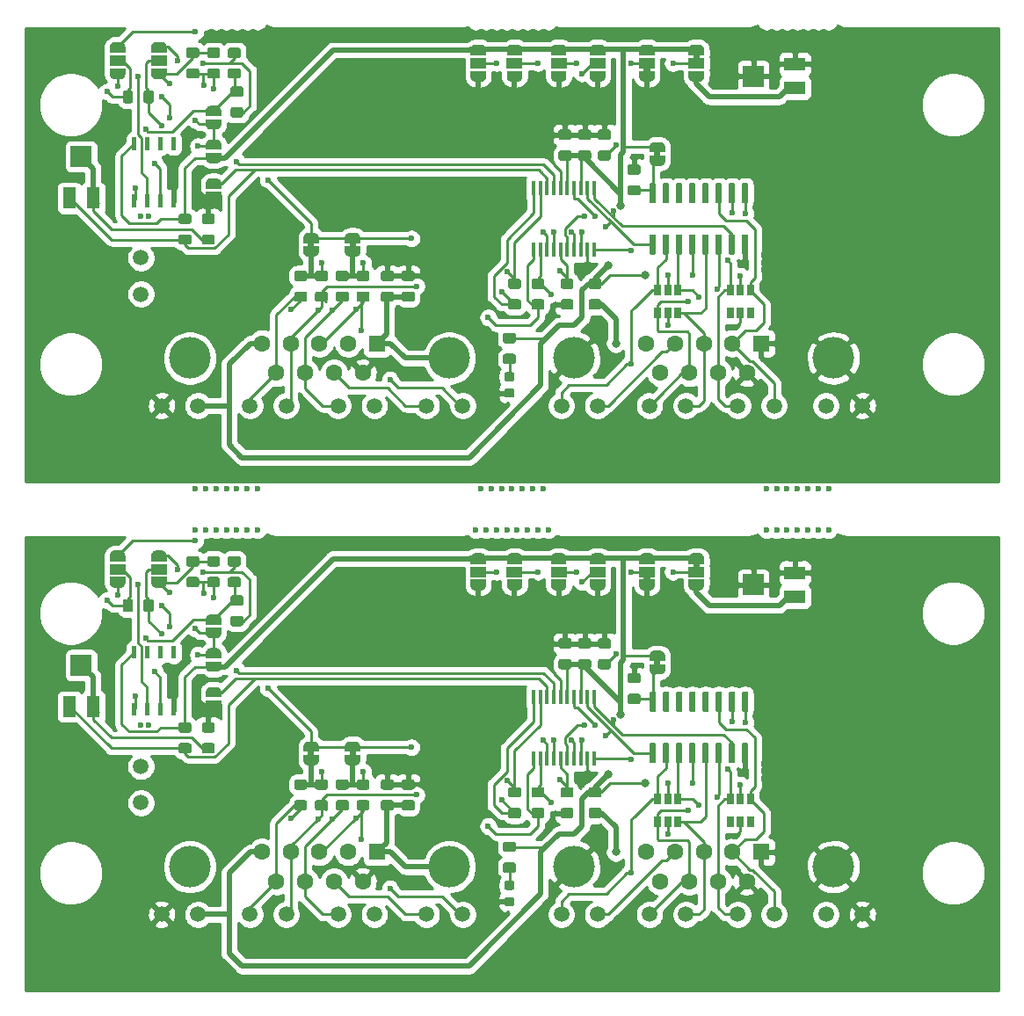
<source format=gtl>
G04 #@! TF.GenerationSoftware,KiCad,Pcbnew,(5.1.5)-3*
G04 #@! TF.CreationDate,2020-05-13T10:59:29+02:00*
G04 #@! TF.ProjectId,ICHaus,49434861-7573-42e6-9b69-6361645f7063,rev?*
G04 #@! TF.SameCoordinates,PX6422c40PYa6e49c0*
G04 #@! TF.FileFunction,Copper,L1,Top*
G04 #@! TF.FilePolarity,Positive*
%FSLAX46Y46*%
G04 Gerber Fmt 4.6, Leading zero omitted, Abs format (unit mm)*
G04 Created by KiCad (PCBNEW (5.1.5)-3) date 2020-05-13 10:59:29*
%MOMM*%
%LPD*%
G04 APERTURE LIST*
%ADD10C,0.100000*%
%ADD11R,0.650000X1.060000*%
%ADD12R,0.450000X1.450000*%
%ADD13C,4.000000*%
%ADD14C,1.600000*%
%ADD15R,1.600000X1.600000*%
%ADD16R,1.300000X2.000000*%
%ADD17R,2.000000X2.000000*%
%ADD18R,1.500000X1.000000*%
%ADD19C,1.500000*%
%ADD20R,2.000000X1.300000*%
%ADD21C,0.600000*%
%ADD22C,0.800000*%
%ADD23C,0.500000*%
%ADD24C,0.250000*%
%ADD25C,0.254000*%
G04 APERTURE END LIST*
D10*
G36*
X-24450000Y90900000D02*
G01*
X-24450000Y90400000D01*
X-25050000Y90400000D01*
X-25050000Y90900000D01*
X-24450000Y90900000D01*
G37*
G36*
X-29800000Y89100000D02*
G01*
X-29800000Y89600000D01*
X-29200000Y89600000D01*
X-29200000Y89100000D01*
X-29800000Y89100000D01*
G37*
G36*
X-58150000Y72750000D02*
G01*
X-58150000Y72250000D01*
X-57550000Y72250000D01*
X-57550000Y72750000D01*
X-58150000Y72750000D01*
G37*
G36*
X-62150000Y72750000D02*
G01*
X-62150000Y72250000D01*
X-61550000Y72250000D01*
X-61550000Y72750000D01*
X-62150000Y72750000D01*
G37*
G36*
X-28200000Y81000000D02*
G01*
X-28200000Y81500000D01*
X-28800000Y81500000D01*
X-28800000Y81000000D01*
X-28200000Y81000000D01*
G37*
G36*
X-29800000Y40100000D02*
G01*
X-29800000Y40600000D01*
X-29200000Y40600000D01*
X-29200000Y40100000D01*
X-29800000Y40100000D01*
G37*
G36*
X-24450000Y41900000D02*
G01*
X-24450000Y41400000D01*
X-25050000Y41400000D01*
X-25050000Y41900000D01*
X-24450000Y41900000D01*
G37*
G36*
X-28200000Y32000000D02*
G01*
X-28200000Y32500000D01*
X-28800000Y32500000D01*
X-28800000Y32000000D01*
X-28200000Y32000000D01*
G37*
G36*
X-62150000Y23750000D02*
G01*
X-62150000Y23250000D01*
X-61550000Y23250000D01*
X-61550000Y23750000D01*
X-62150000Y23750000D01*
G37*
G36*
X-58150000Y23750000D02*
G01*
X-58150000Y23250000D01*
X-57550000Y23250000D01*
X-57550000Y23750000D01*
X-58150000Y23750000D01*
G37*
G04 #@! TA.AperFunction,SMDPad,CuDef*
G36*
X-56450496Y67998796D02*
G01*
X-56426227Y67995196D01*
X-56402429Y67989235D01*
X-56379329Y67980970D01*
X-56357151Y67970480D01*
X-56336107Y67957867D01*
X-56316402Y67943253D01*
X-56298223Y67926777D01*
X-56281747Y67908598D01*
X-56267133Y67888893D01*
X-56254520Y67867849D01*
X-56244030Y67845671D01*
X-56235765Y67822571D01*
X-56229804Y67798773D01*
X-56226204Y67774504D01*
X-56225000Y67750000D01*
X-56225000Y67250000D01*
X-56226204Y67225496D01*
X-56229804Y67201227D01*
X-56235765Y67177429D01*
X-56244030Y67154329D01*
X-56254520Y67132151D01*
X-56267133Y67111107D01*
X-56281747Y67091402D01*
X-56298223Y67073223D01*
X-56316402Y67056747D01*
X-56336107Y67042133D01*
X-56357151Y67029520D01*
X-56379329Y67019030D01*
X-56402429Y67010765D01*
X-56426227Y67004804D01*
X-56450496Y67001204D01*
X-56475000Y67000000D01*
X-57225000Y67000000D01*
X-57249504Y67001204D01*
X-57273773Y67004804D01*
X-57297571Y67010765D01*
X-57320671Y67019030D01*
X-57342849Y67029520D01*
X-57363893Y67042133D01*
X-57383598Y67056747D01*
X-57401777Y67073223D01*
X-57418253Y67091402D01*
X-57432867Y67111107D01*
X-57445480Y67132151D01*
X-57455970Y67154329D01*
X-57464235Y67177429D01*
X-57470196Y67201227D01*
X-57473796Y67225496D01*
X-57475000Y67250000D01*
X-57475000Y67750000D01*
X-57473796Y67774504D01*
X-57470196Y67798773D01*
X-57464235Y67822571D01*
X-57455970Y67845671D01*
X-57445480Y67867849D01*
X-57432867Y67888893D01*
X-57418253Y67908598D01*
X-57401777Y67926777D01*
X-57383598Y67943253D01*
X-57363893Y67957867D01*
X-57342849Y67970480D01*
X-57320671Y67980970D01*
X-57297571Y67989235D01*
X-57273773Y67995196D01*
X-57249504Y67998796D01*
X-57225000Y68000000D01*
X-56475000Y68000000D01*
X-56450496Y67998796D01*
G37*
G04 #@! TD.AperFunction*
G04 #@! TA.AperFunction,SMDPad,CuDef*
G36*
X-56450496Y69998796D02*
G01*
X-56426227Y69995196D01*
X-56402429Y69989235D01*
X-56379329Y69980970D01*
X-56357151Y69970480D01*
X-56336107Y69957867D01*
X-56316402Y69943253D01*
X-56298223Y69926777D01*
X-56281747Y69908598D01*
X-56267133Y69888893D01*
X-56254520Y69867849D01*
X-56244030Y69845671D01*
X-56235765Y69822571D01*
X-56229804Y69798773D01*
X-56226204Y69774504D01*
X-56225000Y69750000D01*
X-56225000Y69250000D01*
X-56226204Y69225496D01*
X-56229804Y69201227D01*
X-56235765Y69177429D01*
X-56244030Y69154329D01*
X-56254520Y69132151D01*
X-56267133Y69111107D01*
X-56281747Y69091402D01*
X-56298223Y69073223D01*
X-56316402Y69056747D01*
X-56336107Y69042133D01*
X-56357151Y69029520D01*
X-56379329Y69019030D01*
X-56402429Y69010765D01*
X-56426227Y69004804D01*
X-56450496Y69001204D01*
X-56475000Y69000000D01*
X-57225000Y69000000D01*
X-57249504Y69001204D01*
X-57273773Y69004804D01*
X-57297571Y69010765D01*
X-57320671Y69019030D01*
X-57342849Y69029520D01*
X-57363893Y69042133D01*
X-57383598Y69056747D01*
X-57401777Y69073223D01*
X-57418253Y69091402D01*
X-57432867Y69111107D01*
X-57445480Y69132151D01*
X-57455970Y69154329D01*
X-57464235Y69177429D01*
X-57470196Y69201227D01*
X-57473796Y69225496D01*
X-57475000Y69250000D01*
X-57475000Y69750000D01*
X-57473796Y69774504D01*
X-57470196Y69798773D01*
X-57464235Y69822571D01*
X-57455970Y69845671D01*
X-57445480Y69867849D01*
X-57432867Y69888893D01*
X-57418253Y69908598D01*
X-57401777Y69926777D01*
X-57383598Y69943253D01*
X-57363893Y69957867D01*
X-57342849Y69970480D01*
X-57320671Y69980970D01*
X-57297571Y69989235D01*
X-57273773Y69995196D01*
X-57249504Y69998796D01*
X-57225000Y70000000D01*
X-56475000Y70000000D01*
X-56450496Y69998796D01*
G37*
G04 #@! TD.AperFunction*
D11*
X-20500000Y68100000D03*
X-21450000Y68100000D03*
X-19550000Y68100000D03*
X-19550000Y65900000D03*
X-20500000Y65900000D03*
X-21450000Y65900000D03*
X-28450000Y65900000D03*
X-27500000Y65900000D03*
X-26550000Y65900000D03*
X-26550000Y68100000D03*
X-28450000Y68100000D03*
X-27500000Y68100000D03*
G04 #@! TA.AperFunction,SMDPad,CuDef*
D10*
G36*
X-28780297Y78449278D02*
G01*
X-28765736Y78447118D01*
X-28751457Y78443541D01*
X-28737597Y78438582D01*
X-28724290Y78432288D01*
X-28711664Y78424720D01*
X-28699841Y78415952D01*
X-28688934Y78406066D01*
X-28679048Y78395159D01*
X-28670280Y78383336D01*
X-28662712Y78370710D01*
X-28656418Y78357403D01*
X-28651459Y78343543D01*
X-28647882Y78329264D01*
X-28645722Y78314703D01*
X-28645000Y78300000D01*
X-28645000Y76650000D01*
X-28645722Y76635297D01*
X-28647882Y76620736D01*
X-28651459Y76606457D01*
X-28656418Y76592597D01*
X-28662712Y76579290D01*
X-28670280Y76566664D01*
X-28679048Y76554841D01*
X-28688934Y76543934D01*
X-28699841Y76534048D01*
X-28711664Y76525280D01*
X-28724290Y76517712D01*
X-28737597Y76511418D01*
X-28751457Y76506459D01*
X-28765736Y76502882D01*
X-28780297Y76500722D01*
X-28795000Y76500000D01*
X-29095000Y76500000D01*
X-29109703Y76500722D01*
X-29124264Y76502882D01*
X-29138543Y76506459D01*
X-29152403Y76511418D01*
X-29165710Y76517712D01*
X-29178336Y76525280D01*
X-29190159Y76534048D01*
X-29201066Y76543934D01*
X-29210952Y76554841D01*
X-29219720Y76566664D01*
X-29227288Y76579290D01*
X-29233582Y76592597D01*
X-29238541Y76606457D01*
X-29242118Y76620736D01*
X-29244278Y76635297D01*
X-29245000Y76650000D01*
X-29245000Y78300000D01*
X-29244278Y78314703D01*
X-29242118Y78329264D01*
X-29238541Y78343543D01*
X-29233582Y78357403D01*
X-29227288Y78370710D01*
X-29219720Y78383336D01*
X-29210952Y78395159D01*
X-29201066Y78406066D01*
X-29190159Y78415952D01*
X-29178336Y78424720D01*
X-29165710Y78432288D01*
X-29152403Y78438582D01*
X-29138543Y78443541D01*
X-29124264Y78447118D01*
X-29109703Y78449278D01*
X-29095000Y78450000D01*
X-28795000Y78450000D01*
X-28780297Y78449278D01*
G37*
G04 #@! TD.AperFunction*
G04 #@! TA.AperFunction,SMDPad,CuDef*
G36*
X-27510297Y78449278D02*
G01*
X-27495736Y78447118D01*
X-27481457Y78443541D01*
X-27467597Y78438582D01*
X-27454290Y78432288D01*
X-27441664Y78424720D01*
X-27429841Y78415952D01*
X-27418934Y78406066D01*
X-27409048Y78395159D01*
X-27400280Y78383336D01*
X-27392712Y78370710D01*
X-27386418Y78357403D01*
X-27381459Y78343543D01*
X-27377882Y78329264D01*
X-27375722Y78314703D01*
X-27375000Y78300000D01*
X-27375000Y76650000D01*
X-27375722Y76635297D01*
X-27377882Y76620736D01*
X-27381459Y76606457D01*
X-27386418Y76592597D01*
X-27392712Y76579290D01*
X-27400280Y76566664D01*
X-27409048Y76554841D01*
X-27418934Y76543934D01*
X-27429841Y76534048D01*
X-27441664Y76525280D01*
X-27454290Y76517712D01*
X-27467597Y76511418D01*
X-27481457Y76506459D01*
X-27495736Y76502882D01*
X-27510297Y76500722D01*
X-27525000Y76500000D01*
X-27825000Y76500000D01*
X-27839703Y76500722D01*
X-27854264Y76502882D01*
X-27868543Y76506459D01*
X-27882403Y76511418D01*
X-27895710Y76517712D01*
X-27908336Y76525280D01*
X-27920159Y76534048D01*
X-27931066Y76543934D01*
X-27940952Y76554841D01*
X-27949720Y76566664D01*
X-27957288Y76579290D01*
X-27963582Y76592597D01*
X-27968541Y76606457D01*
X-27972118Y76620736D01*
X-27974278Y76635297D01*
X-27975000Y76650000D01*
X-27975000Y78300000D01*
X-27974278Y78314703D01*
X-27972118Y78329264D01*
X-27968541Y78343543D01*
X-27963582Y78357403D01*
X-27957288Y78370710D01*
X-27949720Y78383336D01*
X-27940952Y78395159D01*
X-27931066Y78406066D01*
X-27920159Y78415952D01*
X-27908336Y78424720D01*
X-27895710Y78432288D01*
X-27882403Y78438582D01*
X-27868543Y78443541D01*
X-27854264Y78447118D01*
X-27839703Y78449278D01*
X-27825000Y78450000D01*
X-27525000Y78450000D01*
X-27510297Y78449278D01*
G37*
G04 #@! TD.AperFunction*
G04 #@! TA.AperFunction,SMDPad,CuDef*
G36*
X-26240297Y78449278D02*
G01*
X-26225736Y78447118D01*
X-26211457Y78443541D01*
X-26197597Y78438582D01*
X-26184290Y78432288D01*
X-26171664Y78424720D01*
X-26159841Y78415952D01*
X-26148934Y78406066D01*
X-26139048Y78395159D01*
X-26130280Y78383336D01*
X-26122712Y78370710D01*
X-26116418Y78357403D01*
X-26111459Y78343543D01*
X-26107882Y78329264D01*
X-26105722Y78314703D01*
X-26105000Y78300000D01*
X-26105000Y76650000D01*
X-26105722Y76635297D01*
X-26107882Y76620736D01*
X-26111459Y76606457D01*
X-26116418Y76592597D01*
X-26122712Y76579290D01*
X-26130280Y76566664D01*
X-26139048Y76554841D01*
X-26148934Y76543934D01*
X-26159841Y76534048D01*
X-26171664Y76525280D01*
X-26184290Y76517712D01*
X-26197597Y76511418D01*
X-26211457Y76506459D01*
X-26225736Y76502882D01*
X-26240297Y76500722D01*
X-26255000Y76500000D01*
X-26555000Y76500000D01*
X-26569703Y76500722D01*
X-26584264Y76502882D01*
X-26598543Y76506459D01*
X-26612403Y76511418D01*
X-26625710Y76517712D01*
X-26638336Y76525280D01*
X-26650159Y76534048D01*
X-26661066Y76543934D01*
X-26670952Y76554841D01*
X-26679720Y76566664D01*
X-26687288Y76579290D01*
X-26693582Y76592597D01*
X-26698541Y76606457D01*
X-26702118Y76620736D01*
X-26704278Y76635297D01*
X-26705000Y76650000D01*
X-26705000Y78300000D01*
X-26704278Y78314703D01*
X-26702118Y78329264D01*
X-26698541Y78343543D01*
X-26693582Y78357403D01*
X-26687288Y78370710D01*
X-26679720Y78383336D01*
X-26670952Y78395159D01*
X-26661066Y78406066D01*
X-26650159Y78415952D01*
X-26638336Y78424720D01*
X-26625710Y78432288D01*
X-26612403Y78438582D01*
X-26598543Y78443541D01*
X-26584264Y78447118D01*
X-26569703Y78449278D01*
X-26555000Y78450000D01*
X-26255000Y78450000D01*
X-26240297Y78449278D01*
G37*
G04 #@! TD.AperFunction*
G04 #@! TA.AperFunction,SMDPad,CuDef*
G36*
X-24970297Y78449278D02*
G01*
X-24955736Y78447118D01*
X-24941457Y78443541D01*
X-24927597Y78438582D01*
X-24914290Y78432288D01*
X-24901664Y78424720D01*
X-24889841Y78415952D01*
X-24878934Y78406066D01*
X-24869048Y78395159D01*
X-24860280Y78383336D01*
X-24852712Y78370710D01*
X-24846418Y78357403D01*
X-24841459Y78343543D01*
X-24837882Y78329264D01*
X-24835722Y78314703D01*
X-24835000Y78300000D01*
X-24835000Y76650000D01*
X-24835722Y76635297D01*
X-24837882Y76620736D01*
X-24841459Y76606457D01*
X-24846418Y76592597D01*
X-24852712Y76579290D01*
X-24860280Y76566664D01*
X-24869048Y76554841D01*
X-24878934Y76543934D01*
X-24889841Y76534048D01*
X-24901664Y76525280D01*
X-24914290Y76517712D01*
X-24927597Y76511418D01*
X-24941457Y76506459D01*
X-24955736Y76502882D01*
X-24970297Y76500722D01*
X-24985000Y76500000D01*
X-25285000Y76500000D01*
X-25299703Y76500722D01*
X-25314264Y76502882D01*
X-25328543Y76506459D01*
X-25342403Y76511418D01*
X-25355710Y76517712D01*
X-25368336Y76525280D01*
X-25380159Y76534048D01*
X-25391066Y76543934D01*
X-25400952Y76554841D01*
X-25409720Y76566664D01*
X-25417288Y76579290D01*
X-25423582Y76592597D01*
X-25428541Y76606457D01*
X-25432118Y76620736D01*
X-25434278Y76635297D01*
X-25435000Y76650000D01*
X-25435000Y78300000D01*
X-25434278Y78314703D01*
X-25432118Y78329264D01*
X-25428541Y78343543D01*
X-25423582Y78357403D01*
X-25417288Y78370710D01*
X-25409720Y78383336D01*
X-25400952Y78395159D01*
X-25391066Y78406066D01*
X-25380159Y78415952D01*
X-25368336Y78424720D01*
X-25355710Y78432288D01*
X-25342403Y78438582D01*
X-25328543Y78443541D01*
X-25314264Y78447118D01*
X-25299703Y78449278D01*
X-25285000Y78450000D01*
X-24985000Y78450000D01*
X-24970297Y78449278D01*
G37*
G04 #@! TD.AperFunction*
G04 #@! TA.AperFunction,SMDPad,CuDef*
G36*
X-23700297Y78449278D02*
G01*
X-23685736Y78447118D01*
X-23671457Y78443541D01*
X-23657597Y78438582D01*
X-23644290Y78432288D01*
X-23631664Y78424720D01*
X-23619841Y78415952D01*
X-23608934Y78406066D01*
X-23599048Y78395159D01*
X-23590280Y78383336D01*
X-23582712Y78370710D01*
X-23576418Y78357403D01*
X-23571459Y78343543D01*
X-23567882Y78329264D01*
X-23565722Y78314703D01*
X-23565000Y78300000D01*
X-23565000Y76650000D01*
X-23565722Y76635297D01*
X-23567882Y76620736D01*
X-23571459Y76606457D01*
X-23576418Y76592597D01*
X-23582712Y76579290D01*
X-23590280Y76566664D01*
X-23599048Y76554841D01*
X-23608934Y76543934D01*
X-23619841Y76534048D01*
X-23631664Y76525280D01*
X-23644290Y76517712D01*
X-23657597Y76511418D01*
X-23671457Y76506459D01*
X-23685736Y76502882D01*
X-23700297Y76500722D01*
X-23715000Y76500000D01*
X-24015000Y76500000D01*
X-24029703Y76500722D01*
X-24044264Y76502882D01*
X-24058543Y76506459D01*
X-24072403Y76511418D01*
X-24085710Y76517712D01*
X-24098336Y76525280D01*
X-24110159Y76534048D01*
X-24121066Y76543934D01*
X-24130952Y76554841D01*
X-24139720Y76566664D01*
X-24147288Y76579290D01*
X-24153582Y76592597D01*
X-24158541Y76606457D01*
X-24162118Y76620736D01*
X-24164278Y76635297D01*
X-24165000Y76650000D01*
X-24165000Y78300000D01*
X-24164278Y78314703D01*
X-24162118Y78329264D01*
X-24158541Y78343543D01*
X-24153582Y78357403D01*
X-24147288Y78370710D01*
X-24139720Y78383336D01*
X-24130952Y78395159D01*
X-24121066Y78406066D01*
X-24110159Y78415952D01*
X-24098336Y78424720D01*
X-24085710Y78432288D01*
X-24072403Y78438582D01*
X-24058543Y78443541D01*
X-24044264Y78447118D01*
X-24029703Y78449278D01*
X-24015000Y78450000D01*
X-23715000Y78450000D01*
X-23700297Y78449278D01*
G37*
G04 #@! TD.AperFunction*
G04 #@! TA.AperFunction,SMDPad,CuDef*
G36*
X-22430297Y78449278D02*
G01*
X-22415736Y78447118D01*
X-22401457Y78443541D01*
X-22387597Y78438582D01*
X-22374290Y78432288D01*
X-22361664Y78424720D01*
X-22349841Y78415952D01*
X-22338934Y78406066D01*
X-22329048Y78395159D01*
X-22320280Y78383336D01*
X-22312712Y78370710D01*
X-22306418Y78357403D01*
X-22301459Y78343543D01*
X-22297882Y78329264D01*
X-22295722Y78314703D01*
X-22295000Y78300000D01*
X-22295000Y76650000D01*
X-22295722Y76635297D01*
X-22297882Y76620736D01*
X-22301459Y76606457D01*
X-22306418Y76592597D01*
X-22312712Y76579290D01*
X-22320280Y76566664D01*
X-22329048Y76554841D01*
X-22338934Y76543934D01*
X-22349841Y76534048D01*
X-22361664Y76525280D01*
X-22374290Y76517712D01*
X-22387597Y76511418D01*
X-22401457Y76506459D01*
X-22415736Y76502882D01*
X-22430297Y76500722D01*
X-22445000Y76500000D01*
X-22745000Y76500000D01*
X-22759703Y76500722D01*
X-22774264Y76502882D01*
X-22788543Y76506459D01*
X-22802403Y76511418D01*
X-22815710Y76517712D01*
X-22828336Y76525280D01*
X-22840159Y76534048D01*
X-22851066Y76543934D01*
X-22860952Y76554841D01*
X-22869720Y76566664D01*
X-22877288Y76579290D01*
X-22883582Y76592597D01*
X-22888541Y76606457D01*
X-22892118Y76620736D01*
X-22894278Y76635297D01*
X-22895000Y76650000D01*
X-22895000Y78300000D01*
X-22894278Y78314703D01*
X-22892118Y78329264D01*
X-22888541Y78343543D01*
X-22883582Y78357403D01*
X-22877288Y78370710D01*
X-22869720Y78383336D01*
X-22860952Y78395159D01*
X-22851066Y78406066D01*
X-22840159Y78415952D01*
X-22828336Y78424720D01*
X-22815710Y78432288D01*
X-22802403Y78438582D01*
X-22788543Y78443541D01*
X-22774264Y78447118D01*
X-22759703Y78449278D01*
X-22745000Y78450000D01*
X-22445000Y78450000D01*
X-22430297Y78449278D01*
G37*
G04 #@! TD.AperFunction*
G04 #@! TA.AperFunction,SMDPad,CuDef*
G36*
X-21160297Y78449278D02*
G01*
X-21145736Y78447118D01*
X-21131457Y78443541D01*
X-21117597Y78438582D01*
X-21104290Y78432288D01*
X-21091664Y78424720D01*
X-21079841Y78415952D01*
X-21068934Y78406066D01*
X-21059048Y78395159D01*
X-21050280Y78383336D01*
X-21042712Y78370710D01*
X-21036418Y78357403D01*
X-21031459Y78343543D01*
X-21027882Y78329264D01*
X-21025722Y78314703D01*
X-21025000Y78300000D01*
X-21025000Y76650000D01*
X-21025722Y76635297D01*
X-21027882Y76620736D01*
X-21031459Y76606457D01*
X-21036418Y76592597D01*
X-21042712Y76579290D01*
X-21050280Y76566664D01*
X-21059048Y76554841D01*
X-21068934Y76543934D01*
X-21079841Y76534048D01*
X-21091664Y76525280D01*
X-21104290Y76517712D01*
X-21117597Y76511418D01*
X-21131457Y76506459D01*
X-21145736Y76502882D01*
X-21160297Y76500722D01*
X-21175000Y76500000D01*
X-21475000Y76500000D01*
X-21489703Y76500722D01*
X-21504264Y76502882D01*
X-21518543Y76506459D01*
X-21532403Y76511418D01*
X-21545710Y76517712D01*
X-21558336Y76525280D01*
X-21570159Y76534048D01*
X-21581066Y76543934D01*
X-21590952Y76554841D01*
X-21599720Y76566664D01*
X-21607288Y76579290D01*
X-21613582Y76592597D01*
X-21618541Y76606457D01*
X-21622118Y76620736D01*
X-21624278Y76635297D01*
X-21625000Y76650000D01*
X-21625000Y78300000D01*
X-21624278Y78314703D01*
X-21622118Y78329264D01*
X-21618541Y78343543D01*
X-21613582Y78357403D01*
X-21607288Y78370710D01*
X-21599720Y78383336D01*
X-21590952Y78395159D01*
X-21581066Y78406066D01*
X-21570159Y78415952D01*
X-21558336Y78424720D01*
X-21545710Y78432288D01*
X-21532403Y78438582D01*
X-21518543Y78443541D01*
X-21504264Y78447118D01*
X-21489703Y78449278D01*
X-21475000Y78450000D01*
X-21175000Y78450000D01*
X-21160297Y78449278D01*
G37*
G04 #@! TD.AperFunction*
G04 #@! TA.AperFunction,SMDPad,CuDef*
G36*
X-19890297Y78449278D02*
G01*
X-19875736Y78447118D01*
X-19861457Y78443541D01*
X-19847597Y78438582D01*
X-19834290Y78432288D01*
X-19821664Y78424720D01*
X-19809841Y78415952D01*
X-19798934Y78406066D01*
X-19789048Y78395159D01*
X-19780280Y78383336D01*
X-19772712Y78370710D01*
X-19766418Y78357403D01*
X-19761459Y78343543D01*
X-19757882Y78329264D01*
X-19755722Y78314703D01*
X-19755000Y78300000D01*
X-19755000Y76650000D01*
X-19755722Y76635297D01*
X-19757882Y76620736D01*
X-19761459Y76606457D01*
X-19766418Y76592597D01*
X-19772712Y76579290D01*
X-19780280Y76566664D01*
X-19789048Y76554841D01*
X-19798934Y76543934D01*
X-19809841Y76534048D01*
X-19821664Y76525280D01*
X-19834290Y76517712D01*
X-19847597Y76511418D01*
X-19861457Y76506459D01*
X-19875736Y76502882D01*
X-19890297Y76500722D01*
X-19905000Y76500000D01*
X-20205000Y76500000D01*
X-20219703Y76500722D01*
X-20234264Y76502882D01*
X-20248543Y76506459D01*
X-20262403Y76511418D01*
X-20275710Y76517712D01*
X-20288336Y76525280D01*
X-20300159Y76534048D01*
X-20311066Y76543934D01*
X-20320952Y76554841D01*
X-20329720Y76566664D01*
X-20337288Y76579290D01*
X-20343582Y76592597D01*
X-20348541Y76606457D01*
X-20352118Y76620736D01*
X-20354278Y76635297D01*
X-20355000Y76650000D01*
X-20355000Y78300000D01*
X-20354278Y78314703D01*
X-20352118Y78329264D01*
X-20348541Y78343543D01*
X-20343582Y78357403D01*
X-20337288Y78370710D01*
X-20329720Y78383336D01*
X-20320952Y78395159D01*
X-20311066Y78406066D01*
X-20300159Y78415952D01*
X-20288336Y78424720D01*
X-20275710Y78432288D01*
X-20262403Y78438582D01*
X-20248543Y78443541D01*
X-20234264Y78447118D01*
X-20219703Y78449278D01*
X-20205000Y78450000D01*
X-19905000Y78450000D01*
X-19890297Y78449278D01*
G37*
G04 #@! TD.AperFunction*
G04 #@! TA.AperFunction,SMDPad,CuDef*
G36*
X-19890297Y73499278D02*
G01*
X-19875736Y73497118D01*
X-19861457Y73493541D01*
X-19847597Y73488582D01*
X-19834290Y73482288D01*
X-19821664Y73474720D01*
X-19809841Y73465952D01*
X-19798934Y73456066D01*
X-19789048Y73445159D01*
X-19780280Y73433336D01*
X-19772712Y73420710D01*
X-19766418Y73407403D01*
X-19761459Y73393543D01*
X-19757882Y73379264D01*
X-19755722Y73364703D01*
X-19755000Y73350000D01*
X-19755000Y71700000D01*
X-19755722Y71685297D01*
X-19757882Y71670736D01*
X-19761459Y71656457D01*
X-19766418Y71642597D01*
X-19772712Y71629290D01*
X-19780280Y71616664D01*
X-19789048Y71604841D01*
X-19798934Y71593934D01*
X-19809841Y71584048D01*
X-19821664Y71575280D01*
X-19834290Y71567712D01*
X-19847597Y71561418D01*
X-19861457Y71556459D01*
X-19875736Y71552882D01*
X-19890297Y71550722D01*
X-19905000Y71550000D01*
X-20205000Y71550000D01*
X-20219703Y71550722D01*
X-20234264Y71552882D01*
X-20248543Y71556459D01*
X-20262403Y71561418D01*
X-20275710Y71567712D01*
X-20288336Y71575280D01*
X-20300159Y71584048D01*
X-20311066Y71593934D01*
X-20320952Y71604841D01*
X-20329720Y71616664D01*
X-20337288Y71629290D01*
X-20343582Y71642597D01*
X-20348541Y71656457D01*
X-20352118Y71670736D01*
X-20354278Y71685297D01*
X-20355000Y71700000D01*
X-20355000Y73350000D01*
X-20354278Y73364703D01*
X-20352118Y73379264D01*
X-20348541Y73393543D01*
X-20343582Y73407403D01*
X-20337288Y73420710D01*
X-20329720Y73433336D01*
X-20320952Y73445159D01*
X-20311066Y73456066D01*
X-20300159Y73465952D01*
X-20288336Y73474720D01*
X-20275710Y73482288D01*
X-20262403Y73488582D01*
X-20248543Y73493541D01*
X-20234264Y73497118D01*
X-20219703Y73499278D01*
X-20205000Y73500000D01*
X-19905000Y73500000D01*
X-19890297Y73499278D01*
G37*
G04 #@! TD.AperFunction*
G04 #@! TA.AperFunction,SMDPad,CuDef*
G36*
X-21160297Y73499278D02*
G01*
X-21145736Y73497118D01*
X-21131457Y73493541D01*
X-21117597Y73488582D01*
X-21104290Y73482288D01*
X-21091664Y73474720D01*
X-21079841Y73465952D01*
X-21068934Y73456066D01*
X-21059048Y73445159D01*
X-21050280Y73433336D01*
X-21042712Y73420710D01*
X-21036418Y73407403D01*
X-21031459Y73393543D01*
X-21027882Y73379264D01*
X-21025722Y73364703D01*
X-21025000Y73350000D01*
X-21025000Y71700000D01*
X-21025722Y71685297D01*
X-21027882Y71670736D01*
X-21031459Y71656457D01*
X-21036418Y71642597D01*
X-21042712Y71629290D01*
X-21050280Y71616664D01*
X-21059048Y71604841D01*
X-21068934Y71593934D01*
X-21079841Y71584048D01*
X-21091664Y71575280D01*
X-21104290Y71567712D01*
X-21117597Y71561418D01*
X-21131457Y71556459D01*
X-21145736Y71552882D01*
X-21160297Y71550722D01*
X-21175000Y71550000D01*
X-21475000Y71550000D01*
X-21489703Y71550722D01*
X-21504264Y71552882D01*
X-21518543Y71556459D01*
X-21532403Y71561418D01*
X-21545710Y71567712D01*
X-21558336Y71575280D01*
X-21570159Y71584048D01*
X-21581066Y71593934D01*
X-21590952Y71604841D01*
X-21599720Y71616664D01*
X-21607288Y71629290D01*
X-21613582Y71642597D01*
X-21618541Y71656457D01*
X-21622118Y71670736D01*
X-21624278Y71685297D01*
X-21625000Y71700000D01*
X-21625000Y73350000D01*
X-21624278Y73364703D01*
X-21622118Y73379264D01*
X-21618541Y73393543D01*
X-21613582Y73407403D01*
X-21607288Y73420710D01*
X-21599720Y73433336D01*
X-21590952Y73445159D01*
X-21581066Y73456066D01*
X-21570159Y73465952D01*
X-21558336Y73474720D01*
X-21545710Y73482288D01*
X-21532403Y73488582D01*
X-21518543Y73493541D01*
X-21504264Y73497118D01*
X-21489703Y73499278D01*
X-21475000Y73500000D01*
X-21175000Y73500000D01*
X-21160297Y73499278D01*
G37*
G04 #@! TD.AperFunction*
G04 #@! TA.AperFunction,SMDPad,CuDef*
G36*
X-22430297Y73499278D02*
G01*
X-22415736Y73497118D01*
X-22401457Y73493541D01*
X-22387597Y73488582D01*
X-22374290Y73482288D01*
X-22361664Y73474720D01*
X-22349841Y73465952D01*
X-22338934Y73456066D01*
X-22329048Y73445159D01*
X-22320280Y73433336D01*
X-22312712Y73420710D01*
X-22306418Y73407403D01*
X-22301459Y73393543D01*
X-22297882Y73379264D01*
X-22295722Y73364703D01*
X-22295000Y73350000D01*
X-22295000Y71700000D01*
X-22295722Y71685297D01*
X-22297882Y71670736D01*
X-22301459Y71656457D01*
X-22306418Y71642597D01*
X-22312712Y71629290D01*
X-22320280Y71616664D01*
X-22329048Y71604841D01*
X-22338934Y71593934D01*
X-22349841Y71584048D01*
X-22361664Y71575280D01*
X-22374290Y71567712D01*
X-22387597Y71561418D01*
X-22401457Y71556459D01*
X-22415736Y71552882D01*
X-22430297Y71550722D01*
X-22445000Y71550000D01*
X-22745000Y71550000D01*
X-22759703Y71550722D01*
X-22774264Y71552882D01*
X-22788543Y71556459D01*
X-22802403Y71561418D01*
X-22815710Y71567712D01*
X-22828336Y71575280D01*
X-22840159Y71584048D01*
X-22851066Y71593934D01*
X-22860952Y71604841D01*
X-22869720Y71616664D01*
X-22877288Y71629290D01*
X-22883582Y71642597D01*
X-22888541Y71656457D01*
X-22892118Y71670736D01*
X-22894278Y71685297D01*
X-22895000Y71700000D01*
X-22895000Y73350000D01*
X-22894278Y73364703D01*
X-22892118Y73379264D01*
X-22888541Y73393543D01*
X-22883582Y73407403D01*
X-22877288Y73420710D01*
X-22869720Y73433336D01*
X-22860952Y73445159D01*
X-22851066Y73456066D01*
X-22840159Y73465952D01*
X-22828336Y73474720D01*
X-22815710Y73482288D01*
X-22802403Y73488582D01*
X-22788543Y73493541D01*
X-22774264Y73497118D01*
X-22759703Y73499278D01*
X-22745000Y73500000D01*
X-22445000Y73500000D01*
X-22430297Y73499278D01*
G37*
G04 #@! TD.AperFunction*
G04 #@! TA.AperFunction,SMDPad,CuDef*
G36*
X-23700297Y73499278D02*
G01*
X-23685736Y73497118D01*
X-23671457Y73493541D01*
X-23657597Y73488582D01*
X-23644290Y73482288D01*
X-23631664Y73474720D01*
X-23619841Y73465952D01*
X-23608934Y73456066D01*
X-23599048Y73445159D01*
X-23590280Y73433336D01*
X-23582712Y73420710D01*
X-23576418Y73407403D01*
X-23571459Y73393543D01*
X-23567882Y73379264D01*
X-23565722Y73364703D01*
X-23565000Y73350000D01*
X-23565000Y71700000D01*
X-23565722Y71685297D01*
X-23567882Y71670736D01*
X-23571459Y71656457D01*
X-23576418Y71642597D01*
X-23582712Y71629290D01*
X-23590280Y71616664D01*
X-23599048Y71604841D01*
X-23608934Y71593934D01*
X-23619841Y71584048D01*
X-23631664Y71575280D01*
X-23644290Y71567712D01*
X-23657597Y71561418D01*
X-23671457Y71556459D01*
X-23685736Y71552882D01*
X-23700297Y71550722D01*
X-23715000Y71550000D01*
X-24015000Y71550000D01*
X-24029703Y71550722D01*
X-24044264Y71552882D01*
X-24058543Y71556459D01*
X-24072403Y71561418D01*
X-24085710Y71567712D01*
X-24098336Y71575280D01*
X-24110159Y71584048D01*
X-24121066Y71593934D01*
X-24130952Y71604841D01*
X-24139720Y71616664D01*
X-24147288Y71629290D01*
X-24153582Y71642597D01*
X-24158541Y71656457D01*
X-24162118Y71670736D01*
X-24164278Y71685297D01*
X-24165000Y71700000D01*
X-24165000Y73350000D01*
X-24164278Y73364703D01*
X-24162118Y73379264D01*
X-24158541Y73393543D01*
X-24153582Y73407403D01*
X-24147288Y73420710D01*
X-24139720Y73433336D01*
X-24130952Y73445159D01*
X-24121066Y73456066D01*
X-24110159Y73465952D01*
X-24098336Y73474720D01*
X-24085710Y73482288D01*
X-24072403Y73488582D01*
X-24058543Y73493541D01*
X-24044264Y73497118D01*
X-24029703Y73499278D01*
X-24015000Y73500000D01*
X-23715000Y73500000D01*
X-23700297Y73499278D01*
G37*
G04 #@! TD.AperFunction*
G04 #@! TA.AperFunction,SMDPad,CuDef*
G36*
X-24970297Y73499278D02*
G01*
X-24955736Y73497118D01*
X-24941457Y73493541D01*
X-24927597Y73488582D01*
X-24914290Y73482288D01*
X-24901664Y73474720D01*
X-24889841Y73465952D01*
X-24878934Y73456066D01*
X-24869048Y73445159D01*
X-24860280Y73433336D01*
X-24852712Y73420710D01*
X-24846418Y73407403D01*
X-24841459Y73393543D01*
X-24837882Y73379264D01*
X-24835722Y73364703D01*
X-24835000Y73350000D01*
X-24835000Y71700000D01*
X-24835722Y71685297D01*
X-24837882Y71670736D01*
X-24841459Y71656457D01*
X-24846418Y71642597D01*
X-24852712Y71629290D01*
X-24860280Y71616664D01*
X-24869048Y71604841D01*
X-24878934Y71593934D01*
X-24889841Y71584048D01*
X-24901664Y71575280D01*
X-24914290Y71567712D01*
X-24927597Y71561418D01*
X-24941457Y71556459D01*
X-24955736Y71552882D01*
X-24970297Y71550722D01*
X-24985000Y71550000D01*
X-25285000Y71550000D01*
X-25299703Y71550722D01*
X-25314264Y71552882D01*
X-25328543Y71556459D01*
X-25342403Y71561418D01*
X-25355710Y71567712D01*
X-25368336Y71575280D01*
X-25380159Y71584048D01*
X-25391066Y71593934D01*
X-25400952Y71604841D01*
X-25409720Y71616664D01*
X-25417288Y71629290D01*
X-25423582Y71642597D01*
X-25428541Y71656457D01*
X-25432118Y71670736D01*
X-25434278Y71685297D01*
X-25435000Y71700000D01*
X-25435000Y73350000D01*
X-25434278Y73364703D01*
X-25432118Y73379264D01*
X-25428541Y73393543D01*
X-25423582Y73407403D01*
X-25417288Y73420710D01*
X-25409720Y73433336D01*
X-25400952Y73445159D01*
X-25391066Y73456066D01*
X-25380159Y73465952D01*
X-25368336Y73474720D01*
X-25355710Y73482288D01*
X-25342403Y73488582D01*
X-25328543Y73493541D01*
X-25314264Y73497118D01*
X-25299703Y73499278D01*
X-25285000Y73500000D01*
X-24985000Y73500000D01*
X-24970297Y73499278D01*
G37*
G04 #@! TD.AperFunction*
G04 #@! TA.AperFunction,SMDPad,CuDef*
G36*
X-26240297Y73499278D02*
G01*
X-26225736Y73497118D01*
X-26211457Y73493541D01*
X-26197597Y73488582D01*
X-26184290Y73482288D01*
X-26171664Y73474720D01*
X-26159841Y73465952D01*
X-26148934Y73456066D01*
X-26139048Y73445159D01*
X-26130280Y73433336D01*
X-26122712Y73420710D01*
X-26116418Y73407403D01*
X-26111459Y73393543D01*
X-26107882Y73379264D01*
X-26105722Y73364703D01*
X-26105000Y73350000D01*
X-26105000Y71700000D01*
X-26105722Y71685297D01*
X-26107882Y71670736D01*
X-26111459Y71656457D01*
X-26116418Y71642597D01*
X-26122712Y71629290D01*
X-26130280Y71616664D01*
X-26139048Y71604841D01*
X-26148934Y71593934D01*
X-26159841Y71584048D01*
X-26171664Y71575280D01*
X-26184290Y71567712D01*
X-26197597Y71561418D01*
X-26211457Y71556459D01*
X-26225736Y71552882D01*
X-26240297Y71550722D01*
X-26255000Y71550000D01*
X-26555000Y71550000D01*
X-26569703Y71550722D01*
X-26584264Y71552882D01*
X-26598543Y71556459D01*
X-26612403Y71561418D01*
X-26625710Y71567712D01*
X-26638336Y71575280D01*
X-26650159Y71584048D01*
X-26661066Y71593934D01*
X-26670952Y71604841D01*
X-26679720Y71616664D01*
X-26687288Y71629290D01*
X-26693582Y71642597D01*
X-26698541Y71656457D01*
X-26702118Y71670736D01*
X-26704278Y71685297D01*
X-26705000Y71700000D01*
X-26705000Y73350000D01*
X-26704278Y73364703D01*
X-26702118Y73379264D01*
X-26698541Y73393543D01*
X-26693582Y73407403D01*
X-26687288Y73420710D01*
X-26679720Y73433336D01*
X-26670952Y73445159D01*
X-26661066Y73456066D01*
X-26650159Y73465952D01*
X-26638336Y73474720D01*
X-26625710Y73482288D01*
X-26612403Y73488582D01*
X-26598543Y73493541D01*
X-26584264Y73497118D01*
X-26569703Y73499278D01*
X-26555000Y73500000D01*
X-26255000Y73500000D01*
X-26240297Y73499278D01*
G37*
G04 #@! TD.AperFunction*
G04 #@! TA.AperFunction,SMDPad,CuDef*
G36*
X-27510297Y73499278D02*
G01*
X-27495736Y73497118D01*
X-27481457Y73493541D01*
X-27467597Y73488582D01*
X-27454290Y73482288D01*
X-27441664Y73474720D01*
X-27429841Y73465952D01*
X-27418934Y73456066D01*
X-27409048Y73445159D01*
X-27400280Y73433336D01*
X-27392712Y73420710D01*
X-27386418Y73407403D01*
X-27381459Y73393543D01*
X-27377882Y73379264D01*
X-27375722Y73364703D01*
X-27375000Y73350000D01*
X-27375000Y71700000D01*
X-27375722Y71685297D01*
X-27377882Y71670736D01*
X-27381459Y71656457D01*
X-27386418Y71642597D01*
X-27392712Y71629290D01*
X-27400280Y71616664D01*
X-27409048Y71604841D01*
X-27418934Y71593934D01*
X-27429841Y71584048D01*
X-27441664Y71575280D01*
X-27454290Y71567712D01*
X-27467597Y71561418D01*
X-27481457Y71556459D01*
X-27495736Y71552882D01*
X-27510297Y71550722D01*
X-27525000Y71550000D01*
X-27825000Y71550000D01*
X-27839703Y71550722D01*
X-27854264Y71552882D01*
X-27868543Y71556459D01*
X-27882403Y71561418D01*
X-27895710Y71567712D01*
X-27908336Y71575280D01*
X-27920159Y71584048D01*
X-27931066Y71593934D01*
X-27940952Y71604841D01*
X-27949720Y71616664D01*
X-27957288Y71629290D01*
X-27963582Y71642597D01*
X-27968541Y71656457D01*
X-27972118Y71670736D01*
X-27974278Y71685297D01*
X-27975000Y71700000D01*
X-27975000Y73350000D01*
X-27974278Y73364703D01*
X-27972118Y73379264D01*
X-27968541Y73393543D01*
X-27963582Y73407403D01*
X-27957288Y73420710D01*
X-27949720Y73433336D01*
X-27940952Y73445159D01*
X-27931066Y73456066D01*
X-27920159Y73465952D01*
X-27908336Y73474720D01*
X-27895710Y73482288D01*
X-27882403Y73488582D01*
X-27868543Y73493541D01*
X-27854264Y73497118D01*
X-27839703Y73499278D01*
X-27825000Y73500000D01*
X-27525000Y73500000D01*
X-27510297Y73499278D01*
G37*
G04 #@! TD.AperFunction*
G04 #@! TA.AperFunction,SMDPad,CuDef*
G36*
X-28780297Y73499278D02*
G01*
X-28765736Y73497118D01*
X-28751457Y73493541D01*
X-28737597Y73488582D01*
X-28724290Y73482288D01*
X-28711664Y73474720D01*
X-28699841Y73465952D01*
X-28688934Y73456066D01*
X-28679048Y73445159D01*
X-28670280Y73433336D01*
X-28662712Y73420710D01*
X-28656418Y73407403D01*
X-28651459Y73393543D01*
X-28647882Y73379264D01*
X-28645722Y73364703D01*
X-28645000Y73350000D01*
X-28645000Y71700000D01*
X-28645722Y71685297D01*
X-28647882Y71670736D01*
X-28651459Y71656457D01*
X-28656418Y71642597D01*
X-28662712Y71629290D01*
X-28670280Y71616664D01*
X-28679048Y71604841D01*
X-28688934Y71593934D01*
X-28699841Y71584048D01*
X-28711664Y71575280D01*
X-28724290Y71567712D01*
X-28737597Y71561418D01*
X-28751457Y71556459D01*
X-28765736Y71552882D01*
X-28780297Y71550722D01*
X-28795000Y71550000D01*
X-29095000Y71550000D01*
X-29109703Y71550722D01*
X-29124264Y71552882D01*
X-29138543Y71556459D01*
X-29152403Y71561418D01*
X-29165710Y71567712D01*
X-29178336Y71575280D01*
X-29190159Y71584048D01*
X-29201066Y71593934D01*
X-29210952Y71604841D01*
X-29219720Y71616664D01*
X-29227288Y71629290D01*
X-29233582Y71642597D01*
X-29238541Y71656457D01*
X-29242118Y71670736D01*
X-29244278Y71685297D01*
X-29245000Y71700000D01*
X-29245000Y73350000D01*
X-29244278Y73364703D01*
X-29242118Y73379264D01*
X-29238541Y73393543D01*
X-29233582Y73407403D01*
X-29227288Y73420710D01*
X-29219720Y73433336D01*
X-29210952Y73445159D01*
X-29201066Y73456066D01*
X-29190159Y73465952D01*
X-29178336Y73474720D01*
X-29165710Y73482288D01*
X-29152403Y73488582D01*
X-29138543Y73493541D01*
X-29124264Y73497118D01*
X-29109703Y73499278D01*
X-29095000Y73500000D01*
X-28795000Y73500000D01*
X-28780297Y73499278D01*
G37*
G04 #@! TD.AperFunction*
G04 #@! TA.AperFunction,SMDPad,CuDef*
G36*
X-58450496Y69998796D02*
G01*
X-58426227Y69995196D01*
X-58402429Y69989235D01*
X-58379329Y69980970D01*
X-58357151Y69970480D01*
X-58336107Y69957867D01*
X-58316402Y69943253D01*
X-58298223Y69926777D01*
X-58281747Y69908598D01*
X-58267133Y69888893D01*
X-58254520Y69867849D01*
X-58244030Y69845671D01*
X-58235765Y69822571D01*
X-58229804Y69798773D01*
X-58226204Y69774504D01*
X-58225000Y69750000D01*
X-58225000Y69250000D01*
X-58226204Y69225496D01*
X-58229804Y69201227D01*
X-58235765Y69177429D01*
X-58244030Y69154329D01*
X-58254520Y69132151D01*
X-58267133Y69111107D01*
X-58281747Y69091402D01*
X-58298223Y69073223D01*
X-58316402Y69056747D01*
X-58336107Y69042133D01*
X-58357151Y69029520D01*
X-58379329Y69019030D01*
X-58402429Y69010765D01*
X-58426227Y69004804D01*
X-58450496Y69001204D01*
X-58475000Y69000000D01*
X-59225000Y69000000D01*
X-59249504Y69001204D01*
X-59273773Y69004804D01*
X-59297571Y69010765D01*
X-59320671Y69019030D01*
X-59342849Y69029520D01*
X-59363893Y69042133D01*
X-59383598Y69056747D01*
X-59401777Y69073223D01*
X-59418253Y69091402D01*
X-59432867Y69111107D01*
X-59445480Y69132151D01*
X-59455970Y69154329D01*
X-59464235Y69177429D01*
X-59470196Y69201227D01*
X-59473796Y69225496D01*
X-59475000Y69250000D01*
X-59475000Y69750000D01*
X-59473796Y69774504D01*
X-59470196Y69798773D01*
X-59464235Y69822571D01*
X-59455970Y69845671D01*
X-59445480Y69867849D01*
X-59432867Y69888893D01*
X-59418253Y69908598D01*
X-59401777Y69926777D01*
X-59383598Y69943253D01*
X-59363893Y69957867D01*
X-59342849Y69970480D01*
X-59320671Y69980970D01*
X-59297571Y69989235D01*
X-59273773Y69995196D01*
X-59249504Y69998796D01*
X-59225000Y70000000D01*
X-58475000Y70000000D01*
X-58450496Y69998796D01*
G37*
G04 #@! TD.AperFunction*
G04 #@! TA.AperFunction,SMDPad,CuDef*
G36*
X-58450496Y67998796D02*
G01*
X-58426227Y67995196D01*
X-58402429Y67989235D01*
X-58379329Y67980970D01*
X-58357151Y67970480D01*
X-58336107Y67957867D01*
X-58316402Y67943253D01*
X-58298223Y67926777D01*
X-58281747Y67908598D01*
X-58267133Y67888893D01*
X-58254520Y67867849D01*
X-58244030Y67845671D01*
X-58235765Y67822571D01*
X-58229804Y67798773D01*
X-58226204Y67774504D01*
X-58225000Y67750000D01*
X-58225000Y67250000D01*
X-58226204Y67225496D01*
X-58229804Y67201227D01*
X-58235765Y67177429D01*
X-58244030Y67154329D01*
X-58254520Y67132151D01*
X-58267133Y67111107D01*
X-58281747Y67091402D01*
X-58298223Y67073223D01*
X-58316402Y67056747D01*
X-58336107Y67042133D01*
X-58357151Y67029520D01*
X-58379329Y67019030D01*
X-58402429Y67010765D01*
X-58426227Y67004804D01*
X-58450496Y67001204D01*
X-58475000Y67000000D01*
X-59225000Y67000000D01*
X-59249504Y67001204D01*
X-59273773Y67004804D01*
X-59297571Y67010765D01*
X-59320671Y67019030D01*
X-59342849Y67029520D01*
X-59363893Y67042133D01*
X-59383598Y67056747D01*
X-59401777Y67073223D01*
X-59418253Y67091402D01*
X-59432867Y67111107D01*
X-59445480Y67132151D01*
X-59455970Y67154329D01*
X-59464235Y67177429D01*
X-59470196Y67201227D01*
X-59473796Y67225496D01*
X-59475000Y67250000D01*
X-59475000Y67750000D01*
X-59473796Y67774504D01*
X-59470196Y67798773D01*
X-59464235Y67822571D01*
X-59455970Y67845671D01*
X-59445480Y67867849D01*
X-59432867Y67888893D01*
X-59418253Y67908598D01*
X-59401777Y67926777D01*
X-59383598Y67943253D01*
X-59363893Y67957867D01*
X-59342849Y67970480D01*
X-59320671Y67980970D01*
X-59297571Y67989235D01*
X-59273773Y67995196D01*
X-59249504Y67998796D01*
X-59225000Y68000000D01*
X-58475000Y68000000D01*
X-58450496Y67998796D01*
G37*
G04 #@! TD.AperFunction*
D12*
X-40425000Y77950000D03*
X-39775000Y77950000D03*
X-39125000Y77950000D03*
X-38475000Y77950000D03*
X-37825000Y77950000D03*
X-37175000Y77950000D03*
X-36525000Y77950000D03*
X-35875000Y77950000D03*
X-35225000Y77950000D03*
X-34575000Y77950000D03*
X-34575000Y72050000D03*
X-35225000Y72050000D03*
X-35875000Y72050000D03*
X-36525000Y72050000D03*
X-37175000Y72050000D03*
X-37825000Y72050000D03*
X-38475000Y72050000D03*
X-39125000Y72050000D03*
X-39775000Y72050000D03*
X-40425000Y72050000D03*
G04 #@! TA.AperFunction,SMDPad,CuDef*
D10*
G36*
X-73600496Y73498796D02*
G01*
X-73576227Y73495196D01*
X-73552429Y73489235D01*
X-73529329Y73480970D01*
X-73507151Y73470480D01*
X-73486107Y73457867D01*
X-73466402Y73443253D01*
X-73448223Y73426777D01*
X-73431747Y73408598D01*
X-73417133Y73388893D01*
X-73404520Y73367849D01*
X-73394030Y73345671D01*
X-73385765Y73322571D01*
X-73379804Y73298773D01*
X-73376204Y73274504D01*
X-73375000Y73250000D01*
X-73375000Y72750000D01*
X-73376204Y72725496D01*
X-73379804Y72701227D01*
X-73385765Y72677429D01*
X-73394030Y72654329D01*
X-73404520Y72632151D01*
X-73417133Y72611107D01*
X-73431747Y72591402D01*
X-73448223Y72573223D01*
X-73466402Y72556747D01*
X-73486107Y72542133D01*
X-73507151Y72529520D01*
X-73529329Y72519030D01*
X-73552429Y72510765D01*
X-73576227Y72504804D01*
X-73600496Y72501204D01*
X-73625000Y72500000D01*
X-74375000Y72500000D01*
X-74399504Y72501204D01*
X-74423773Y72504804D01*
X-74447571Y72510765D01*
X-74470671Y72519030D01*
X-74492849Y72529520D01*
X-74513893Y72542133D01*
X-74533598Y72556747D01*
X-74551777Y72573223D01*
X-74568253Y72591402D01*
X-74582867Y72611107D01*
X-74595480Y72632151D01*
X-74605970Y72654329D01*
X-74614235Y72677429D01*
X-74620196Y72701227D01*
X-74623796Y72725496D01*
X-74625000Y72750000D01*
X-74625000Y73250000D01*
X-74623796Y73274504D01*
X-74620196Y73298773D01*
X-74614235Y73322571D01*
X-74605970Y73345671D01*
X-74595480Y73367849D01*
X-74582867Y73388893D01*
X-74568253Y73408598D01*
X-74551777Y73426777D01*
X-74533598Y73443253D01*
X-74513893Y73457867D01*
X-74492849Y73470480D01*
X-74470671Y73480970D01*
X-74447571Y73489235D01*
X-74423773Y73495196D01*
X-74399504Y73498796D01*
X-74375000Y73500000D01*
X-73625000Y73500000D01*
X-73600496Y73498796D01*
G37*
G04 #@! TD.AperFunction*
G04 #@! TA.AperFunction,SMDPad,CuDef*
G36*
X-73600496Y75498796D02*
G01*
X-73576227Y75495196D01*
X-73552429Y75489235D01*
X-73529329Y75480970D01*
X-73507151Y75470480D01*
X-73486107Y75457867D01*
X-73466402Y75443253D01*
X-73448223Y75426777D01*
X-73431747Y75408598D01*
X-73417133Y75388893D01*
X-73404520Y75367849D01*
X-73394030Y75345671D01*
X-73385765Y75322571D01*
X-73379804Y75298773D01*
X-73376204Y75274504D01*
X-73375000Y75250000D01*
X-73375000Y74750000D01*
X-73376204Y74725496D01*
X-73379804Y74701227D01*
X-73385765Y74677429D01*
X-73394030Y74654329D01*
X-73404520Y74632151D01*
X-73417133Y74611107D01*
X-73431747Y74591402D01*
X-73448223Y74573223D01*
X-73466402Y74556747D01*
X-73486107Y74542133D01*
X-73507151Y74529520D01*
X-73529329Y74519030D01*
X-73552429Y74510765D01*
X-73576227Y74504804D01*
X-73600496Y74501204D01*
X-73625000Y74500000D01*
X-74375000Y74500000D01*
X-74399504Y74501204D01*
X-74423773Y74504804D01*
X-74447571Y74510765D01*
X-74470671Y74519030D01*
X-74492849Y74529520D01*
X-74513893Y74542133D01*
X-74533598Y74556747D01*
X-74551777Y74573223D01*
X-74568253Y74591402D01*
X-74582867Y74611107D01*
X-74595480Y74632151D01*
X-74605970Y74654329D01*
X-74614235Y74677429D01*
X-74620196Y74701227D01*
X-74623796Y74725496D01*
X-74625000Y74750000D01*
X-74625000Y75250000D01*
X-74623796Y75274504D01*
X-74620196Y75298773D01*
X-74614235Y75322571D01*
X-74605970Y75345671D01*
X-74595480Y75367849D01*
X-74582867Y75388893D01*
X-74568253Y75408598D01*
X-74551777Y75426777D01*
X-74533598Y75443253D01*
X-74513893Y75457867D01*
X-74492849Y75470480D01*
X-74470671Y75480970D01*
X-74447571Y75489235D01*
X-74423773Y75495196D01*
X-74399504Y75498796D01*
X-74375000Y75500000D01*
X-73625000Y75500000D01*
X-73600496Y75498796D01*
G37*
G04 #@! TD.AperFunction*
G04 #@! TA.AperFunction,SMDPad,CuDef*
G36*
X-70500000Y77600000D02*
G01*
X-70500000Y77100000D01*
X-70500602Y77100000D01*
X-70500602Y77075466D01*
X-70505412Y77026635D01*
X-70514984Y76978510D01*
X-70529228Y76931555D01*
X-70548005Y76886222D01*
X-70571136Y76842949D01*
X-70598396Y76802150D01*
X-70629524Y76764221D01*
X-70664221Y76729524D01*
X-70702150Y76698396D01*
X-70742949Y76671136D01*
X-70786222Y76648005D01*
X-70831555Y76629228D01*
X-70878510Y76614984D01*
X-70926635Y76605412D01*
X-70975466Y76600602D01*
X-71000000Y76600602D01*
X-71000000Y76600000D01*
X-71500000Y76600000D01*
X-71500000Y76600602D01*
X-71524534Y76600602D01*
X-71573365Y76605412D01*
X-71621490Y76614984D01*
X-71668445Y76629228D01*
X-71713778Y76648005D01*
X-71757051Y76671136D01*
X-71797850Y76698396D01*
X-71835779Y76729524D01*
X-71870476Y76764221D01*
X-71901604Y76802150D01*
X-71928864Y76842949D01*
X-71951995Y76886222D01*
X-71970772Y76931555D01*
X-71985016Y76978510D01*
X-71994588Y77026635D01*
X-71999398Y77075466D01*
X-71999398Y77100000D01*
X-72000000Y77100000D01*
X-72000000Y77600000D01*
X-70500000Y77600000D01*
G37*
G04 #@! TD.AperFunction*
G04 #@! TA.AperFunction,SMDPad,CuDef*
G36*
X-71999398Y78400000D02*
G01*
X-71999398Y78424534D01*
X-71994588Y78473365D01*
X-71985016Y78521490D01*
X-71970772Y78568445D01*
X-71951995Y78613778D01*
X-71928864Y78657051D01*
X-71901604Y78697850D01*
X-71870476Y78735779D01*
X-71835779Y78770476D01*
X-71797850Y78801604D01*
X-71757051Y78828864D01*
X-71713778Y78851995D01*
X-71668445Y78870772D01*
X-71621490Y78885016D01*
X-71573365Y78894588D01*
X-71524534Y78899398D01*
X-71500000Y78899398D01*
X-71500000Y78900000D01*
X-71000000Y78900000D01*
X-71000000Y78899398D01*
X-70975466Y78899398D01*
X-70926635Y78894588D01*
X-70878510Y78885016D01*
X-70831555Y78870772D01*
X-70786222Y78851995D01*
X-70742949Y78828864D01*
X-70702150Y78801604D01*
X-70664221Y78770476D01*
X-70629524Y78735779D01*
X-70598396Y78697850D01*
X-70571136Y78657051D01*
X-70548005Y78613778D01*
X-70529228Y78568445D01*
X-70514984Y78521490D01*
X-70505412Y78473365D01*
X-70500602Y78424534D01*
X-70500602Y78400000D01*
X-70500000Y78400000D01*
X-70500000Y77900000D01*
X-72000000Y77900000D01*
X-72000000Y78400000D01*
X-71999398Y78400000D01*
G37*
G04 #@! TD.AperFunction*
G04 #@! TA.AperFunction,SMDPad,CuDef*
G36*
X-72000000Y81650000D02*
G01*
X-72000000Y82150000D01*
X-71999398Y82150000D01*
X-71999398Y82174534D01*
X-71994588Y82223365D01*
X-71985016Y82271490D01*
X-71970772Y82318445D01*
X-71951995Y82363778D01*
X-71928864Y82407051D01*
X-71901604Y82447850D01*
X-71870476Y82485779D01*
X-71835779Y82520476D01*
X-71797850Y82551604D01*
X-71757051Y82578864D01*
X-71713778Y82601995D01*
X-71668445Y82620772D01*
X-71621490Y82635016D01*
X-71573365Y82644588D01*
X-71524534Y82649398D01*
X-71500000Y82649398D01*
X-71500000Y82650000D01*
X-71000000Y82650000D01*
X-71000000Y82649398D01*
X-70975466Y82649398D01*
X-70926635Y82644588D01*
X-70878510Y82635016D01*
X-70831555Y82620772D01*
X-70786222Y82601995D01*
X-70742949Y82578864D01*
X-70702150Y82551604D01*
X-70664221Y82520476D01*
X-70629524Y82485779D01*
X-70598396Y82447850D01*
X-70571136Y82407051D01*
X-70548005Y82363778D01*
X-70529228Y82318445D01*
X-70514984Y82271490D01*
X-70505412Y82223365D01*
X-70500602Y82174534D01*
X-70500602Y82150000D01*
X-70500000Y82150000D01*
X-70500000Y81650000D01*
X-72000000Y81650000D01*
G37*
G04 #@! TD.AperFunction*
G04 #@! TA.AperFunction,SMDPad,CuDef*
G36*
X-70500602Y80850000D02*
G01*
X-70500602Y80825466D01*
X-70505412Y80776635D01*
X-70514984Y80728510D01*
X-70529228Y80681555D01*
X-70548005Y80636222D01*
X-70571136Y80592949D01*
X-70598396Y80552150D01*
X-70629524Y80514221D01*
X-70664221Y80479524D01*
X-70702150Y80448396D01*
X-70742949Y80421136D01*
X-70786222Y80398005D01*
X-70831555Y80379228D01*
X-70878510Y80364984D01*
X-70926635Y80355412D01*
X-70975466Y80350602D01*
X-71000000Y80350602D01*
X-71000000Y80350000D01*
X-71500000Y80350000D01*
X-71500000Y80350602D01*
X-71524534Y80350602D01*
X-71573365Y80355412D01*
X-71621490Y80364984D01*
X-71668445Y80379228D01*
X-71713778Y80398005D01*
X-71757051Y80421136D01*
X-71797850Y80448396D01*
X-71835779Y80479524D01*
X-71870476Y80514221D01*
X-71901604Y80552150D01*
X-71928864Y80592949D01*
X-71951995Y80636222D01*
X-71970772Y80681555D01*
X-71985016Y80728510D01*
X-71994588Y80776635D01*
X-71999398Y80825466D01*
X-71999398Y80850000D01*
X-72000000Y80850000D01*
X-72000000Y81350000D01*
X-70500000Y81350000D01*
X-70500000Y80850000D01*
X-70500602Y80850000D01*
G37*
G04 #@! TD.AperFunction*
D13*
X-48540000Y61580000D03*
X-73540000Y61580000D03*
D14*
X-65195000Y60160000D03*
X-62425000Y60160000D03*
X-59655000Y60160000D03*
X-56885000Y60160000D03*
X-66580000Y63000000D03*
X-63810000Y63000000D03*
X-61040000Y63000000D03*
X-58270000Y63000000D03*
D15*
X-55500000Y63000000D03*
G04 #@! TA.AperFunction,SMDPad,CuDef*
D10*
G36*
X-70500000Y84600000D02*
G01*
X-70500000Y84100000D01*
X-70500602Y84100000D01*
X-70500602Y84075466D01*
X-70505412Y84026635D01*
X-70514984Y83978510D01*
X-70529228Y83931555D01*
X-70548005Y83886222D01*
X-70571136Y83842949D01*
X-70598396Y83802150D01*
X-70629524Y83764221D01*
X-70664221Y83729524D01*
X-70702150Y83698396D01*
X-70742949Y83671136D01*
X-70786222Y83648005D01*
X-70831555Y83629228D01*
X-70878510Y83614984D01*
X-70926635Y83605412D01*
X-70975466Y83600602D01*
X-71000000Y83600602D01*
X-71000000Y83600000D01*
X-71500000Y83600000D01*
X-71500000Y83600602D01*
X-71524534Y83600602D01*
X-71573365Y83605412D01*
X-71621490Y83614984D01*
X-71668445Y83629228D01*
X-71713778Y83648005D01*
X-71757051Y83671136D01*
X-71797850Y83698396D01*
X-71835779Y83729524D01*
X-71870476Y83764221D01*
X-71901604Y83802150D01*
X-71928864Y83842949D01*
X-71951995Y83886222D01*
X-71970772Y83931555D01*
X-71985016Y83978510D01*
X-71994588Y84026635D01*
X-71999398Y84075466D01*
X-71999398Y84100000D01*
X-72000000Y84100000D01*
X-72000000Y84600000D01*
X-70500000Y84600000D01*
G37*
G04 #@! TD.AperFunction*
G04 #@! TA.AperFunction,SMDPad,CuDef*
G36*
X-71999398Y85400000D02*
G01*
X-71999398Y85424534D01*
X-71994588Y85473365D01*
X-71985016Y85521490D01*
X-71970772Y85568445D01*
X-71951995Y85613778D01*
X-71928864Y85657051D01*
X-71901604Y85697850D01*
X-71870476Y85735779D01*
X-71835779Y85770476D01*
X-71797850Y85801604D01*
X-71757051Y85828864D01*
X-71713778Y85851995D01*
X-71668445Y85870772D01*
X-71621490Y85885016D01*
X-71573365Y85894588D01*
X-71524534Y85899398D01*
X-71500000Y85899398D01*
X-71500000Y85900000D01*
X-71000000Y85900000D01*
X-71000000Y85899398D01*
X-70975466Y85899398D01*
X-70926635Y85894588D01*
X-70878510Y85885016D01*
X-70831555Y85870772D01*
X-70786222Y85851995D01*
X-70742949Y85828864D01*
X-70702150Y85801604D01*
X-70664221Y85770476D01*
X-70629524Y85735779D01*
X-70598396Y85697850D01*
X-70571136Y85657051D01*
X-70548005Y85613778D01*
X-70529228Y85568445D01*
X-70514984Y85521490D01*
X-70505412Y85473365D01*
X-70500602Y85424534D01*
X-70500602Y85400000D01*
X-70500000Y85400000D01*
X-70500000Y84900000D01*
X-72000000Y84900000D01*
X-72000000Y85400000D01*
X-71999398Y85400000D01*
G37*
G04 #@! TD.AperFunction*
G04 #@! TA.AperFunction,SMDPad,CuDef*
G36*
X-70850496Y89498796D02*
G01*
X-70826227Y89495196D01*
X-70802429Y89489235D01*
X-70779329Y89480970D01*
X-70757151Y89470480D01*
X-70736107Y89457867D01*
X-70716402Y89443253D01*
X-70698223Y89426777D01*
X-70681747Y89408598D01*
X-70667133Y89388893D01*
X-70654520Y89367849D01*
X-70644030Y89345671D01*
X-70635765Y89322571D01*
X-70629804Y89298773D01*
X-70626204Y89274504D01*
X-70625000Y89250000D01*
X-70625000Y88750000D01*
X-70626204Y88725496D01*
X-70629804Y88701227D01*
X-70635765Y88677429D01*
X-70644030Y88654329D01*
X-70654520Y88632151D01*
X-70667133Y88611107D01*
X-70681747Y88591402D01*
X-70698223Y88573223D01*
X-70716402Y88556747D01*
X-70736107Y88542133D01*
X-70757151Y88529520D01*
X-70779329Y88519030D01*
X-70802429Y88510765D01*
X-70826227Y88504804D01*
X-70850496Y88501204D01*
X-70875000Y88500000D01*
X-71625000Y88500000D01*
X-71649504Y88501204D01*
X-71673773Y88504804D01*
X-71697571Y88510765D01*
X-71720671Y88519030D01*
X-71742849Y88529520D01*
X-71763893Y88542133D01*
X-71783598Y88556747D01*
X-71801777Y88573223D01*
X-71818253Y88591402D01*
X-71832867Y88611107D01*
X-71845480Y88632151D01*
X-71855970Y88654329D01*
X-71864235Y88677429D01*
X-71870196Y88701227D01*
X-71873796Y88725496D01*
X-71875000Y88750000D01*
X-71875000Y89250000D01*
X-71873796Y89274504D01*
X-71870196Y89298773D01*
X-71864235Y89322571D01*
X-71855970Y89345671D01*
X-71845480Y89367849D01*
X-71832867Y89388893D01*
X-71818253Y89408598D01*
X-71801777Y89426777D01*
X-71783598Y89443253D01*
X-71763893Y89457867D01*
X-71742849Y89470480D01*
X-71720671Y89480970D01*
X-71697571Y89489235D01*
X-71673773Y89495196D01*
X-71649504Y89498796D01*
X-71625000Y89500000D01*
X-70875000Y89500000D01*
X-70850496Y89498796D01*
G37*
G04 #@! TD.AperFunction*
G04 #@! TA.AperFunction,SMDPad,CuDef*
G36*
X-70850496Y91498796D02*
G01*
X-70826227Y91495196D01*
X-70802429Y91489235D01*
X-70779329Y91480970D01*
X-70757151Y91470480D01*
X-70736107Y91457867D01*
X-70716402Y91443253D01*
X-70698223Y91426777D01*
X-70681747Y91408598D01*
X-70667133Y91388893D01*
X-70654520Y91367849D01*
X-70644030Y91345671D01*
X-70635765Y91322571D01*
X-70629804Y91298773D01*
X-70626204Y91274504D01*
X-70625000Y91250000D01*
X-70625000Y90750000D01*
X-70626204Y90725496D01*
X-70629804Y90701227D01*
X-70635765Y90677429D01*
X-70644030Y90654329D01*
X-70654520Y90632151D01*
X-70667133Y90611107D01*
X-70681747Y90591402D01*
X-70698223Y90573223D01*
X-70716402Y90556747D01*
X-70736107Y90542133D01*
X-70757151Y90529520D01*
X-70779329Y90519030D01*
X-70802429Y90510765D01*
X-70826227Y90504804D01*
X-70850496Y90501204D01*
X-70875000Y90500000D01*
X-71625000Y90500000D01*
X-71649504Y90501204D01*
X-71673773Y90504804D01*
X-71697571Y90510765D01*
X-71720671Y90519030D01*
X-71742849Y90529520D01*
X-71763893Y90542133D01*
X-71783598Y90556747D01*
X-71801777Y90573223D01*
X-71818253Y90591402D01*
X-71832867Y90611107D01*
X-71845480Y90632151D01*
X-71855970Y90654329D01*
X-71864235Y90677429D01*
X-71870196Y90701227D01*
X-71873796Y90725496D01*
X-71875000Y90750000D01*
X-71875000Y91250000D01*
X-71873796Y91274504D01*
X-71870196Y91298773D01*
X-71864235Y91322571D01*
X-71855970Y91345671D01*
X-71845480Y91367849D01*
X-71832867Y91388893D01*
X-71818253Y91408598D01*
X-71801777Y91426777D01*
X-71783598Y91443253D01*
X-71763893Y91457867D01*
X-71742849Y91470480D01*
X-71720671Y91480970D01*
X-71697571Y91489235D01*
X-71673773Y91495196D01*
X-71649504Y91498796D01*
X-71625000Y91500000D01*
X-70875000Y91500000D01*
X-70850496Y91498796D01*
G37*
G04 #@! TD.AperFunction*
D16*
X-85150000Y77000000D03*
D17*
X-84000000Y81000000D03*
D16*
X-82850000Y77000000D03*
G04 #@! TA.AperFunction,SMDPad,CuDef*
D10*
G36*
X-79750000Y89500000D02*
G01*
X-79750000Y88950000D01*
X-79750602Y88950000D01*
X-79750602Y88925466D01*
X-79755412Y88876635D01*
X-79764984Y88828510D01*
X-79779228Y88781555D01*
X-79798005Y88736222D01*
X-79821136Y88692949D01*
X-79848396Y88652150D01*
X-79879524Y88614221D01*
X-79914221Y88579524D01*
X-79952150Y88548396D01*
X-79992949Y88521136D01*
X-80036222Y88498005D01*
X-80081555Y88479228D01*
X-80128510Y88464984D01*
X-80176635Y88455412D01*
X-80225466Y88450602D01*
X-80250000Y88450602D01*
X-80250000Y88450000D01*
X-80750000Y88450000D01*
X-80750000Y88450602D01*
X-80774534Y88450602D01*
X-80823365Y88455412D01*
X-80871490Y88464984D01*
X-80918445Y88479228D01*
X-80963778Y88498005D01*
X-81007051Y88521136D01*
X-81047850Y88548396D01*
X-81085779Y88579524D01*
X-81120476Y88614221D01*
X-81151604Y88652150D01*
X-81178864Y88692949D01*
X-81201995Y88736222D01*
X-81220772Y88781555D01*
X-81235016Y88828510D01*
X-81244588Y88876635D01*
X-81249398Y88925466D01*
X-81249398Y88950000D01*
X-81250000Y88950000D01*
X-81250000Y89500000D01*
X-79750000Y89500000D01*
G37*
G04 #@! TD.AperFunction*
G04 #@! TA.AperFunction,SMDPad,CuDef*
G36*
X-81249398Y91550000D02*
G01*
X-81249398Y91574534D01*
X-81244588Y91623365D01*
X-81235016Y91671490D01*
X-81220772Y91718445D01*
X-81201995Y91763778D01*
X-81178864Y91807051D01*
X-81151604Y91847850D01*
X-81120476Y91885779D01*
X-81085779Y91920476D01*
X-81047850Y91951604D01*
X-81007051Y91978864D01*
X-80963778Y92001995D01*
X-80918445Y92020772D01*
X-80871490Y92035016D01*
X-80823365Y92044588D01*
X-80774534Y92049398D01*
X-80750000Y92049398D01*
X-80750000Y92050000D01*
X-80250000Y92050000D01*
X-80250000Y92049398D01*
X-80225466Y92049398D01*
X-80176635Y92044588D01*
X-80128510Y92035016D01*
X-80081555Y92020772D01*
X-80036222Y92001995D01*
X-79992949Y91978864D01*
X-79952150Y91951604D01*
X-79914221Y91920476D01*
X-79879524Y91885779D01*
X-79848396Y91847850D01*
X-79821136Y91807051D01*
X-79798005Y91763778D01*
X-79779228Y91718445D01*
X-79764984Y91671490D01*
X-79755412Y91623365D01*
X-79750602Y91574534D01*
X-79750602Y91550000D01*
X-79750000Y91550000D01*
X-79750000Y91000000D01*
X-81250000Y91000000D01*
X-81250000Y91550000D01*
X-81249398Y91550000D01*
G37*
G04 #@! TD.AperFunction*
D18*
X-80500000Y90250000D03*
G04 #@! TA.AperFunction,SMDPad,CuDef*
D10*
G36*
X-68850496Y91498796D02*
G01*
X-68826227Y91495196D01*
X-68802429Y91489235D01*
X-68779329Y91480970D01*
X-68757151Y91470480D01*
X-68736107Y91457867D01*
X-68716402Y91443253D01*
X-68698223Y91426777D01*
X-68681747Y91408598D01*
X-68667133Y91388893D01*
X-68654520Y91367849D01*
X-68644030Y91345671D01*
X-68635765Y91322571D01*
X-68629804Y91298773D01*
X-68626204Y91274504D01*
X-68625000Y91250000D01*
X-68625000Y90750000D01*
X-68626204Y90725496D01*
X-68629804Y90701227D01*
X-68635765Y90677429D01*
X-68644030Y90654329D01*
X-68654520Y90632151D01*
X-68667133Y90611107D01*
X-68681747Y90591402D01*
X-68698223Y90573223D01*
X-68716402Y90556747D01*
X-68736107Y90542133D01*
X-68757151Y90529520D01*
X-68779329Y90519030D01*
X-68802429Y90510765D01*
X-68826227Y90504804D01*
X-68850496Y90501204D01*
X-68875000Y90500000D01*
X-69625000Y90500000D01*
X-69649504Y90501204D01*
X-69673773Y90504804D01*
X-69697571Y90510765D01*
X-69720671Y90519030D01*
X-69742849Y90529520D01*
X-69763893Y90542133D01*
X-69783598Y90556747D01*
X-69801777Y90573223D01*
X-69818253Y90591402D01*
X-69832867Y90611107D01*
X-69845480Y90632151D01*
X-69855970Y90654329D01*
X-69864235Y90677429D01*
X-69870196Y90701227D01*
X-69873796Y90725496D01*
X-69875000Y90750000D01*
X-69875000Y91250000D01*
X-69873796Y91274504D01*
X-69870196Y91298773D01*
X-69864235Y91322571D01*
X-69855970Y91345671D01*
X-69845480Y91367849D01*
X-69832867Y91388893D01*
X-69818253Y91408598D01*
X-69801777Y91426777D01*
X-69783598Y91443253D01*
X-69763893Y91457867D01*
X-69742849Y91470480D01*
X-69720671Y91480970D01*
X-69697571Y91489235D01*
X-69673773Y91495196D01*
X-69649504Y91498796D01*
X-69625000Y91500000D01*
X-68875000Y91500000D01*
X-68850496Y91498796D01*
G37*
G04 #@! TD.AperFunction*
G04 #@! TA.AperFunction,SMDPad,CuDef*
G36*
X-68850496Y89498796D02*
G01*
X-68826227Y89495196D01*
X-68802429Y89489235D01*
X-68779329Y89480970D01*
X-68757151Y89470480D01*
X-68736107Y89457867D01*
X-68716402Y89443253D01*
X-68698223Y89426777D01*
X-68681747Y89408598D01*
X-68667133Y89388893D01*
X-68654520Y89367849D01*
X-68644030Y89345671D01*
X-68635765Y89322571D01*
X-68629804Y89298773D01*
X-68626204Y89274504D01*
X-68625000Y89250000D01*
X-68625000Y88750000D01*
X-68626204Y88725496D01*
X-68629804Y88701227D01*
X-68635765Y88677429D01*
X-68644030Y88654329D01*
X-68654520Y88632151D01*
X-68667133Y88611107D01*
X-68681747Y88591402D01*
X-68698223Y88573223D01*
X-68716402Y88556747D01*
X-68736107Y88542133D01*
X-68757151Y88529520D01*
X-68779329Y88519030D01*
X-68802429Y88510765D01*
X-68826227Y88504804D01*
X-68850496Y88501204D01*
X-68875000Y88500000D01*
X-69625000Y88500000D01*
X-69649504Y88501204D01*
X-69673773Y88504804D01*
X-69697571Y88510765D01*
X-69720671Y88519030D01*
X-69742849Y88529520D01*
X-69763893Y88542133D01*
X-69783598Y88556747D01*
X-69801777Y88573223D01*
X-69818253Y88591402D01*
X-69832867Y88611107D01*
X-69845480Y88632151D01*
X-69855970Y88654329D01*
X-69864235Y88677429D01*
X-69870196Y88701227D01*
X-69873796Y88725496D01*
X-69875000Y88750000D01*
X-69875000Y89250000D01*
X-69873796Y89274504D01*
X-69870196Y89298773D01*
X-69864235Y89322571D01*
X-69855970Y89345671D01*
X-69845480Y89367849D01*
X-69832867Y89388893D01*
X-69818253Y89408598D01*
X-69801777Y89426777D01*
X-69783598Y89443253D01*
X-69763893Y89457867D01*
X-69742849Y89470480D01*
X-69720671Y89480970D01*
X-69697571Y89489235D01*
X-69673773Y89495196D01*
X-69649504Y89498796D01*
X-69625000Y89500000D01*
X-68875000Y89500000D01*
X-68850496Y89498796D01*
G37*
G04 #@! TD.AperFunction*
G04 #@! TA.AperFunction,SMDPad,CuDef*
G36*
X-75750000Y89500000D02*
G01*
X-75750000Y88950000D01*
X-75750602Y88950000D01*
X-75750602Y88925466D01*
X-75755412Y88876635D01*
X-75764984Y88828510D01*
X-75779228Y88781555D01*
X-75798005Y88736222D01*
X-75821136Y88692949D01*
X-75848396Y88652150D01*
X-75879524Y88614221D01*
X-75914221Y88579524D01*
X-75952150Y88548396D01*
X-75992949Y88521136D01*
X-76036222Y88498005D01*
X-76081555Y88479228D01*
X-76128510Y88464984D01*
X-76176635Y88455412D01*
X-76225466Y88450602D01*
X-76250000Y88450602D01*
X-76250000Y88450000D01*
X-76750000Y88450000D01*
X-76750000Y88450602D01*
X-76774534Y88450602D01*
X-76823365Y88455412D01*
X-76871490Y88464984D01*
X-76918445Y88479228D01*
X-76963778Y88498005D01*
X-77007051Y88521136D01*
X-77047850Y88548396D01*
X-77085779Y88579524D01*
X-77120476Y88614221D01*
X-77151604Y88652150D01*
X-77178864Y88692949D01*
X-77201995Y88736222D01*
X-77220772Y88781555D01*
X-77235016Y88828510D01*
X-77244588Y88876635D01*
X-77249398Y88925466D01*
X-77249398Y88950000D01*
X-77250000Y88950000D01*
X-77250000Y89500000D01*
X-75750000Y89500000D01*
G37*
G04 #@! TD.AperFunction*
G04 #@! TA.AperFunction,SMDPad,CuDef*
G36*
X-77249398Y91550000D02*
G01*
X-77249398Y91574534D01*
X-77244588Y91623365D01*
X-77235016Y91671490D01*
X-77220772Y91718445D01*
X-77201995Y91763778D01*
X-77178864Y91807051D01*
X-77151604Y91847850D01*
X-77120476Y91885779D01*
X-77085779Y91920476D01*
X-77047850Y91951604D01*
X-77007051Y91978864D01*
X-76963778Y92001995D01*
X-76918445Y92020772D01*
X-76871490Y92035016D01*
X-76823365Y92044588D01*
X-76774534Y92049398D01*
X-76750000Y92049398D01*
X-76750000Y92050000D01*
X-76250000Y92050000D01*
X-76250000Y92049398D01*
X-76225466Y92049398D01*
X-76176635Y92044588D01*
X-76128510Y92035016D01*
X-76081555Y92020772D01*
X-76036222Y92001995D01*
X-75992949Y91978864D01*
X-75952150Y91951604D01*
X-75914221Y91920476D01*
X-75879524Y91885779D01*
X-75848396Y91847850D01*
X-75821136Y91807051D01*
X-75798005Y91763778D01*
X-75779228Y91718445D01*
X-75764984Y91671490D01*
X-75755412Y91623365D01*
X-75750602Y91574534D01*
X-75750602Y91550000D01*
X-75750000Y91550000D01*
X-75750000Y91000000D01*
X-77250000Y91000000D01*
X-77250000Y91550000D01*
X-77249398Y91550000D01*
G37*
G04 #@! TD.AperFunction*
D18*
X-76500000Y90250000D03*
G04 #@! TA.AperFunction,SMDPad,CuDef*
D10*
G36*
X-24000602Y88700000D02*
G01*
X-24000602Y88675466D01*
X-24005412Y88626635D01*
X-24014984Y88578510D01*
X-24029228Y88531555D01*
X-24048005Y88486222D01*
X-24071136Y88442949D01*
X-24098396Y88402150D01*
X-24129524Y88364221D01*
X-24164221Y88329524D01*
X-24202150Y88298396D01*
X-24242949Y88271136D01*
X-24286222Y88248005D01*
X-24331555Y88229228D01*
X-24378510Y88214984D01*
X-24426635Y88205412D01*
X-24475466Y88200602D01*
X-24500000Y88200602D01*
X-24500000Y88200000D01*
X-25000000Y88200000D01*
X-25000000Y88200602D01*
X-25024534Y88200602D01*
X-25073365Y88205412D01*
X-25121490Y88214984D01*
X-25168445Y88229228D01*
X-25213778Y88248005D01*
X-25257051Y88271136D01*
X-25297850Y88298396D01*
X-25335779Y88329524D01*
X-25370476Y88364221D01*
X-25401604Y88402150D01*
X-25428864Y88442949D01*
X-25451995Y88486222D01*
X-25470772Y88531555D01*
X-25485016Y88578510D01*
X-25494588Y88626635D01*
X-25499398Y88675466D01*
X-25499398Y88700000D01*
X-25500000Y88700000D01*
X-25500000Y89250000D01*
X-24000000Y89250000D01*
X-24000000Y88700000D01*
X-24000602Y88700000D01*
G37*
G04 #@! TD.AperFunction*
D18*
X-24750000Y90000000D03*
G04 #@! TA.AperFunction,SMDPad,CuDef*
D10*
G36*
X-25500000Y90750000D02*
G01*
X-25500000Y91300000D01*
X-25499398Y91300000D01*
X-25499398Y91324534D01*
X-25494588Y91373365D01*
X-25485016Y91421490D01*
X-25470772Y91468445D01*
X-25451995Y91513778D01*
X-25428864Y91557051D01*
X-25401604Y91597850D01*
X-25370476Y91635779D01*
X-25335779Y91670476D01*
X-25297850Y91701604D01*
X-25257051Y91728864D01*
X-25213778Y91751995D01*
X-25168445Y91770772D01*
X-25121490Y91785016D01*
X-25073365Y91794588D01*
X-25024534Y91799398D01*
X-25000000Y91799398D01*
X-25000000Y91800000D01*
X-24500000Y91800000D01*
X-24500000Y91799398D01*
X-24475466Y91799398D01*
X-24426635Y91794588D01*
X-24378510Y91785016D01*
X-24331555Y91770772D01*
X-24286222Y91751995D01*
X-24242949Y91728864D01*
X-24202150Y91701604D01*
X-24164221Y91670476D01*
X-24129524Y91635779D01*
X-24098396Y91597850D01*
X-24071136Y91557051D01*
X-24048005Y91513778D01*
X-24029228Y91468445D01*
X-24014984Y91421490D01*
X-24005412Y91373365D01*
X-24000602Y91324534D01*
X-24000602Y91300000D01*
X-24000000Y91300000D01*
X-24000000Y90750000D01*
X-25500000Y90750000D01*
G37*
G04 #@! TD.AperFunction*
G04 #@! TA.AperFunction,SMDPad,CuDef*
G36*
X-68600496Y85748796D02*
G01*
X-68576227Y85745196D01*
X-68552429Y85739235D01*
X-68529329Y85730970D01*
X-68507151Y85720480D01*
X-68486107Y85707867D01*
X-68466402Y85693253D01*
X-68448223Y85676777D01*
X-68431747Y85658598D01*
X-68417133Y85638893D01*
X-68404520Y85617849D01*
X-68394030Y85595671D01*
X-68385765Y85572571D01*
X-68379804Y85548773D01*
X-68376204Y85524504D01*
X-68375000Y85500000D01*
X-68375000Y85000000D01*
X-68376204Y84975496D01*
X-68379804Y84951227D01*
X-68385765Y84927429D01*
X-68394030Y84904329D01*
X-68404520Y84882151D01*
X-68417133Y84861107D01*
X-68431747Y84841402D01*
X-68448223Y84823223D01*
X-68466402Y84806747D01*
X-68486107Y84792133D01*
X-68507151Y84779520D01*
X-68529329Y84769030D01*
X-68552429Y84760765D01*
X-68576227Y84754804D01*
X-68600496Y84751204D01*
X-68625000Y84750000D01*
X-69375000Y84750000D01*
X-69399504Y84751204D01*
X-69423773Y84754804D01*
X-69447571Y84760765D01*
X-69470671Y84769030D01*
X-69492849Y84779520D01*
X-69513893Y84792133D01*
X-69533598Y84806747D01*
X-69551777Y84823223D01*
X-69568253Y84841402D01*
X-69582867Y84861107D01*
X-69595480Y84882151D01*
X-69605970Y84904329D01*
X-69614235Y84927429D01*
X-69620196Y84951227D01*
X-69623796Y84975496D01*
X-69625000Y85000000D01*
X-69625000Y85500000D01*
X-69623796Y85524504D01*
X-69620196Y85548773D01*
X-69614235Y85572571D01*
X-69605970Y85595671D01*
X-69595480Y85617849D01*
X-69582867Y85638893D01*
X-69568253Y85658598D01*
X-69551777Y85676777D01*
X-69533598Y85693253D01*
X-69513893Y85707867D01*
X-69492849Y85720480D01*
X-69470671Y85730970D01*
X-69447571Y85739235D01*
X-69423773Y85745196D01*
X-69399504Y85748796D01*
X-69375000Y85750000D01*
X-68625000Y85750000D01*
X-68600496Y85748796D01*
G37*
G04 #@! TD.AperFunction*
G04 #@! TA.AperFunction,SMDPad,CuDef*
G36*
X-68600496Y87748796D02*
G01*
X-68576227Y87745196D01*
X-68552429Y87739235D01*
X-68529329Y87730970D01*
X-68507151Y87720480D01*
X-68486107Y87707867D01*
X-68466402Y87693253D01*
X-68448223Y87676777D01*
X-68431747Y87658598D01*
X-68417133Y87638893D01*
X-68404520Y87617849D01*
X-68394030Y87595671D01*
X-68385765Y87572571D01*
X-68379804Y87548773D01*
X-68376204Y87524504D01*
X-68375000Y87500000D01*
X-68375000Y87000000D01*
X-68376204Y86975496D01*
X-68379804Y86951227D01*
X-68385765Y86927429D01*
X-68394030Y86904329D01*
X-68404520Y86882151D01*
X-68417133Y86861107D01*
X-68431747Y86841402D01*
X-68448223Y86823223D01*
X-68466402Y86806747D01*
X-68486107Y86792133D01*
X-68507151Y86779520D01*
X-68529329Y86769030D01*
X-68552429Y86760765D01*
X-68576227Y86754804D01*
X-68600496Y86751204D01*
X-68625000Y86750000D01*
X-69375000Y86750000D01*
X-69399504Y86751204D01*
X-69423773Y86754804D01*
X-69447571Y86760765D01*
X-69470671Y86769030D01*
X-69492849Y86779520D01*
X-69513893Y86792133D01*
X-69533598Y86806747D01*
X-69551777Y86823223D01*
X-69568253Y86841402D01*
X-69582867Y86861107D01*
X-69595480Y86882151D01*
X-69605970Y86904329D01*
X-69614235Y86927429D01*
X-69620196Y86951227D01*
X-69623796Y86975496D01*
X-69625000Y87000000D01*
X-69625000Y87500000D01*
X-69623796Y87524504D01*
X-69620196Y87548773D01*
X-69614235Y87572571D01*
X-69605970Y87595671D01*
X-69595480Y87617849D01*
X-69582867Y87638893D01*
X-69568253Y87658598D01*
X-69551777Y87676777D01*
X-69533598Y87693253D01*
X-69513893Y87707867D01*
X-69492849Y87720480D01*
X-69470671Y87730970D01*
X-69447571Y87739235D01*
X-69423773Y87745196D01*
X-69399504Y87748796D01*
X-69375000Y87750000D01*
X-68625000Y87750000D01*
X-68600496Y87748796D01*
G37*
G04 #@! TD.AperFunction*
G04 #@! TA.AperFunction,SMDPad,CuDef*
G36*
X-30249398Y91300000D02*
G01*
X-30249398Y91324534D01*
X-30244588Y91373365D01*
X-30235016Y91421490D01*
X-30220772Y91468445D01*
X-30201995Y91513778D01*
X-30178864Y91557051D01*
X-30151604Y91597850D01*
X-30120476Y91635779D01*
X-30085779Y91670476D01*
X-30047850Y91701604D01*
X-30007051Y91728864D01*
X-29963778Y91751995D01*
X-29918445Y91770772D01*
X-29871490Y91785016D01*
X-29823365Y91794588D01*
X-29774534Y91799398D01*
X-29750000Y91799398D01*
X-29750000Y91800000D01*
X-29250000Y91800000D01*
X-29250000Y91799398D01*
X-29225466Y91799398D01*
X-29176635Y91794588D01*
X-29128510Y91785016D01*
X-29081555Y91770772D01*
X-29036222Y91751995D01*
X-28992949Y91728864D01*
X-28952150Y91701604D01*
X-28914221Y91670476D01*
X-28879524Y91635779D01*
X-28848396Y91597850D01*
X-28821136Y91557051D01*
X-28798005Y91513778D01*
X-28779228Y91468445D01*
X-28764984Y91421490D01*
X-28755412Y91373365D01*
X-28750602Y91324534D01*
X-28750602Y91300000D01*
X-28750000Y91300000D01*
X-28750000Y90750000D01*
X-30250000Y90750000D01*
X-30250000Y91300000D01*
X-30249398Y91300000D01*
G37*
G04 #@! TD.AperFunction*
D18*
X-29500000Y90000000D03*
G04 #@! TA.AperFunction,SMDPad,CuDef*
D10*
G36*
X-28750000Y89250000D02*
G01*
X-28750000Y88700000D01*
X-28750602Y88700000D01*
X-28750602Y88675466D01*
X-28755412Y88626635D01*
X-28764984Y88578510D01*
X-28779228Y88531555D01*
X-28798005Y88486222D01*
X-28821136Y88442949D01*
X-28848396Y88402150D01*
X-28879524Y88364221D01*
X-28914221Y88329524D01*
X-28952150Y88298396D01*
X-28992949Y88271136D01*
X-29036222Y88248005D01*
X-29081555Y88229228D01*
X-29128510Y88214984D01*
X-29176635Y88205412D01*
X-29225466Y88200602D01*
X-29250000Y88200602D01*
X-29250000Y88200000D01*
X-29750000Y88200000D01*
X-29750000Y88200602D01*
X-29774534Y88200602D01*
X-29823365Y88205412D01*
X-29871490Y88214984D01*
X-29918445Y88229228D01*
X-29963778Y88248005D01*
X-30007051Y88271136D01*
X-30047850Y88298396D01*
X-30085779Y88329524D01*
X-30120476Y88364221D01*
X-30151604Y88402150D01*
X-30178864Y88442949D01*
X-30201995Y88486222D01*
X-30220772Y88531555D01*
X-30235016Y88578510D01*
X-30244588Y88626635D01*
X-30249398Y88675466D01*
X-30249398Y88700000D01*
X-30250000Y88700000D01*
X-30250000Y89250000D01*
X-28750000Y89250000D01*
G37*
G04 #@! TD.AperFunction*
G04 #@! TA.AperFunction,SMDPad,CuDef*
G36*
X-79225496Y87373796D02*
G01*
X-79201227Y87370196D01*
X-79177429Y87364235D01*
X-79154329Y87355970D01*
X-79132151Y87345480D01*
X-79111107Y87332867D01*
X-79091402Y87318253D01*
X-79073223Y87301777D01*
X-79056747Y87283598D01*
X-79042133Y87263893D01*
X-79029520Y87242849D01*
X-79019030Y87220671D01*
X-79010765Y87197571D01*
X-79004804Y87173773D01*
X-79001204Y87149504D01*
X-79000000Y87125000D01*
X-79000000Y86375000D01*
X-79001204Y86350496D01*
X-79004804Y86326227D01*
X-79010765Y86302429D01*
X-79019030Y86279329D01*
X-79029520Y86257151D01*
X-79042133Y86236107D01*
X-79056747Y86216402D01*
X-79073223Y86198223D01*
X-79091402Y86181747D01*
X-79111107Y86167133D01*
X-79132151Y86154520D01*
X-79154329Y86144030D01*
X-79177429Y86135765D01*
X-79201227Y86129804D01*
X-79225496Y86126204D01*
X-79250000Y86125000D01*
X-79750000Y86125000D01*
X-79774504Y86126204D01*
X-79798773Y86129804D01*
X-79822571Y86135765D01*
X-79845671Y86144030D01*
X-79867849Y86154520D01*
X-79888893Y86167133D01*
X-79908598Y86181747D01*
X-79926777Y86198223D01*
X-79943253Y86216402D01*
X-79957867Y86236107D01*
X-79970480Y86257151D01*
X-79980970Y86279329D01*
X-79989235Y86302429D01*
X-79995196Y86326227D01*
X-79998796Y86350496D01*
X-80000000Y86375000D01*
X-80000000Y87125000D01*
X-79998796Y87149504D01*
X-79995196Y87173773D01*
X-79989235Y87197571D01*
X-79980970Y87220671D01*
X-79970480Y87242849D01*
X-79957867Y87263893D01*
X-79943253Y87283598D01*
X-79926777Y87301777D01*
X-79908598Y87318253D01*
X-79888893Y87332867D01*
X-79867849Y87345480D01*
X-79845671Y87355970D01*
X-79822571Y87364235D01*
X-79798773Y87370196D01*
X-79774504Y87373796D01*
X-79750000Y87375000D01*
X-79250000Y87375000D01*
X-79225496Y87373796D01*
G37*
G04 #@! TD.AperFunction*
G04 #@! TA.AperFunction,SMDPad,CuDef*
G36*
X-77225496Y87373796D02*
G01*
X-77201227Y87370196D01*
X-77177429Y87364235D01*
X-77154329Y87355970D01*
X-77132151Y87345480D01*
X-77111107Y87332867D01*
X-77091402Y87318253D01*
X-77073223Y87301777D01*
X-77056747Y87283598D01*
X-77042133Y87263893D01*
X-77029520Y87242849D01*
X-77019030Y87220671D01*
X-77010765Y87197571D01*
X-77004804Y87173773D01*
X-77001204Y87149504D01*
X-77000000Y87125000D01*
X-77000000Y86375000D01*
X-77001204Y86350496D01*
X-77004804Y86326227D01*
X-77010765Y86302429D01*
X-77019030Y86279329D01*
X-77029520Y86257151D01*
X-77042133Y86236107D01*
X-77056747Y86216402D01*
X-77073223Y86198223D01*
X-77091402Y86181747D01*
X-77111107Y86167133D01*
X-77132151Y86154520D01*
X-77154329Y86144030D01*
X-77177429Y86135765D01*
X-77201227Y86129804D01*
X-77225496Y86126204D01*
X-77250000Y86125000D01*
X-77750000Y86125000D01*
X-77774504Y86126204D01*
X-77798773Y86129804D01*
X-77822571Y86135765D01*
X-77845671Y86144030D01*
X-77867849Y86154520D01*
X-77888893Y86167133D01*
X-77908598Y86181747D01*
X-77926777Y86198223D01*
X-77943253Y86216402D01*
X-77957867Y86236107D01*
X-77970480Y86257151D01*
X-77980970Y86279329D01*
X-77989235Y86302429D01*
X-77995196Y86326227D01*
X-77998796Y86350496D01*
X-78000000Y86375000D01*
X-78000000Y87125000D01*
X-77998796Y87149504D01*
X-77995196Y87173773D01*
X-77989235Y87197571D01*
X-77980970Y87220671D01*
X-77970480Y87242849D01*
X-77957867Y87263893D01*
X-77943253Y87283598D01*
X-77926777Y87301777D01*
X-77908598Y87318253D01*
X-77888893Y87332867D01*
X-77867849Y87345480D01*
X-77845671Y87355970D01*
X-77822571Y87364235D01*
X-77798773Y87370196D01*
X-77774504Y87373796D01*
X-77750000Y87375000D01*
X-77250000Y87375000D01*
X-77225496Y87373796D01*
G37*
G04 #@! TD.AperFunction*
G04 #@! TA.AperFunction,SMDPad,CuDef*
G36*
X-71350496Y75498796D02*
G01*
X-71326227Y75495196D01*
X-71302429Y75489235D01*
X-71279329Y75480970D01*
X-71257151Y75470480D01*
X-71236107Y75457867D01*
X-71216402Y75443253D01*
X-71198223Y75426777D01*
X-71181747Y75408598D01*
X-71167133Y75388893D01*
X-71154520Y75367849D01*
X-71144030Y75345671D01*
X-71135765Y75322571D01*
X-71129804Y75298773D01*
X-71126204Y75274504D01*
X-71125000Y75250000D01*
X-71125000Y74750000D01*
X-71126204Y74725496D01*
X-71129804Y74701227D01*
X-71135765Y74677429D01*
X-71144030Y74654329D01*
X-71154520Y74632151D01*
X-71167133Y74611107D01*
X-71181747Y74591402D01*
X-71198223Y74573223D01*
X-71216402Y74556747D01*
X-71236107Y74542133D01*
X-71257151Y74529520D01*
X-71279329Y74519030D01*
X-71302429Y74510765D01*
X-71326227Y74504804D01*
X-71350496Y74501204D01*
X-71375000Y74500000D01*
X-72125000Y74500000D01*
X-72149504Y74501204D01*
X-72173773Y74504804D01*
X-72197571Y74510765D01*
X-72220671Y74519030D01*
X-72242849Y74529520D01*
X-72263893Y74542133D01*
X-72283598Y74556747D01*
X-72301777Y74573223D01*
X-72318253Y74591402D01*
X-72332867Y74611107D01*
X-72345480Y74632151D01*
X-72355970Y74654329D01*
X-72364235Y74677429D01*
X-72370196Y74701227D01*
X-72373796Y74725496D01*
X-72375000Y74750000D01*
X-72375000Y75250000D01*
X-72373796Y75274504D01*
X-72370196Y75298773D01*
X-72364235Y75322571D01*
X-72355970Y75345671D01*
X-72345480Y75367849D01*
X-72332867Y75388893D01*
X-72318253Y75408598D01*
X-72301777Y75426777D01*
X-72283598Y75443253D01*
X-72263893Y75457867D01*
X-72242849Y75470480D01*
X-72220671Y75480970D01*
X-72197571Y75489235D01*
X-72173773Y75495196D01*
X-72149504Y75498796D01*
X-72125000Y75500000D01*
X-71375000Y75500000D01*
X-71350496Y75498796D01*
G37*
G04 #@! TD.AperFunction*
G04 #@! TA.AperFunction,SMDPad,CuDef*
G36*
X-71350496Y73498796D02*
G01*
X-71326227Y73495196D01*
X-71302429Y73489235D01*
X-71279329Y73480970D01*
X-71257151Y73470480D01*
X-71236107Y73457867D01*
X-71216402Y73443253D01*
X-71198223Y73426777D01*
X-71181747Y73408598D01*
X-71167133Y73388893D01*
X-71154520Y73367849D01*
X-71144030Y73345671D01*
X-71135765Y73322571D01*
X-71129804Y73298773D01*
X-71126204Y73274504D01*
X-71125000Y73250000D01*
X-71125000Y72750000D01*
X-71126204Y72725496D01*
X-71129804Y72701227D01*
X-71135765Y72677429D01*
X-71144030Y72654329D01*
X-71154520Y72632151D01*
X-71167133Y72611107D01*
X-71181747Y72591402D01*
X-71198223Y72573223D01*
X-71216402Y72556747D01*
X-71236107Y72542133D01*
X-71257151Y72529520D01*
X-71279329Y72519030D01*
X-71302429Y72510765D01*
X-71326227Y72504804D01*
X-71350496Y72501204D01*
X-71375000Y72500000D01*
X-72125000Y72500000D01*
X-72149504Y72501204D01*
X-72173773Y72504804D01*
X-72197571Y72510765D01*
X-72220671Y72519030D01*
X-72242849Y72529520D01*
X-72263893Y72542133D01*
X-72283598Y72556747D01*
X-72301777Y72573223D01*
X-72318253Y72591402D01*
X-72332867Y72611107D01*
X-72345480Y72632151D01*
X-72355970Y72654329D01*
X-72364235Y72677429D01*
X-72370196Y72701227D01*
X-72373796Y72725496D01*
X-72375000Y72750000D01*
X-72375000Y73250000D01*
X-72373796Y73274504D01*
X-72370196Y73298773D01*
X-72364235Y73322571D01*
X-72355970Y73345671D01*
X-72345480Y73367849D01*
X-72332867Y73388893D01*
X-72318253Y73408598D01*
X-72301777Y73426777D01*
X-72283598Y73443253D01*
X-72263893Y73457867D01*
X-72242849Y73470480D01*
X-72220671Y73480970D01*
X-72197571Y73489235D01*
X-72173773Y73495196D01*
X-72149504Y73498796D01*
X-72125000Y73500000D01*
X-71375000Y73500000D01*
X-71350496Y73498796D01*
G37*
G04 #@! TD.AperFunction*
G04 #@! TA.AperFunction,SMDPad,CuDef*
G36*
X-34100496Y67248796D02*
G01*
X-34076227Y67245196D01*
X-34052429Y67239235D01*
X-34029329Y67230970D01*
X-34007151Y67220480D01*
X-33986107Y67207867D01*
X-33966402Y67193253D01*
X-33948223Y67176777D01*
X-33931747Y67158598D01*
X-33917133Y67138893D01*
X-33904520Y67117849D01*
X-33894030Y67095671D01*
X-33885765Y67072571D01*
X-33879804Y67048773D01*
X-33876204Y67024504D01*
X-33875000Y67000000D01*
X-33875000Y66500000D01*
X-33876204Y66475496D01*
X-33879804Y66451227D01*
X-33885765Y66427429D01*
X-33894030Y66404329D01*
X-33904520Y66382151D01*
X-33917133Y66361107D01*
X-33931747Y66341402D01*
X-33948223Y66323223D01*
X-33966402Y66306747D01*
X-33986107Y66292133D01*
X-34007151Y66279520D01*
X-34029329Y66269030D01*
X-34052429Y66260765D01*
X-34076227Y66254804D01*
X-34100496Y66251204D01*
X-34125000Y66250000D01*
X-34875000Y66250000D01*
X-34899504Y66251204D01*
X-34923773Y66254804D01*
X-34947571Y66260765D01*
X-34970671Y66269030D01*
X-34992849Y66279520D01*
X-35013893Y66292133D01*
X-35033598Y66306747D01*
X-35051777Y66323223D01*
X-35068253Y66341402D01*
X-35082867Y66361107D01*
X-35095480Y66382151D01*
X-35105970Y66404329D01*
X-35114235Y66427429D01*
X-35120196Y66451227D01*
X-35123796Y66475496D01*
X-35125000Y66500000D01*
X-35125000Y67000000D01*
X-35123796Y67024504D01*
X-35120196Y67048773D01*
X-35114235Y67072571D01*
X-35105970Y67095671D01*
X-35095480Y67117849D01*
X-35082867Y67138893D01*
X-35068253Y67158598D01*
X-35051777Y67176777D01*
X-35033598Y67193253D01*
X-35013893Y67207867D01*
X-34992849Y67220480D01*
X-34970671Y67230970D01*
X-34947571Y67239235D01*
X-34923773Y67245196D01*
X-34899504Y67248796D01*
X-34875000Y67250000D01*
X-34125000Y67250000D01*
X-34100496Y67248796D01*
G37*
G04 #@! TD.AperFunction*
G04 #@! TA.AperFunction,SMDPad,CuDef*
G36*
X-34100496Y69248796D02*
G01*
X-34076227Y69245196D01*
X-34052429Y69239235D01*
X-34029329Y69230970D01*
X-34007151Y69220480D01*
X-33986107Y69207867D01*
X-33966402Y69193253D01*
X-33948223Y69176777D01*
X-33931747Y69158598D01*
X-33917133Y69138893D01*
X-33904520Y69117849D01*
X-33894030Y69095671D01*
X-33885765Y69072571D01*
X-33879804Y69048773D01*
X-33876204Y69024504D01*
X-33875000Y69000000D01*
X-33875000Y68500000D01*
X-33876204Y68475496D01*
X-33879804Y68451227D01*
X-33885765Y68427429D01*
X-33894030Y68404329D01*
X-33904520Y68382151D01*
X-33917133Y68361107D01*
X-33931747Y68341402D01*
X-33948223Y68323223D01*
X-33966402Y68306747D01*
X-33986107Y68292133D01*
X-34007151Y68279520D01*
X-34029329Y68269030D01*
X-34052429Y68260765D01*
X-34076227Y68254804D01*
X-34100496Y68251204D01*
X-34125000Y68250000D01*
X-34875000Y68250000D01*
X-34899504Y68251204D01*
X-34923773Y68254804D01*
X-34947571Y68260765D01*
X-34970671Y68269030D01*
X-34992849Y68279520D01*
X-35013893Y68292133D01*
X-35033598Y68306747D01*
X-35051777Y68323223D01*
X-35068253Y68341402D01*
X-35082867Y68361107D01*
X-35095480Y68382151D01*
X-35105970Y68404329D01*
X-35114235Y68427429D01*
X-35120196Y68451227D01*
X-35123796Y68475496D01*
X-35125000Y68500000D01*
X-35125000Y69000000D01*
X-35123796Y69024504D01*
X-35120196Y69048773D01*
X-35114235Y69072571D01*
X-35105970Y69095671D01*
X-35095480Y69117849D01*
X-35082867Y69138893D01*
X-35068253Y69158598D01*
X-35051777Y69176777D01*
X-35033598Y69193253D01*
X-35013893Y69207867D01*
X-34992849Y69220480D01*
X-34970671Y69230970D01*
X-34947571Y69239235D01*
X-34923773Y69245196D01*
X-34899504Y69248796D01*
X-34875000Y69250000D01*
X-34125000Y69250000D01*
X-34100496Y69248796D01*
G37*
G04 #@! TD.AperFunction*
G04 #@! TA.AperFunction,SMDPad,CuDef*
G36*
X-54100496Y67998796D02*
G01*
X-54076227Y67995196D01*
X-54052429Y67989235D01*
X-54029329Y67980970D01*
X-54007151Y67970480D01*
X-53986107Y67957867D01*
X-53966402Y67943253D01*
X-53948223Y67926777D01*
X-53931747Y67908598D01*
X-53917133Y67888893D01*
X-53904520Y67867849D01*
X-53894030Y67845671D01*
X-53885765Y67822571D01*
X-53879804Y67798773D01*
X-53876204Y67774504D01*
X-53875000Y67750000D01*
X-53875000Y67250000D01*
X-53876204Y67225496D01*
X-53879804Y67201227D01*
X-53885765Y67177429D01*
X-53894030Y67154329D01*
X-53904520Y67132151D01*
X-53917133Y67111107D01*
X-53931747Y67091402D01*
X-53948223Y67073223D01*
X-53966402Y67056747D01*
X-53986107Y67042133D01*
X-54007151Y67029520D01*
X-54029329Y67019030D01*
X-54052429Y67010765D01*
X-54076227Y67004804D01*
X-54100496Y67001204D01*
X-54125000Y67000000D01*
X-54875000Y67000000D01*
X-54899504Y67001204D01*
X-54923773Y67004804D01*
X-54947571Y67010765D01*
X-54970671Y67019030D01*
X-54992849Y67029520D01*
X-55013893Y67042133D01*
X-55033598Y67056747D01*
X-55051777Y67073223D01*
X-55068253Y67091402D01*
X-55082867Y67111107D01*
X-55095480Y67132151D01*
X-55105970Y67154329D01*
X-55114235Y67177429D01*
X-55120196Y67201227D01*
X-55123796Y67225496D01*
X-55125000Y67250000D01*
X-55125000Y67750000D01*
X-55123796Y67774504D01*
X-55120196Y67798773D01*
X-55114235Y67822571D01*
X-55105970Y67845671D01*
X-55095480Y67867849D01*
X-55082867Y67888893D01*
X-55068253Y67908598D01*
X-55051777Y67926777D01*
X-55033598Y67943253D01*
X-55013893Y67957867D01*
X-54992849Y67970480D01*
X-54970671Y67980970D01*
X-54947571Y67989235D01*
X-54923773Y67995196D01*
X-54899504Y67998796D01*
X-54875000Y68000000D01*
X-54125000Y68000000D01*
X-54100496Y67998796D01*
G37*
G04 #@! TD.AperFunction*
G04 #@! TA.AperFunction,SMDPad,CuDef*
G36*
X-54100496Y69998796D02*
G01*
X-54076227Y69995196D01*
X-54052429Y69989235D01*
X-54029329Y69980970D01*
X-54007151Y69970480D01*
X-53986107Y69957867D01*
X-53966402Y69943253D01*
X-53948223Y69926777D01*
X-53931747Y69908598D01*
X-53917133Y69888893D01*
X-53904520Y69867849D01*
X-53894030Y69845671D01*
X-53885765Y69822571D01*
X-53879804Y69798773D01*
X-53876204Y69774504D01*
X-53875000Y69750000D01*
X-53875000Y69250000D01*
X-53876204Y69225496D01*
X-53879804Y69201227D01*
X-53885765Y69177429D01*
X-53894030Y69154329D01*
X-53904520Y69132151D01*
X-53917133Y69111107D01*
X-53931747Y69091402D01*
X-53948223Y69073223D01*
X-53966402Y69056747D01*
X-53986107Y69042133D01*
X-54007151Y69029520D01*
X-54029329Y69019030D01*
X-54052429Y69010765D01*
X-54076227Y69004804D01*
X-54100496Y69001204D01*
X-54125000Y69000000D01*
X-54875000Y69000000D01*
X-54899504Y69001204D01*
X-54923773Y69004804D01*
X-54947571Y69010765D01*
X-54970671Y69019030D01*
X-54992849Y69029520D01*
X-55013893Y69042133D01*
X-55033598Y69056747D01*
X-55051777Y69073223D01*
X-55068253Y69091402D01*
X-55082867Y69111107D01*
X-55095480Y69132151D01*
X-55105970Y69154329D01*
X-55114235Y69177429D01*
X-55120196Y69201227D01*
X-55123796Y69225496D01*
X-55125000Y69250000D01*
X-55125000Y69750000D01*
X-55123796Y69774504D01*
X-55120196Y69798773D01*
X-55114235Y69822571D01*
X-55105970Y69845671D01*
X-55095480Y69867849D01*
X-55082867Y69888893D01*
X-55068253Y69908598D01*
X-55051777Y69926777D01*
X-55033598Y69943253D01*
X-55013893Y69957867D01*
X-54992849Y69970480D01*
X-54970671Y69980970D01*
X-54947571Y69989235D01*
X-54923773Y69995196D01*
X-54899504Y69998796D01*
X-54875000Y70000000D01*
X-54125000Y70000000D01*
X-54100496Y69998796D01*
G37*
G04 #@! TD.AperFunction*
G04 #@! TA.AperFunction,SMDPad,CuDef*
G36*
X-39600496Y67248796D02*
G01*
X-39576227Y67245196D01*
X-39552429Y67239235D01*
X-39529329Y67230970D01*
X-39507151Y67220480D01*
X-39486107Y67207867D01*
X-39466402Y67193253D01*
X-39448223Y67176777D01*
X-39431747Y67158598D01*
X-39417133Y67138893D01*
X-39404520Y67117849D01*
X-39394030Y67095671D01*
X-39385765Y67072571D01*
X-39379804Y67048773D01*
X-39376204Y67024504D01*
X-39375000Y67000000D01*
X-39375000Y66500000D01*
X-39376204Y66475496D01*
X-39379804Y66451227D01*
X-39385765Y66427429D01*
X-39394030Y66404329D01*
X-39404520Y66382151D01*
X-39417133Y66361107D01*
X-39431747Y66341402D01*
X-39448223Y66323223D01*
X-39466402Y66306747D01*
X-39486107Y66292133D01*
X-39507151Y66279520D01*
X-39529329Y66269030D01*
X-39552429Y66260765D01*
X-39576227Y66254804D01*
X-39600496Y66251204D01*
X-39625000Y66250000D01*
X-40375000Y66250000D01*
X-40399504Y66251204D01*
X-40423773Y66254804D01*
X-40447571Y66260765D01*
X-40470671Y66269030D01*
X-40492849Y66279520D01*
X-40513893Y66292133D01*
X-40533598Y66306747D01*
X-40551777Y66323223D01*
X-40568253Y66341402D01*
X-40582867Y66361107D01*
X-40595480Y66382151D01*
X-40605970Y66404329D01*
X-40614235Y66427429D01*
X-40620196Y66451227D01*
X-40623796Y66475496D01*
X-40625000Y66500000D01*
X-40625000Y67000000D01*
X-40623796Y67024504D01*
X-40620196Y67048773D01*
X-40614235Y67072571D01*
X-40605970Y67095671D01*
X-40595480Y67117849D01*
X-40582867Y67138893D01*
X-40568253Y67158598D01*
X-40551777Y67176777D01*
X-40533598Y67193253D01*
X-40513893Y67207867D01*
X-40492849Y67220480D01*
X-40470671Y67230970D01*
X-40447571Y67239235D01*
X-40423773Y67245196D01*
X-40399504Y67248796D01*
X-40375000Y67250000D01*
X-39625000Y67250000D01*
X-39600496Y67248796D01*
G37*
G04 #@! TD.AperFunction*
G04 #@! TA.AperFunction,SMDPad,CuDef*
G36*
X-39600496Y69248796D02*
G01*
X-39576227Y69245196D01*
X-39552429Y69239235D01*
X-39529329Y69230970D01*
X-39507151Y69220480D01*
X-39486107Y69207867D01*
X-39466402Y69193253D01*
X-39448223Y69176777D01*
X-39431747Y69158598D01*
X-39417133Y69138893D01*
X-39404520Y69117849D01*
X-39394030Y69095671D01*
X-39385765Y69072571D01*
X-39379804Y69048773D01*
X-39376204Y69024504D01*
X-39375000Y69000000D01*
X-39375000Y68500000D01*
X-39376204Y68475496D01*
X-39379804Y68451227D01*
X-39385765Y68427429D01*
X-39394030Y68404329D01*
X-39404520Y68382151D01*
X-39417133Y68361107D01*
X-39431747Y68341402D01*
X-39448223Y68323223D01*
X-39466402Y68306747D01*
X-39486107Y68292133D01*
X-39507151Y68279520D01*
X-39529329Y68269030D01*
X-39552429Y68260765D01*
X-39576227Y68254804D01*
X-39600496Y68251204D01*
X-39625000Y68250000D01*
X-40375000Y68250000D01*
X-40399504Y68251204D01*
X-40423773Y68254804D01*
X-40447571Y68260765D01*
X-40470671Y68269030D01*
X-40492849Y68279520D01*
X-40513893Y68292133D01*
X-40533598Y68306747D01*
X-40551777Y68323223D01*
X-40568253Y68341402D01*
X-40582867Y68361107D01*
X-40595480Y68382151D01*
X-40605970Y68404329D01*
X-40614235Y68427429D01*
X-40620196Y68451227D01*
X-40623796Y68475496D01*
X-40625000Y68500000D01*
X-40625000Y69000000D01*
X-40623796Y69024504D01*
X-40620196Y69048773D01*
X-40614235Y69072571D01*
X-40605970Y69095671D01*
X-40595480Y69117849D01*
X-40582867Y69138893D01*
X-40568253Y69158598D01*
X-40551777Y69176777D01*
X-40533598Y69193253D01*
X-40513893Y69207867D01*
X-40492849Y69220480D01*
X-40470671Y69230970D01*
X-40447571Y69239235D01*
X-40423773Y69245196D01*
X-40399504Y69248796D01*
X-40375000Y69250000D01*
X-39625000Y69250000D01*
X-39600496Y69248796D01*
G37*
G04 #@! TD.AperFunction*
G04 #@! TA.AperFunction,SMDPad,CuDef*
G36*
X-30350496Y80248796D02*
G01*
X-30326227Y80245196D01*
X-30302429Y80239235D01*
X-30279329Y80230970D01*
X-30257151Y80220480D01*
X-30236107Y80207867D01*
X-30216402Y80193253D01*
X-30198223Y80176777D01*
X-30181747Y80158598D01*
X-30167133Y80138893D01*
X-30154520Y80117849D01*
X-30144030Y80095671D01*
X-30135765Y80072571D01*
X-30129804Y80048773D01*
X-30126204Y80024504D01*
X-30125000Y80000000D01*
X-30125000Y79500000D01*
X-30126204Y79475496D01*
X-30129804Y79451227D01*
X-30135765Y79427429D01*
X-30144030Y79404329D01*
X-30154520Y79382151D01*
X-30167133Y79361107D01*
X-30181747Y79341402D01*
X-30198223Y79323223D01*
X-30216402Y79306747D01*
X-30236107Y79292133D01*
X-30257151Y79279520D01*
X-30279329Y79269030D01*
X-30302429Y79260765D01*
X-30326227Y79254804D01*
X-30350496Y79251204D01*
X-30375000Y79250000D01*
X-31125000Y79250000D01*
X-31149504Y79251204D01*
X-31173773Y79254804D01*
X-31197571Y79260765D01*
X-31220671Y79269030D01*
X-31242849Y79279520D01*
X-31263893Y79292133D01*
X-31283598Y79306747D01*
X-31301777Y79323223D01*
X-31318253Y79341402D01*
X-31332867Y79361107D01*
X-31345480Y79382151D01*
X-31355970Y79404329D01*
X-31364235Y79427429D01*
X-31370196Y79451227D01*
X-31373796Y79475496D01*
X-31375000Y79500000D01*
X-31375000Y80000000D01*
X-31373796Y80024504D01*
X-31370196Y80048773D01*
X-31364235Y80072571D01*
X-31355970Y80095671D01*
X-31345480Y80117849D01*
X-31332867Y80138893D01*
X-31318253Y80158598D01*
X-31301777Y80176777D01*
X-31283598Y80193253D01*
X-31263893Y80207867D01*
X-31242849Y80220480D01*
X-31220671Y80230970D01*
X-31197571Y80239235D01*
X-31173773Y80245196D01*
X-31149504Y80248796D01*
X-31125000Y80250000D01*
X-30375000Y80250000D01*
X-30350496Y80248796D01*
G37*
G04 #@! TD.AperFunction*
G04 #@! TA.AperFunction,SMDPad,CuDef*
G36*
X-30350496Y78248796D02*
G01*
X-30326227Y78245196D01*
X-30302429Y78239235D01*
X-30279329Y78230970D01*
X-30257151Y78220480D01*
X-30236107Y78207867D01*
X-30216402Y78193253D01*
X-30198223Y78176777D01*
X-30181747Y78158598D01*
X-30167133Y78138893D01*
X-30154520Y78117849D01*
X-30144030Y78095671D01*
X-30135765Y78072571D01*
X-30129804Y78048773D01*
X-30126204Y78024504D01*
X-30125000Y78000000D01*
X-30125000Y77500000D01*
X-30126204Y77475496D01*
X-30129804Y77451227D01*
X-30135765Y77427429D01*
X-30144030Y77404329D01*
X-30154520Y77382151D01*
X-30167133Y77361107D01*
X-30181747Y77341402D01*
X-30198223Y77323223D01*
X-30216402Y77306747D01*
X-30236107Y77292133D01*
X-30257151Y77279520D01*
X-30279329Y77269030D01*
X-30302429Y77260765D01*
X-30326227Y77254804D01*
X-30350496Y77251204D01*
X-30375000Y77250000D01*
X-31125000Y77250000D01*
X-31149504Y77251204D01*
X-31173773Y77254804D01*
X-31197571Y77260765D01*
X-31220671Y77269030D01*
X-31242849Y77279520D01*
X-31263893Y77292133D01*
X-31283598Y77306747D01*
X-31301777Y77323223D01*
X-31318253Y77341402D01*
X-31332867Y77361107D01*
X-31345480Y77382151D01*
X-31355970Y77404329D01*
X-31364235Y77427429D01*
X-31370196Y77451227D01*
X-31373796Y77475496D01*
X-31375000Y77500000D01*
X-31375000Y78000000D01*
X-31373796Y78024504D01*
X-31370196Y78048773D01*
X-31364235Y78072571D01*
X-31355970Y78095671D01*
X-31345480Y78117849D01*
X-31332867Y78138893D01*
X-31318253Y78158598D01*
X-31301777Y78176777D01*
X-31283598Y78193253D01*
X-31263893Y78207867D01*
X-31242849Y78220480D01*
X-31220671Y78230970D01*
X-31197571Y78239235D01*
X-31173773Y78245196D01*
X-31149504Y78248796D01*
X-31125000Y78250000D01*
X-30375000Y78250000D01*
X-30350496Y78248796D01*
G37*
G04 #@! TD.AperFunction*
G04 #@! TA.AperFunction,SMDPad,CuDef*
G36*
X-52100496Y69998796D02*
G01*
X-52076227Y69995196D01*
X-52052429Y69989235D01*
X-52029329Y69980970D01*
X-52007151Y69970480D01*
X-51986107Y69957867D01*
X-51966402Y69943253D01*
X-51948223Y69926777D01*
X-51931747Y69908598D01*
X-51917133Y69888893D01*
X-51904520Y69867849D01*
X-51894030Y69845671D01*
X-51885765Y69822571D01*
X-51879804Y69798773D01*
X-51876204Y69774504D01*
X-51875000Y69750000D01*
X-51875000Y69250000D01*
X-51876204Y69225496D01*
X-51879804Y69201227D01*
X-51885765Y69177429D01*
X-51894030Y69154329D01*
X-51904520Y69132151D01*
X-51917133Y69111107D01*
X-51931747Y69091402D01*
X-51948223Y69073223D01*
X-51966402Y69056747D01*
X-51986107Y69042133D01*
X-52007151Y69029520D01*
X-52029329Y69019030D01*
X-52052429Y69010765D01*
X-52076227Y69004804D01*
X-52100496Y69001204D01*
X-52125000Y69000000D01*
X-52875000Y69000000D01*
X-52899504Y69001204D01*
X-52923773Y69004804D01*
X-52947571Y69010765D01*
X-52970671Y69019030D01*
X-52992849Y69029520D01*
X-53013893Y69042133D01*
X-53033598Y69056747D01*
X-53051777Y69073223D01*
X-53068253Y69091402D01*
X-53082867Y69111107D01*
X-53095480Y69132151D01*
X-53105970Y69154329D01*
X-53114235Y69177429D01*
X-53120196Y69201227D01*
X-53123796Y69225496D01*
X-53125000Y69250000D01*
X-53125000Y69750000D01*
X-53123796Y69774504D01*
X-53120196Y69798773D01*
X-53114235Y69822571D01*
X-53105970Y69845671D01*
X-53095480Y69867849D01*
X-53082867Y69888893D01*
X-53068253Y69908598D01*
X-53051777Y69926777D01*
X-53033598Y69943253D01*
X-53013893Y69957867D01*
X-52992849Y69970480D01*
X-52970671Y69980970D01*
X-52947571Y69989235D01*
X-52923773Y69995196D01*
X-52899504Y69998796D01*
X-52875000Y70000000D01*
X-52125000Y70000000D01*
X-52100496Y69998796D01*
G37*
G04 #@! TD.AperFunction*
G04 #@! TA.AperFunction,SMDPad,CuDef*
G36*
X-52100496Y67998796D02*
G01*
X-52076227Y67995196D01*
X-52052429Y67989235D01*
X-52029329Y67980970D01*
X-52007151Y67970480D01*
X-51986107Y67957867D01*
X-51966402Y67943253D01*
X-51948223Y67926777D01*
X-51931747Y67908598D01*
X-51917133Y67888893D01*
X-51904520Y67867849D01*
X-51894030Y67845671D01*
X-51885765Y67822571D01*
X-51879804Y67798773D01*
X-51876204Y67774504D01*
X-51875000Y67750000D01*
X-51875000Y67250000D01*
X-51876204Y67225496D01*
X-51879804Y67201227D01*
X-51885765Y67177429D01*
X-51894030Y67154329D01*
X-51904520Y67132151D01*
X-51917133Y67111107D01*
X-51931747Y67091402D01*
X-51948223Y67073223D01*
X-51966402Y67056747D01*
X-51986107Y67042133D01*
X-52007151Y67029520D01*
X-52029329Y67019030D01*
X-52052429Y67010765D01*
X-52076227Y67004804D01*
X-52100496Y67001204D01*
X-52125000Y67000000D01*
X-52875000Y67000000D01*
X-52899504Y67001204D01*
X-52923773Y67004804D01*
X-52947571Y67010765D01*
X-52970671Y67019030D01*
X-52992849Y67029520D01*
X-53013893Y67042133D01*
X-53033598Y67056747D01*
X-53051777Y67073223D01*
X-53068253Y67091402D01*
X-53082867Y67111107D01*
X-53095480Y67132151D01*
X-53105970Y67154329D01*
X-53114235Y67177429D01*
X-53120196Y67201227D01*
X-53123796Y67225496D01*
X-53125000Y67250000D01*
X-53125000Y67750000D01*
X-53123796Y67774504D01*
X-53120196Y67798773D01*
X-53114235Y67822571D01*
X-53105970Y67845671D01*
X-53095480Y67867849D01*
X-53082867Y67888893D01*
X-53068253Y67908598D01*
X-53051777Y67926777D01*
X-53033598Y67943253D01*
X-53013893Y67957867D01*
X-52992849Y67970480D01*
X-52970671Y67980970D01*
X-52947571Y67989235D01*
X-52923773Y67995196D01*
X-52899504Y67998796D01*
X-52875000Y68000000D01*
X-52125000Y68000000D01*
X-52100496Y67998796D01*
G37*
G04 #@! TD.AperFunction*
D19*
X-64250000Y57000000D03*
X-67750000Y57000000D03*
G04 #@! TA.AperFunction,SMDPad,CuDef*
D10*
G36*
X-58599398Y73150000D02*
G01*
X-58599398Y73174534D01*
X-58594588Y73223365D01*
X-58585016Y73271490D01*
X-58570772Y73318445D01*
X-58551995Y73363778D01*
X-58528864Y73407051D01*
X-58501604Y73447850D01*
X-58470476Y73485779D01*
X-58435779Y73520476D01*
X-58397850Y73551604D01*
X-58357051Y73578864D01*
X-58313778Y73601995D01*
X-58268445Y73620772D01*
X-58221490Y73635016D01*
X-58173365Y73644588D01*
X-58124534Y73649398D01*
X-58100000Y73649398D01*
X-58100000Y73650000D01*
X-57600000Y73650000D01*
X-57600000Y73649398D01*
X-57575466Y73649398D01*
X-57526635Y73644588D01*
X-57478510Y73635016D01*
X-57431555Y73620772D01*
X-57386222Y73601995D01*
X-57342949Y73578864D01*
X-57302150Y73551604D01*
X-57264221Y73520476D01*
X-57229524Y73485779D01*
X-57198396Y73447850D01*
X-57171136Y73407051D01*
X-57148005Y73363778D01*
X-57129228Y73318445D01*
X-57114984Y73271490D01*
X-57105412Y73223365D01*
X-57100602Y73174534D01*
X-57100602Y73150000D01*
X-57100000Y73150000D01*
X-57100000Y72650000D01*
X-58600000Y72650000D01*
X-58600000Y73150000D01*
X-58599398Y73150000D01*
G37*
G04 #@! TD.AperFunction*
G04 #@! TA.AperFunction,SMDPad,CuDef*
G36*
X-57100000Y72350000D02*
G01*
X-57100000Y71850000D01*
X-57100602Y71850000D01*
X-57100602Y71825466D01*
X-57105412Y71776635D01*
X-57114984Y71728510D01*
X-57129228Y71681555D01*
X-57148005Y71636222D01*
X-57171136Y71592949D01*
X-57198396Y71552150D01*
X-57229524Y71514221D01*
X-57264221Y71479524D01*
X-57302150Y71448396D01*
X-57342949Y71421136D01*
X-57386222Y71398005D01*
X-57431555Y71379228D01*
X-57478510Y71364984D01*
X-57526635Y71355412D01*
X-57575466Y71350602D01*
X-57600000Y71350602D01*
X-57600000Y71350000D01*
X-58100000Y71350000D01*
X-58100000Y71350602D01*
X-58124534Y71350602D01*
X-58173365Y71355412D01*
X-58221490Y71364984D01*
X-58268445Y71379228D01*
X-58313778Y71398005D01*
X-58357051Y71421136D01*
X-58397850Y71448396D01*
X-58435779Y71479524D01*
X-58470476Y71514221D01*
X-58501604Y71552150D01*
X-58528864Y71592949D01*
X-58551995Y71636222D01*
X-58570772Y71681555D01*
X-58585016Y71728510D01*
X-58594588Y71776635D01*
X-58599398Y71825466D01*
X-58599398Y71850000D01*
X-58600000Y71850000D01*
X-58600000Y72350000D01*
X-57100000Y72350000D01*
G37*
G04 #@! TD.AperFunction*
G04 #@! TA.AperFunction,SMDPad,CuDef*
G36*
X-37000496Y83598796D02*
G01*
X-36976227Y83595196D01*
X-36952429Y83589235D01*
X-36929329Y83580970D01*
X-36907151Y83570480D01*
X-36886107Y83557867D01*
X-36866402Y83543253D01*
X-36848223Y83526777D01*
X-36831747Y83508598D01*
X-36817133Y83488893D01*
X-36804520Y83467849D01*
X-36794030Y83445671D01*
X-36785765Y83422571D01*
X-36779804Y83398773D01*
X-36776204Y83374504D01*
X-36775000Y83350000D01*
X-36775000Y82850000D01*
X-36776204Y82825496D01*
X-36779804Y82801227D01*
X-36785765Y82777429D01*
X-36794030Y82754329D01*
X-36804520Y82732151D01*
X-36817133Y82711107D01*
X-36831747Y82691402D01*
X-36848223Y82673223D01*
X-36866402Y82656747D01*
X-36886107Y82642133D01*
X-36907151Y82629520D01*
X-36929329Y82619030D01*
X-36952429Y82610765D01*
X-36976227Y82604804D01*
X-37000496Y82601204D01*
X-37025000Y82600000D01*
X-37775000Y82600000D01*
X-37799504Y82601204D01*
X-37823773Y82604804D01*
X-37847571Y82610765D01*
X-37870671Y82619030D01*
X-37892849Y82629520D01*
X-37913893Y82642133D01*
X-37933598Y82656747D01*
X-37951777Y82673223D01*
X-37968253Y82691402D01*
X-37982867Y82711107D01*
X-37995480Y82732151D01*
X-38005970Y82754329D01*
X-38014235Y82777429D01*
X-38020196Y82801227D01*
X-38023796Y82825496D01*
X-38025000Y82850000D01*
X-38025000Y83350000D01*
X-38023796Y83374504D01*
X-38020196Y83398773D01*
X-38014235Y83422571D01*
X-38005970Y83445671D01*
X-37995480Y83467849D01*
X-37982867Y83488893D01*
X-37968253Y83508598D01*
X-37951777Y83526777D01*
X-37933598Y83543253D01*
X-37913893Y83557867D01*
X-37892849Y83570480D01*
X-37870671Y83580970D01*
X-37847571Y83589235D01*
X-37823773Y83595196D01*
X-37799504Y83598796D01*
X-37775000Y83600000D01*
X-37025000Y83600000D01*
X-37000496Y83598796D01*
G37*
G04 #@! TD.AperFunction*
G04 #@! TA.AperFunction,SMDPad,CuDef*
G36*
X-37000496Y81598796D02*
G01*
X-36976227Y81595196D01*
X-36952429Y81589235D01*
X-36929329Y81580970D01*
X-36907151Y81570480D01*
X-36886107Y81557867D01*
X-36866402Y81543253D01*
X-36848223Y81526777D01*
X-36831747Y81508598D01*
X-36817133Y81488893D01*
X-36804520Y81467849D01*
X-36794030Y81445671D01*
X-36785765Y81422571D01*
X-36779804Y81398773D01*
X-36776204Y81374504D01*
X-36775000Y81350000D01*
X-36775000Y80850000D01*
X-36776204Y80825496D01*
X-36779804Y80801227D01*
X-36785765Y80777429D01*
X-36794030Y80754329D01*
X-36804520Y80732151D01*
X-36817133Y80711107D01*
X-36831747Y80691402D01*
X-36848223Y80673223D01*
X-36866402Y80656747D01*
X-36886107Y80642133D01*
X-36907151Y80629520D01*
X-36929329Y80619030D01*
X-36952429Y80610765D01*
X-36976227Y80604804D01*
X-37000496Y80601204D01*
X-37025000Y80600000D01*
X-37775000Y80600000D01*
X-37799504Y80601204D01*
X-37823773Y80604804D01*
X-37847571Y80610765D01*
X-37870671Y80619030D01*
X-37892849Y80629520D01*
X-37913893Y80642133D01*
X-37933598Y80656747D01*
X-37951777Y80673223D01*
X-37968253Y80691402D01*
X-37982867Y80711107D01*
X-37995480Y80732151D01*
X-38005970Y80754329D01*
X-38014235Y80777429D01*
X-38020196Y80801227D01*
X-38023796Y80825496D01*
X-38025000Y80850000D01*
X-38025000Y81350000D01*
X-38023796Y81374504D01*
X-38020196Y81398773D01*
X-38014235Y81422571D01*
X-38005970Y81445671D01*
X-37995480Y81467849D01*
X-37982867Y81488893D01*
X-37968253Y81508598D01*
X-37951777Y81526777D01*
X-37933598Y81543253D01*
X-37913893Y81557867D01*
X-37892849Y81570480D01*
X-37870671Y81580970D01*
X-37847571Y81589235D01*
X-37823773Y81595196D01*
X-37799504Y81598796D01*
X-37775000Y81600000D01*
X-37025000Y81600000D01*
X-37000496Y81598796D01*
G37*
G04 #@! TD.AperFunction*
G04 #@! TA.AperFunction,SMDPad,CuDef*
G36*
X-41850496Y67248796D02*
G01*
X-41826227Y67245196D01*
X-41802429Y67239235D01*
X-41779329Y67230970D01*
X-41757151Y67220480D01*
X-41736107Y67207867D01*
X-41716402Y67193253D01*
X-41698223Y67176777D01*
X-41681747Y67158598D01*
X-41667133Y67138893D01*
X-41654520Y67117849D01*
X-41644030Y67095671D01*
X-41635765Y67072571D01*
X-41629804Y67048773D01*
X-41626204Y67024504D01*
X-41625000Y67000000D01*
X-41625000Y66500000D01*
X-41626204Y66475496D01*
X-41629804Y66451227D01*
X-41635765Y66427429D01*
X-41644030Y66404329D01*
X-41654520Y66382151D01*
X-41667133Y66361107D01*
X-41681747Y66341402D01*
X-41698223Y66323223D01*
X-41716402Y66306747D01*
X-41736107Y66292133D01*
X-41757151Y66279520D01*
X-41779329Y66269030D01*
X-41802429Y66260765D01*
X-41826227Y66254804D01*
X-41850496Y66251204D01*
X-41875000Y66250000D01*
X-42625000Y66250000D01*
X-42649504Y66251204D01*
X-42673773Y66254804D01*
X-42697571Y66260765D01*
X-42720671Y66269030D01*
X-42742849Y66279520D01*
X-42763893Y66292133D01*
X-42783598Y66306747D01*
X-42801777Y66323223D01*
X-42818253Y66341402D01*
X-42832867Y66361107D01*
X-42845480Y66382151D01*
X-42855970Y66404329D01*
X-42864235Y66427429D01*
X-42870196Y66451227D01*
X-42873796Y66475496D01*
X-42875000Y66500000D01*
X-42875000Y67000000D01*
X-42873796Y67024504D01*
X-42870196Y67048773D01*
X-42864235Y67072571D01*
X-42855970Y67095671D01*
X-42845480Y67117849D01*
X-42832867Y67138893D01*
X-42818253Y67158598D01*
X-42801777Y67176777D01*
X-42783598Y67193253D01*
X-42763893Y67207867D01*
X-42742849Y67220480D01*
X-42720671Y67230970D01*
X-42697571Y67239235D01*
X-42673773Y67245196D01*
X-42649504Y67248796D01*
X-42625000Y67250000D01*
X-41875000Y67250000D01*
X-41850496Y67248796D01*
G37*
G04 #@! TD.AperFunction*
G04 #@! TA.AperFunction,SMDPad,CuDef*
G36*
X-41850496Y69248796D02*
G01*
X-41826227Y69245196D01*
X-41802429Y69239235D01*
X-41779329Y69230970D01*
X-41757151Y69220480D01*
X-41736107Y69207867D01*
X-41716402Y69193253D01*
X-41698223Y69176777D01*
X-41681747Y69158598D01*
X-41667133Y69138893D01*
X-41654520Y69117849D01*
X-41644030Y69095671D01*
X-41635765Y69072571D01*
X-41629804Y69048773D01*
X-41626204Y69024504D01*
X-41625000Y69000000D01*
X-41625000Y68500000D01*
X-41626204Y68475496D01*
X-41629804Y68451227D01*
X-41635765Y68427429D01*
X-41644030Y68404329D01*
X-41654520Y68382151D01*
X-41667133Y68361107D01*
X-41681747Y68341402D01*
X-41698223Y68323223D01*
X-41716402Y68306747D01*
X-41736107Y68292133D01*
X-41757151Y68279520D01*
X-41779329Y68269030D01*
X-41802429Y68260765D01*
X-41826227Y68254804D01*
X-41850496Y68251204D01*
X-41875000Y68250000D01*
X-42625000Y68250000D01*
X-42649504Y68251204D01*
X-42673773Y68254804D01*
X-42697571Y68260765D01*
X-42720671Y68269030D01*
X-42742849Y68279520D01*
X-42763893Y68292133D01*
X-42783598Y68306747D01*
X-42801777Y68323223D01*
X-42818253Y68341402D01*
X-42832867Y68361107D01*
X-42845480Y68382151D01*
X-42855970Y68404329D01*
X-42864235Y68427429D01*
X-42870196Y68451227D01*
X-42873796Y68475496D01*
X-42875000Y68500000D01*
X-42875000Y69000000D01*
X-42873796Y69024504D01*
X-42870196Y69048773D01*
X-42864235Y69072571D01*
X-42855970Y69095671D01*
X-42845480Y69117849D01*
X-42832867Y69138893D01*
X-42818253Y69158598D01*
X-42801777Y69176777D01*
X-42783598Y69193253D01*
X-42763893Y69207867D01*
X-42742849Y69220480D01*
X-42720671Y69230970D01*
X-42697571Y69239235D01*
X-42673773Y69245196D01*
X-42649504Y69248796D01*
X-42625000Y69250000D01*
X-41875000Y69250000D01*
X-41850496Y69248796D01*
G37*
G04 #@! TD.AperFunction*
G04 #@! TA.AperFunction,SMDPad,CuDef*
G36*
X-35100496Y81598796D02*
G01*
X-35076227Y81595196D01*
X-35052429Y81589235D01*
X-35029329Y81580970D01*
X-35007151Y81570480D01*
X-34986107Y81557867D01*
X-34966402Y81543253D01*
X-34948223Y81526777D01*
X-34931747Y81508598D01*
X-34917133Y81488893D01*
X-34904520Y81467849D01*
X-34894030Y81445671D01*
X-34885765Y81422571D01*
X-34879804Y81398773D01*
X-34876204Y81374504D01*
X-34875000Y81350000D01*
X-34875000Y80850000D01*
X-34876204Y80825496D01*
X-34879804Y80801227D01*
X-34885765Y80777429D01*
X-34894030Y80754329D01*
X-34904520Y80732151D01*
X-34917133Y80711107D01*
X-34931747Y80691402D01*
X-34948223Y80673223D01*
X-34966402Y80656747D01*
X-34986107Y80642133D01*
X-35007151Y80629520D01*
X-35029329Y80619030D01*
X-35052429Y80610765D01*
X-35076227Y80604804D01*
X-35100496Y80601204D01*
X-35125000Y80600000D01*
X-35875000Y80600000D01*
X-35899504Y80601204D01*
X-35923773Y80604804D01*
X-35947571Y80610765D01*
X-35970671Y80619030D01*
X-35992849Y80629520D01*
X-36013893Y80642133D01*
X-36033598Y80656747D01*
X-36051777Y80673223D01*
X-36068253Y80691402D01*
X-36082867Y80711107D01*
X-36095480Y80732151D01*
X-36105970Y80754329D01*
X-36114235Y80777429D01*
X-36120196Y80801227D01*
X-36123796Y80825496D01*
X-36125000Y80850000D01*
X-36125000Y81350000D01*
X-36123796Y81374504D01*
X-36120196Y81398773D01*
X-36114235Y81422571D01*
X-36105970Y81445671D01*
X-36095480Y81467849D01*
X-36082867Y81488893D01*
X-36068253Y81508598D01*
X-36051777Y81526777D01*
X-36033598Y81543253D01*
X-36013893Y81557867D01*
X-35992849Y81570480D01*
X-35970671Y81580970D01*
X-35947571Y81589235D01*
X-35923773Y81595196D01*
X-35899504Y81598796D01*
X-35875000Y81600000D01*
X-35125000Y81600000D01*
X-35100496Y81598796D01*
G37*
G04 #@! TD.AperFunction*
G04 #@! TA.AperFunction,SMDPad,CuDef*
G36*
X-35100496Y83598796D02*
G01*
X-35076227Y83595196D01*
X-35052429Y83589235D01*
X-35029329Y83580970D01*
X-35007151Y83570480D01*
X-34986107Y83557867D01*
X-34966402Y83543253D01*
X-34948223Y83526777D01*
X-34931747Y83508598D01*
X-34917133Y83488893D01*
X-34904520Y83467849D01*
X-34894030Y83445671D01*
X-34885765Y83422571D01*
X-34879804Y83398773D01*
X-34876204Y83374504D01*
X-34875000Y83350000D01*
X-34875000Y82850000D01*
X-34876204Y82825496D01*
X-34879804Y82801227D01*
X-34885765Y82777429D01*
X-34894030Y82754329D01*
X-34904520Y82732151D01*
X-34917133Y82711107D01*
X-34931747Y82691402D01*
X-34948223Y82673223D01*
X-34966402Y82656747D01*
X-34986107Y82642133D01*
X-35007151Y82629520D01*
X-35029329Y82619030D01*
X-35052429Y82610765D01*
X-35076227Y82604804D01*
X-35100496Y82601204D01*
X-35125000Y82600000D01*
X-35875000Y82600000D01*
X-35899504Y82601204D01*
X-35923773Y82604804D01*
X-35947571Y82610765D01*
X-35970671Y82619030D01*
X-35992849Y82629520D01*
X-36013893Y82642133D01*
X-36033598Y82656747D01*
X-36051777Y82673223D01*
X-36068253Y82691402D01*
X-36082867Y82711107D01*
X-36095480Y82732151D01*
X-36105970Y82754329D01*
X-36114235Y82777429D01*
X-36120196Y82801227D01*
X-36123796Y82825496D01*
X-36125000Y82850000D01*
X-36125000Y83350000D01*
X-36123796Y83374504D01*
X-36120196Y83398773D01*
X-36114235Y83422571D01*
X-36105970Y83445671D01*
X-36095480Y83467849D01*
X-36082867Y83488893D01*
X-36068253Y83508598D01*
X-36051777Y83526777D01*
X-36033598Y83543253D01*
X-36013893Y83557867D01*
X-35992849Y83570480D01*
X-35970671Y83580970D01*
X-35947571Y83589235D01*
X-35923773Y83595196D01*
X-35899504Y83598796D01*
X-35875000Y83600000D01*
X-35125000Y83600000D01*
X-35100496Y83598796D01*
G37*
G04 #@! TD.AperFunction*
D19*
X-47250000Y57000000D03*
X-50750000Y57000000D03*
G04 #@! TA.AperFunction,SMDPad,CuDef*
D10*
G36*
X-60450496Y69998796D02*
G01*
X-60426227Y69995196D01*
X-60402429Y69989235D01*
X-60379329Y69980970D01*
X-60357151Y69970480D01*
X-60336107Y69957867D01*
X-60316402Y69943253D01*
X-60298223Y69926777D01*
X-60281747Y69908598D01*
X-60267133Y69888893D01*
X-60254520Y69867849D01*
X-60244030Y69845671D01*
X-60235765Y69822571D01*
X-60229804Y69798773D01*
X-60226204Y69774504D01*
X-60225000Y69750000D01*
X-60225000Y69250000D01*
X-60226204Y69225496D01*
X-60229804Y69201227D01*
X-60235765Y69177429D01*
X-60244030Y69154329D01*
X-60254520Y69132151D01*
X-60267133Y69111107D01*
X-60281747Y69091402D01*
X-60298223Y69073223D01*
X-60316402Y69056747D01*
X-60336107Y69042133D01*
X-60357151Y69029520D01*
X-60379329Y69019030D01*
X-60402429Y69010765D01*
X-60426227Y69004804D01*
X-60450496Y69001204D01*
X-60475000Y69000000D01*
X-61225000Y69000000D01*
X-61249504Y69001204D01*
X-61273773Y69004804D01*
X-61297571Y69010765D01*
X-61320671Y69019030D01*
X-61342849Y69029520D01*
X-61363893Y69042133D01*
X-61383598Y69056747D01*
X-61401777Y69073223D01*
X-61418253Y69091402D01*
X-61432867Y69111107D01*
X-61445480Y69132151D01*
X-61455970Y69154329D01*
X-61464235Y69177429D01*
X-61470196Y69201227D01*
X-61473796Y69225496D01*
X-61475000Y69250000D01*
X-61475000Y69750000D01*
X-61473796Y69774504D01*
X-61470196Y69798773D01*
X-61464235Y69822571D01*
X-61455970Y69845671D01*
X-61445480Y69867849D01*
X-61432867Y69888893D01*
X-61418253Y69908598D01*
X-61401777Y69926777D01*
X-61383598Y69943253D01*
X-61363893Y69957867D01*
X-61342849Y69970480D01*
X-61320671Y69980970D01*
X-61297571Y69989235D01*
X-61273773Y69995196D01*
X-61249504Y69998796D01*
X-61225000Y70000000D01*
X-60475000Y70000000D01*
X-60450496Y69998796D01*
G37*
G04 #@! TD.AperFunction*
G04 #@! TA.AperFunction,SMDPad,CuDef*
G36*
X-60450496Y67998796D02*
G01*
X-60426227Y67995196D01*
X-60402429Y67989235D01*
X-60379329Y67980970D01*
X-60357151Y67970480D01*
X-60336107Y67957867D01*
X-60316402Y67943253D01*
X-60298223Y67926777D01*
X-60281747Y67908598D01*
X-60267133Y67888893D01*
X-60254520Y67867849D01*
X-60244030Y67845671D01*
X-60235765Y67822571D01*
X-60229804Y67798773D01*
X-60226204Y67774504D01*
X-60225000Y67750000D01*
X-60225000Y67250000D01*
X-60226204Y67225496D01*
X-60229804Y67201227D01*
X-60235765Y67177429D01*
X-60244030Y67154329D01*
X-60254520Y67132151D01*
X-60267133Y67111107D01*
X-60281747Y67091402D01*
X-60298223Y67073223D01*
X-60316402Y67056747D01*
X-60336107Y67042133D01*
X-60357151Y67029520D01*
X-60379329Y67019030D01*
X-60402429Y67010765D01*
X-60426227Y67004804D01*
X-60450496Y67001204D01*
X-60475000Y67000000D01*
X-61225000Y67000000D01*
X-61249504Y67001204D01*
X-61273773Y67004804D01*
X-61297571Y67010765D01*
X-61320671Y67019030D01*
X-61342849Y67029520D01*
X-61363893Y67042133D01*
X-61383598Y67056747D01*
X-61401777Y67073223D01*
X-61418253Y67091402D01*
X-61432867Y67111107D01*
X-61445480Y67132151D01*
X-61455970Y67154329D01*
X-61464235Y67177429D01*
X-61470196Y67201227D01*
X-61473796Y67225496D01*
X-61475000Y67250000D01*
X-61475000Y67750000D01*
X-61473796Y67774504D01*
X-61470196Y67798773D01*
X-61464235Y67822571D01*
X-61455970Y67845671D01*
X-61445480Y67867849D01*
X-61432867Y67888893D01*
X-61418253Y67908598D01*
X-61401777Y67926777D01*
X-61383598Y67943253D01*
X-61363893Y67957867D01*
X-61342849Y67970480D01*
X-61320671Y67980970D01*
X-61297571Y67989235D01*
X-61273773Y67995196D01*
X-61249504Y67998796D01*
X-61225000Y68000000D01*
X-60475000Y68000000D01*
X-60450496Y67998796D01*
G37*
G04 #@! TD.AperFunction*
G04 #@! TA.AperFunction,SMDPad,CuDef*
G36*
X-61100000Y72350000D02*
G01*
X-61100000Y71850000D01*
X-61100602Y71850000D01*
X-61100602Y71825466D01*
X-61105412Y71776635D01*
X-61114984Y71728510D01*
X-61129228Y71681555D01*
X-61148005Y71636222D01*
X-61171136Y71592949D01*
X-61198396Y71552150D01*
X-61229524Y71514221D01*
X-61264221Y71479524D01*
X-61302150Y71448396D01*
X-61342949Y71421136D01*
X-61386222Y71398005D01*
X-61431555Y71379228D01*
X-61478510Y71364984D01*
X-61526635Y71355412D01*
X-61575466Y71350602D01*
X-61600000Y71350602D01*
X-61600000Y71350000D01*
X-62100000Y71350000D01*
X-62100000Y71350602D01*
X-62124534Y71350602D01*
X-62173365Y71355412D01*
X-62221490Y71364984D01*
X-62268445Y71379228D01*
X-62313778Y71398005D01*
X-62357051Y71421136D01*
X-62397850Y71448396D01*
X-62435779Y71479524D01*
X-62470476Y71514221D01*
X-62501604Y71552150D01*
X-62528864Y71592949D01*
X-62551995Y71636222D01*
X-62570772Y71681555D01*
X-62585016Y71728510D01*
X-62594588Y71776635D01*
X-62599398Y71825466D01*
X-62599398Y71850000D01*
X-62600000Y71850000D01*
X-62600000Y72350000D01*
X-61100000Y72350000D01*
G37*
G04 #@! TD.AperFunction*
G04 #@! TA.AperFunction,SMDPad,CuDef*
G36*
X-62599398Y73150000D02*
G01*
X-62599398Y73174534D01*
X-62594588Y73223365D01*
X-62585016Y73271490D01*
X-62570772Y73318445D01*
X-62551995Y73363778D01*
X-62528864Y73407051D01*
X-62501604Y73447850D01*
X-62470476Y73485779D01*
X-62435779Y73520476D01*
X-62397850Y73551604D01*
X-62357051Y73578864D01*
X-62313778Y73601995D01*
X-62268445Y73620772D01*
X-62221490Y73635016D01*
X-62173365Y73644588D01*
X-62124534Y73649398D01*
X-62100000Y73649398D01*
X-62100000Y73650000D01*
X-61600000Y73650000D01*
X-61600000Y73649398D01*
X-61575466Y73649398D01*
X-61526635Y73644588D01*
X-61478510Y73635016D01*
X-61431555Y73620772D01*
X-61386222Y73601995D01*
X-61342949Y73578864D01*
X-61302150Y73551604D01*
X-61264221Y73520476D01*
X-61229524Y73485779D01*
X-61198396Y73447850D01*
X-61171136Y73407051D01*
X-61148005Y73363778D01*
X-61129228Y73318445D01*
X-61114984Y73271490D01*
X-61105412Y73223365D01*
X-61100602Y73174534D01*
X-61100602Y73150000D01*
X-61100000Y73150000D01*
X-61100000Y72650000D01*
X-62600000Y72650000D01*
X-62600000Y73150000D01*
X-62599398Y73150000D01*
G37*
G04 #@! TD.AperFunction*
D19*
X-55750000Y57000000D03*
X-59250000Y57000000D03*
X-78250000Y71250000D03*
X-78250000Y67750000D03*
G04 #@! TA.AperFunction,SMDPad,CuDef*
D10*
G36*
X-62450496Y67998796D02*
G01*
X-62426227Y67995196D01*
X-62402429Y67989235D01*
X-62379329Y67980970D01*
X-62357151Y67970480D01*
X-62336107Y67957867D01*
X-62316402Y67943253D01*
X-62298223Y67926777D01*
X-62281747Y67908598D01*
X-62267133Y67888893D01*
X-62254520Y67867849D01*
X-62244030Y67845671D01*
X-62235765Y67822571D01*
X-62229804Y67798773D01*
X-62226204Y67774504D01*
X-62225000Y67750000D01*
X-62225000Y67250000D01*
X-62226204Y67225496D01*
X-62229804Y67201227D01*
X-62235765Y67177429D01*
X-62244030Y67154329D01*
X-62254520Y67132151D01*
X-62267133Y67111107D01*
X-62281747Y67091402D01*
X-62298223Y67073223D01*
X-62316402Y67056747D01*
X-62336107Y67042133D01*
X-62357151Y67029520D01*
X-62379329Y67019030D01*
X-62402429Y67010765D01*
X-62426227Y67004804D01*
X-62450496Y67001204D01*
X-62475000Y67000000D01*
X-63225000Y67000000D01*
X-63249504Y67001204D01*
X-63273773Y67004804D01*
X-63297571Y67010765D01*
X-63320671Y67019030D01*
X-63342849Y67029520D01*
X-63363893Y67042133D01*
X-63383598Y67056747D01*
X-63401777Y67073223D01*
X-63418253Y67091402D01*
X-63432867Y67111107D01*
X-63445480Y67132151D01*
X-63455970Y67154329D01*
X-63464235Y67177429D01*
X-63470196Y67201227D01*
X-63473796Y67225496D01*
X-63475000Y67250000D01*
X-63475000Y67750000D01*
X-63473796Y67774504D01*
X-63470196Y67798773D01*
X-63464235Y67822571D01*
X-63455970Y67845671D01*
X-63445480Y67867849D01*
X-63432867Y67888893D01*
X-63418253Y67908598D01*
X-63401777Y67926777D01*
X-63383598Y67943253D01*
X-63363893Y67957867D01*
X-63342849Y67970480D01*
X-63320671Y67980970D01*
X-63297571Y67989235D01*
X-63273773Y67995196D01*
X-63249504Y67998796D01*
X-63225000Y68000000D01*
X-62475000Y68000000D01*
X-62450496Y67998796D01*
G37*
G04 #@! TD.AperFunction*
G04 #@! TA.AperFunction,SMDPad,CuDef*
G36*
X-62450496Y69998796D02*
G01*
X-62426227Y69995196D01*
X-62402429Y69989235D01*
X-62379329Y69980970D01*
X-62357151Y69970480D01*
X-62336107Y69957867D01*
X-62316402Y69943253D01*
X-62298223Y69926777D01*
X-62281747Y69908598D01*
X-62267133Y69888893D01*
X-62254520Y69867849D01*
X-62244030Y69845671D01*
X-62235765Y69822571D01*
X-62229804Y69798773D01*
X-62226204Y69774504D01*
X-62225000Y69750000D01*
X-62225000Y69250000D01*
X-62226204Y69225496D01*
X-62229804Y69201227D01*
X-62235765Y69177429D01*
X-62244030Y69154329D01*
X-62254520Y69132151D01*
X-62267133Y69111107D01*
X-62281747Y69091402D01*
X-62298223Y69073223D01*
X-62316402Y69056747D01*
X-62336107Y69042133D01*
X-62357151Y69029520D01*
X-62379329Y69019030D01*
X-62402429Y69010765D01*
X-62426227Y69004804D01*
X-62450496Y69001204D01*
X-62475000Y69000000D01*
X-63225000Y69000000D01*
X-63249504Y69001204D01*
X-63273773Y69004804D01*
X-63297571Y69010765D01*
X-63320671Y69019030D01*
X-63342849Y69029520D01*
X-63363893Y69042133D01*
X-63383598Y69056747D01*
X-63401777Y69073223D01*
X-63418253Y69091402D01*
X-63432867Y69111107D01*
X-63445480Y69132151D01*
X-63455970Y69154329D01*
X-63464235Y69177429D01*
X-63470196Y69201227D01*
X-63473796Y69225496D01*
X-63475000Y69250000D01*
X-63475000Y69750000D01*
X-63473796Y69774504D01*
X-63470196Y69798773D01*
X-63464235Y69822571D01*
X-63455970Y69845671D01*
X-63445480Y69867849D01*
X-63432867Y69888893D01*
X-63418253Y69908598D01*
X-63401777Y69926777D01*
X-63383598Y69943253D01*
X-63363893Y69957867D01*
X-63342849Y69970480D01*
X-63320671Y69980970D01*
X-63297571Y69989235D01*
X-63273773Y69995196D01*
X-63249504Y69998796D01*
X-63225000Y70000000D01*
X-62475000Y70000000D01*
X-62450496Y69998796D01*
G37*
G04 #@! TD.AperFunction*
D18*
X-45750000Y90000000D03*
G04 #@! TA.AperFunction,SMDPad,CuDef*
D10*
G36*
X-46499398Y91300000D02*
G01*
X-46499398Y91324534D01*
X-46494588Y91373365D01*
X-46485016Y91421490D01*
X-46470772Y91468445D01*
X-46451995Y91513778D01*
X-46428864Y91557051D01*
X-46401604Y91597850D01*
X-46370476Y91635779D01*
X-46335779Y91670476D01*
X-46297850Y91701604D01*
X-46257051Y91728864D01*
X-46213778Y91751995D01*
X-46168445Y91770772D01*
X-46121490Y91785016D01*
X-46073365Y91794588D01*
X-46024534Y91799398D01*
X-46000000Y91799398D01*
X-46000000Y91800000D01*
X-45500000Y91800000D01*
X-45500000Y91799398D01*
X-45475466Y91799398D01*
X-45426635Y91794588D01*
X-45378510Y91785016D01*
X-45331555Y91770772D01*
X-45286222Y91751995D01*
X-45242949Y91728864D01*
X-45202150Y91701604D01*
X-45164221Y91670476D01*
X-45129524Y91635779D01*
X-45098396Y91597850D01*
X-45071136Y91557051D01*
X-45048005Y91513778D01*
X-45029228Y91468445D01*
X-45014984Y91421490D01*
X-45005412Y91373365D01*
X-45000602Y91324534D01*
X-45000602Y91300000D01*
X-45000000Y91300000D01*
X-45000000Y90750000D01*
X-46500000Y90750000D01*
X-46500000Y91300000D01*
X-46499398Y91300000D01*
G37*
G04 #@! TD.AperFunction*
G04 #@! TA.AperFunction,SMDPad,CuDef*
G36*
X-45000000Y89250000D02*
G01*
X-45000000Y88700000D01*
X-45000602Y88700000D01*
X-45000602Y88675466D01*
X-45005412Y88626635D01*
X-45014984Y88578510D01*
X-45029228Y88531555D01*
X-45048005Y88486222D01*
X-45071136Y88442949D01*
X-45098396Y88402150D01*
X-45129524Y88364221D01*
X-45164221Y88329524D01*
X-45202150Y88298396D01*
X-45242949Y88271136D01*
X-45286222Y88248005D01*
X-45331555Y88229228D01*
X-45378510Y88214984D01*
X-45426635Y88205412D01*
X-45475466Y88200602D01*
X-45500000Y88200602D01*
X-45500000Y88200000D01*
X-46000000Y88200000D01*
X-46000000Y88200602D01*
X-46024534Y88200602D01*
X-46073365Y88205412D01*
X-46121490Y88214984D01*
X-46168445Y88229228D01*
X-46213778Y88248005D01*
X-46257051Y88271136D01*
X-46297850Y88298396D01*
X-46335779Y88329524D01*
X-46370476Y88364221D01*
X-46401604Y88402150D01*
X-46428864Y88442949D01*
X-46451995Y88486222D01*
X-46470772Y88531555D01*
X-46485016Y88578510D01*
X-46494588Y88626635D01*
X-46499398Y88675466D01*
X-46499398Y88700000D01*
X-46500000Y88700000D01*
X-46500000Y89250000D01*
X-45000000Y89250000D01*
G37*
G04 #@! TD.AperFunction*
D18*
X-34250000Y90000000D03*
G04 #@! TA.AperFunction,SMDPad,CuDef*
D10*
G36*
X-34999398Y91300000D02*
G01*
X-34999398Y91324534D01*
X-34994588Y91373365D01*
X-34985016Y91421490D01*
X-34970772Y91468445D01*
X-34951995Y91513778D01*
X-34928864Y91557051D01*
X-34901604Y91597850D01*
X-34870476Y91635779D01*
X-34835779Y91670476D01*
X-34797850Y91701604D01*
X-34757051Y91728864D01*
X-34713778Y91751995D01*
X-34668445Y91770772D01*
X-34621490Y91785016D01*
X-34573365Y91794588D01*
X-34524534Y91799398D01*
X-34500000Y91799398D01*
X-34500000Y91800000D01*
X-34000000Y91800000D01*
X-34000000Y91799398D01*
X-33975466Y91799398D01*
X-33926635Y91794588D01*
X-33878510Y91785016D01*
X-33831555Y91770772D01*
X-33786222Y91751995D01*
X-33742949Y91728864D01*
X-33702150Y91701604D01*
X-33664221Y91670476D01*
X-33629524Y91635779D01*
X-33598396Y91597850D01*
X-33571136Y91557051D01*
X-33548005Y91513778D01*
X-33529228Y91468445D01*
X-33514984Y91421490D01*
X-33505412Y91373365D01*
X-33500602Y91324534D01*
X-33500602Y91300000D01*
X-33500000Y91300000D01*
X-33500000Y90750000D01*
X-35000000Y90750000D01*
X-35000000Y91300000D01*
X-34999398Y91300000D01*
G37*
G04 #@! TD.AperFunction*
G04 #@! TA.AperFunction,SMDPad,CuDef*
G36*
X-33500000Y89250000D02*
G01*
X-33500000Y88700000D01*
X-33500602Y88700000D01*
X-33500602Y88675466D01*
X-33505412Y88626635D01*
X-33514984Y88578510D01*
X-33529228Y88531555D01*
X-33548005Y88486222D01*
X-33571136Y88442949D01*
X-33598396Y88402150D01*
X-33629524Y88364221D01*
X-33664221Y88329524D01*
X-33702150Y88298396D01*
X-33742949Y88271136D01*
X-33786222Y88248005D01*
X-33831555Y88229228D01*
X-33878510Y88214984D01*
X-33926635Y88205412D01*
X-33975466Y88200602D01*
X-34000000Y88200602D01*
X-34000000Y88200000D01*
X-34500000Y88200000D01*
X-34500000Y88200602D01*
X-34524534Y88200602D01*
X-34573365Y88205412D01*
X-34621490Y88214984D01*
X-34668445Y88229228D01*
X-34713778Y88248005D01*
X-34757051Y88271136D01*
X-34797850Y88298396D01*
X-34835779Y88329524D01*
X-34870476Y88364221D01*
X-34901604Y88402150D01*
X-34928864Y88442949D01*
X-34951995Y88486222D01*
X-34970772Y88531555D01*
X-34985016Y88578510D01*
X-34994588Y88626635D01*
X-34999398Y88675466D01*
X-34999398Y88700000D01*
X-35000000Y88700000D01*
X-35000000Y89250000D01*
X-33500000Y89250000D01*
G37*
G04 #@! TD.AperFunction*
G04 #@! TA.AperFunction,SMDPad,CuDef*
G36*
X-41500000Y89250000D02*
G01*
X-41500000Y88700000D01*
X-41500602Y88700000D01*
X-41500602Y88675466D01*
X-41505412Y88626635D01*
X-41514984Y88578510D01*
X-41529228Y88531555D01*
X-41548005Y88486222D01*
X-41571136Y88442949D01*
X-41598396Y88402150D01*
X-41629524Y88364221D01*
X-41664221Y88329524D01*
X-41702150Y88298396D01*
X-41742949Y88271136D01*
X-41786222Y88248005D01*
X-41831555Y88229228D01*
X-41878510Y88214984D01*
X-41926635Y88205412D01*
X-41975466Y88200602D01*
X-42000000Y88200602D01*
X-42000000Y88200000D01*
X-42500000Y88200000D01*
X-42500000Y88200602D01*
X-42524534Y88200602D01*
X-42573365Y88205412D01*
X-42621490Y88214984D01*
X-42668445Y88229228D01*
X-42713778Y88248005D01*
X-42757051Y88271136D01*
X-42797850Y88298396D01*
X-42835779Y88329524D01*
X-42870476Y88364221D01*
X-42901604Y88402150D01*
X-42928864Y88442949D01*
X-42951995Y88486222D01*
X-42970772Y88531555D01*
X-42985016Y88578510D01*
X-42994588Y88626635D01*
X-42999398Y88675466D01*
X-42999398Y88700000D01*
X-43000000Y88700000D01*
X-43000000Y89250000D01*
X-41500000Y89250000D01*
G37*
G04 #@! TD.AperFunction*
G04 #@! TA.AperFunction,SMDPad,CuDef*
G36*
X-42999398Y91300000D02*
G01*
X-42999398Y91324534D01*
X-42994588Y91373365D01*
X-42985016Y91421490D01*
X-42970772Y91468445D01*
X-42951995Y91513778D01*
X-42928864Y91557051D01*
X-42901604Y91597850D01*
X-42870476Y91635779D01*
X-42835779Y91670476D01*
X-42797850Y91701604D01*
X-42757051Y91728864D01*
X-42713778Y91751995D01*
X-42668445Y91770772D01*
X-42621490Y91785016D01*
X-42573365Y91794588D01*
X-42524534Y91799398D01*
X-42500000Y91799398D01*
X-42500000Y91800000D01*
X-42000000Y91800000D01*
X-42000000Y91799398D01*
X-41975466Y91799398D01*
X-41926635Y91794588D01*
X-41878510Y91785016D01*
X-41831555Y91770772D01*
X-41786222Y91751995D01*
X-41742949Y91728864D01*
X-41702150Y91701604D01*
X-41664221Y91670476D01*
X-41629524Y91635779D01*
X-41598396Y91597850D01*
X-41571136Y91557051D01*
X-41548005Y91513778D01*
X-41529228Y91468445D01*
X-41514984Y91421490D01*
X-41505412Y91373365D01*
X-41500602Y91324534D01*
X-41500602Y91300000D01*
X-41500000Y91300000D01*
X-41500000Y90750000D01*
X-43000000Y90750000D01*
X-43000000Y91300000D01*
X-42999398Y91300000D01*
G37*
G04 #@! TD.AperFunction*
D18*
X-42250000Y90000000D03*
D15*
X-18500000Y63000000D03*
D14*
X-21270000Y63000000D03*
X-24040000Y63000000D03*
X-26810000Y63000000D03*
X-29580000Y63000000D03*
X-19885000Y60160000D03*
X-22655000Y60160000D03*
X-25425000Y60160000D03*
X-28195000Y60160000D03*
D13*
X-36540000Y61580000D03*
X-11540000Y61580000D03*
G04 #@! TA.AperFunction,SMDPad,CuDef*
D10*
G36*
X-37250000Y89250000D02*
G01*
X-37250000Y88700000D01*
X-37250602Y88700000D01*
X-37250602Y88675466D01*
X-37255412Y88626635D01*
X-37264984Y88578510D01*
X-37279228Y88531555D01*
X-37298005Y88486222D01*
X-37321136Y88442949D01*
X-37348396Y88402150D01*
X-37379524Y88364221D01*
X-37414221Y88329524D01*
X-37452150Y88298396D01*
X-37492949Y88271136D01*
X-37536222Y88248005D01*
X-37581555Y88229228D01*
X-37628510Y88214984D01*
X-37676635Y88205412D01*
X-37725466Y88200602D01*
X-37750000Y88200602D01*
X-37750000Y88200000D01*
X-38250000Y88200000D01*
X-38250000Y88200602D01*
X-38274534Y88200602D01*
X-38323365Y88205412D01*
X-38371490Y88214984D01*
X-38418445Y88229228D01*
X-38463778Y88248005D01*
X-38507051Y88271136D01*
X-38547850Y88298396D01*
X-38585779Y88329524D01*
X-38620476Y88364221D01*
X-38651604Y88402150D01*
X-38678864Y88442949D01*
X-38701995Y88486222D01*
X-38720772Y88531555D01*
X-38735016Y88578510D01*
X-38744588Y88626635D01*
X-38749398Y88675466D01*
X-38749398Y88700000D01*
X-38750000Y88700000D01*
X-38750000Y89250000D01*
X-37250000Y89250000D01*
G37*
G04 #@! TD.AperFunction*
G04 #@! TA.AperFunction,SMDPad,CuDef*
G36*
X-38749398Y91300000D02*
G01*
X-38749398Y91324534D01*
X-38744588Y91373365D01*
X-38735016Y91421490D01*
X-38720772Y91468445D01*
X-38701995Y91513778D01*
X-38678864Y91557051D01*
X-38651604Y91597850D01*
X-38620476Y91635779D01*
X-38585779Y91670476D01*
X-38547850Y91701604D01*
X-38507051Y91728864D01*
X-38463778Y91751995D01*
X-38418445Y91770772D01*
X-38371490Y91785016D01*
X-38323365Y91794588D01*
X-38274534Y91799398D01*
X-38250000Y91799398D01*
X-38250000Y91800000D01*
X-37750000Y91800000D01*
X-37750000Y91799398D01*
X-37725466Y91799398D01*
X-37676635Y91794588D01*
X-37628510Y91785016D01*
X-37581555Y91770772D01*
X-37536222Y91751995D01*
X-37492949Y91728864D01*
X-37452150Y91701604D01*
X-37414221Y91670476D01*
X-37379524Y91635779D01*
X-37348396Y91597850D01*
X-37321136Y91557051D01*
X-37298005Y91513778D01*
X-37279228Y91468445D01*
X-37264984Y91421490D01*
X-37255412Y91373365D01*
X-37250602Y91324534D01*
X-37250602Y91300000D01*
X-37250000Y91300000D01*
X-37250000Y90750000D01*
X-38750000Y90750000D01*
X-38750000Y91300000D01*
X-38749398Y91300000D01*
G37*
G04 #@! TD.AperFunction*
D18*
X-38000000Y90000000D03*
D19*
X-72750000Y57000000D03*
X-76250000Y57000000D03*
X-34250000Y57000000D03*
X-37750000Y57000000D03*
X-17250000Y57000000D03*
X-20750000Y57000000D03*
G04 #@! TA.AperFunction,SMDPad,CuDef*
D10*
G36*
X-33200496Y83598796D02*
G01*
X-33176227Y83595196D01*
X-33152429Y83589235D01*
X-33129329Y83580970D01*
X-33107151Y83570480D01*
X-33086107Y83557867D01*
X-33066402Y83543253D01*
X-33048223Y83526777D01*
X-33031747Y83508598D01*
X-33017133Y83488893D01*
X-33004520Y83467849D01*
X-32994030Y83445671D01*
X-32985765Y83422571D01*
X-32979804Y83398773D01*
X-32976204Y83374504D01*
X-32975000Y83350000D01*
X-32975000Y82850000D01*
X-32976204Y82825496D01*
X-32979804Y82801227D01*
X-32985765Y82777429D01*
X-32994030Y82754329D01*
X-33004520Y82732151D01*
X-33017133Y82711107D01*
X-33031747Y82691402D01*
X-33048223Y82673223D01*
X-33066402Y82656747D01*
X-33086107Y82642133D01*
X-33107151Y82629520D01*
X-33129329Y82619030D01*
X-33152429Y82610765D01*
X-33176227Y82604804D01*
X-33200496Y82601204D01*
X-33225000Y82600000D01*
X-33975000Y82600000D01*
X-33999504Y82601204D01*
X-34023773Y82604804D01*
X-34047571Y82610765D01*
X-34070671Y82619030D01*
X-34092849Y82629520D01*
X-34113893Y82642133D01*
X-34133598Y82656747D01*
X-34151777Y82673223D01*
X-34168253Y82691402D01*
X-34182867Y82711107D01*
X-34195480Y82732151D01*
X-34205970Y82754329D01*
X-34214235Y82777429D01*
X-34220196Y82801227D01*
X-34223796Y82825496D01*
X-34225000Y82850000D01*
X-34225000Y83350000D01*
X-34223796Y83374504D01*
X-34220196Y83398773D01*
X-34214235Y83422571D01*
X-34205970Y83445671D01*
X-34195480Y83467849D01*
X-34182867Y83488893D01*
X-34168253Y83508598D01*
X-34151777Y83526777D01*
X-34133598Y83543253D01*
X-34113893Y83557867D01*
X-34092849Y83570480D01*
X-34070671Y83580970D01*
X-34047571Y83589235D01*
X-34023773Y83595196D01*
X-33999504Y83598796D01*
X-33975000Y83600000D01*
X-33225000Y83600000D01*
X-33200496Y83598796D01*
G37*
G04 #@! TD.AperFunction*
G04 #@! TA.AperFunction,SMDPad,CuDef*
G36*
X-33200496Y81598796D02*
G01*
X-33176227Y81595196D01*
X-33152429Y81589235D01*
X-33129329Y81580970D01*
X-33107151Y81570480D01*
X-33086107Y81557867D01*
X-33066402Y81543253D01*
X-33048223Y81526777D01*
X-33031747Y81508598D01*
X-33017133Y81488893D01*
X-33004520Y81467849D01*
X-32994030Y81445671D01*
X-32985765Y81422571D01*
X-32979804Y81398773D01*
X-32976204Y81374504D01*
X-32975000Y81350000D01*
X-32975000Y80850000D01*
X-32976204Y80825496D01*
X-32979804Y80801227D01*
X-32985765Y80777429D01*
X-32994030Y80754329D01*
X-33004520Y80732151D01*
X-33017133Y80711107D01*
X-33031747Y80691402D01*
X-33048223Y80673223D01*
X-33066402Y80656747D01*
X-33086107Y80642133D01*
X-33107151Y80629520D01*
X-33129329Y80619030D01*
X-33152429Y80610765D01*
X-33176227Y80604804D01*
X-33200496Y80601204D01*
X-33225000Y80600000D01*
X-33975000Y80600000D01*
X-33999504Y80601204D01*
X-34023773Y80604804D01*
X-34047571Y80610765D01*
X-34070671Y80619030D01*
X-34092849Y80629520D01*
X-34113893Y80642133D01*
X-34133598Y80656747D01*
X-34151777Y80673223D01*
X-34168253Y80691402D01*
X-34182867Y80711107D01*
X-34195480Y80732151D01*
X-34205970Y80754329D01*
X-34214235Y80777429D01*
X-34220196Y80801227D01*
X-34223796Y80825496D01*
X-34225000Y80850000D01*
X-34225000Y81350000D01*
X-34223796Y81374504D01*
X-34220196Y81398773D01*
X-34214235Y81422571D01*
X-34205970Y81445671D01*
X-34195480Y81467849D01*
X-34182867Y81488893D01*
X-34168253Y81508598D01*
X-34151777Y81526777D01*
X-34133598Y81543253D01*
X-34113893Y81557867D01*
X-34092849Y81570480D01*
X-34070671Y81580970D01*
X-34047571Y81589235D01*
X-34023773Y81595196D01*
X-33999504Y81598796D01*
X-33975000Y81600000D01*
X-33225000Y81600000D01*
X-33200496Y81598796D01*
G37*
G04 #@! TD.AperFunction*
D20*
X-15250000Y89900000D03*
D17*
X-19250000Y88750000D03*
D20*
X-15250000Y87600000D03*
D19*
X-8750000Y57000000D03*
X-12250000Y57000000D03*
X-25750000Y57000000D03*
X-29250000Y57000000D03*
G04 #@! TA.AperFunction,SMDPad,CuDef*
D10*
G36*
X-42472309Y58648947D02*
G01*
X-42451074Y58645797D01*
X-42430250Y58640581D01*
X-42410038Y58633349D01*
X-42390632Y58624170D01*
X-42372219Y58613134D01*
X-42354976Y58600346D01*
X-42339070Y58585930D01*
X-42324654Y58570024D01*
X-42311866Y58552781D01*
X-42300830Y58534368D01*
X-42291651Y58514962D01*
X-42284419Y58494750D01*
X-42279203Y58473926D01*
X-42276053Y58452691D01*
X-42275000Y58431250D01*
X-42275000Y57993750D01*
X-42276053Y57972309D01*
X-42279203Y57951074D01*
X-42284419Y57930250D01*
X-42291651Y57910038D01*
X-42300830Y57890632D01*
X-42311866Y57872219D01*
X-42324654Y57854976D01*
X-42339070Y57839070D01*
X-42354976Y57824654D01*
X-42372219Y57811866D01*
X-42390632Y57800830D01*
X-42410038Y57791651D01*
X-42430250Y57784419D01*
X-42451074Y57779203D01*
X-42472309Y57776053D01*
X-42493750Y57775000D01*
X-43006250Y57775000D01*
X-43027691Y57776053D01*
X-43048926Y57779203D01*
X-43069750Y57784419D01*
X-43089962Y57791651D01*
X-43109368Y57800830D01*
X-43127781Y57811866D01*
X-43145024Y57824654D01*
X-43160930Y57839070D01*
X-43175346Y57854976D01*
X-43188134Y57872219D01*
X-43199170Y57890632D01*
X-43208349Y57910038D01*
X-43215581Y57930250D01*
X-43220797Y57951074D01*
X-43223947Y57972309D01*
X-43225000Y57993750D01*
X-43225000Y58431250D01*
X-43223947Y58452691D01*
X-43220797Y58473926D01*
X-43215581Y58494750D01*
X-43208349Y58514962D01*
X-43199170Y58534368D01*
X-43188134Y58552781D01*
X-43175346Y58570024D01*
X-43160930Y58585930D01*
X-43145024Y58600346D01*
X-43127781Y58613134D01*
X-43109368Y58624170D01*
X-43089962Y58633349D01*
X-43069750Y58640581D01*
X-43048926Y58645797D01*
X-43027691Y58648947D01*
X-43006250Y58650000D01*
X-42493750Y58650000D01*
X-42472309Y58648947D01*
G37*
G04 #@! TD.AperFunction*
G04 #@! TA.AperFunction,SMDPad,CuDef*
G36*
X-42472309Y60223947D02*
G01*
X-42451074Y60220797D01*
X-42430250Y60215581D01*
X-42410038Y60208349D01*
X-42390632Y60199170D01*
X-42372219Y60188134D01*
X-42354976Y60175346D01*
X-42339070Y60160930D01*
X-42324654Y60145024D01*
X-42311866Y60127781D01*
X-42300830Y60109368D01*
X-42291651Y60089962D01*
X-42284419Y60069750D01*
X-42279203Y60048926D01*
X-42276053Y60027691D01*
X-42275000Y60006250D01*
X-42275000Y59568750D01*
X-42276053Y59547309D01*
X-42279203Y59526074D01*
X-42284419Y59505250D01*
X-42291651Y59485038D01*
X-42300830Y59465632D01*
X-42311866Y59447219D01*
X-42324654Y59429976D01*
X-42339070Y59414070D01*
X-42354976Y59399654D01*
X-42372219Y59386866D01*
X-42390632Y59375830D01*
X-42410038Y59366651D01*
X-42430250Y59359419D01*
X-42451074Y59354203D01*
X-42472309Y59351053D01*
X-42493750Y59350000D01*
X-43006250Y59350000D01*
X-43027691Y59351053D01*
X-43048926Y59354203D01*
X-43069750Y59359419D01*
X-43089962Y59366651D01*
X-43109368Y59375830D01*
X-43127781Y59386866D01*
X-43145024Y59399654D01*
X-43160930Y59414070D01*
X-43175346Y59429976D01*
X-43188134Y59447219D01*
X-43199170Y59465632D01*
X-43208349Y59485038D01*
X-43215581Y59505250D01*
X-43220797Y59526074D01*
X-43223947Y59547309D01*
X-43225000Y59568750D01*
X-43225000Y60006250D01*
X-43223947Y60027691D01*
X-43220797Y60048926D01*
X-43215581Y60069750D01*
X-43208349Y60089962D01*
X-43199170Y60109368D01*
X-43188134Y60127781D01*
X-43175346Y60145024D01*
X-43160930Y60160930D01*
X-43145024Y60175346D01*
X-43127781Y60188134D01*
X-43109368Y60199170D01*
X-43089962Y60208349D01*
X-43069750Y60215581D01*
X-43048926Y60220797D01*
X-43027691Y60223947D01*
X-43006250Y60225000D01*
X-42493750Y60225000D01*
X-42472309Y60223947D01*
G37*
G04 #@! TD.AperFunction*
G04 #@! TA.AperFunction,SMDPad,CuDef*
G36*
X-42350496Y61998796D02*
G01*
X-42326227Y61995196D01*
X-42302429Y61989235D01*
X-42279329Y61980970D01*
X-42257151Y61970480D01*
X-42236107Y61957867D01*
X-42216402Y61943253D01*
X-42198223Y61926777D01*
X-42181747Y61908598D01*
X-42167133Y61888893D01*
X-42154520Y61867849D01*
X-42144030Y61845671D01*
X-42135765Y61822571D01*
X-42129804Y61798773D01*
X-42126204Y61774504D01*
X-42125000Y61750000D01*
X-42125000Y61250000D01*
X-42126204Y61225496D01*
X-42129804Y61201227D01*
X-42135765Y61177429D01*
X-42144030Y61154329D01*
X-42154520Y61132151D01*
X-42167133Y61111107D01*
X-42181747Y61091402D01*
X-42198223Y61073223D01*
X-42216402Y61056747D01*
X-42236107Y61042133D01*
X-42257151Y61029520D01*
X-42279329Y61019030D01*
X-42302429Y61010765D01*
X-42326227Y61004804D01*
X-42350496Y61001204D01*
X-42375000Y61000000D01*
X-43125000Y61000000D01*
X-43149504Y61001204D01*
X-43173773Y61004804D01*
X-43197571Y61010765D01*
X-43220671Y61019030D01*
X-43242849Y61029520D01*
X-43263893Y61042133D01*
X-43283598Y61056747D01*
X-43301777Y61073223D01*
X-43318253Y61091402D01*
X-43332867Y61111107D01*
X-43345480Y61132151D01*
X-43355970Y61154329D01*
X-43364235Y61177429D01*
X-43370196Y61201227D01*
X-43373796Y61225496D01*
X-43375000Y61250000D01*
X-43375000Y61750000D01*
X-43373796Y61774504D01*
X-43370196Y61798773D01*
X-43364235Y61822571D01*
X-43355970Y61845671D01*
X-43345480Y61867849D01*
X-43332867Y61888893D01*
X-43318253Y61908598D01*
X-43301777Y61926777D01*
X-43283598Y61943253D01*
X-43263893Y61957867D01*
X-43242849Y61970480D01*
X-43220671Y61980970D01*
X-43197571Y61989235D01*
X-43173773Y61995196D01*
X-43149504Y61998796D01*
X-43125000Y62000000D01*
X-42375000Y62000000D01*
X-42350496Y61998796D01*
G37*
G04 #@! TD.AperFunction*
G04 #@! TA.AperFunction,SMDPad,CuDef*
G36*
X-42350496Y63998796D02*
G01*
X-42326227Y63995196D01*
X-42302429Y63989235D01*
X-42279329Y63980970D01*
X-42257151Y63970480D01*
X-42236107Y63957867D01*
X-42216402Y63943253D01*
X-42198223Y63926777D01*
X-42181747Y63908598D01*
X-42167133Y63888893D01*
X-42154520Y63867849D01*
X-42144030Y63845671D01*
X-42135765Y63822571D01*
X-42129804Y63798773D01*
X-42126204Y63774504D01*
X-42125000Y63750000D01*
X-42125000Y63250000D01*
X-42126204Y63225496D01*
X-42129804Y63201227D01*
X-42135765Y63177429D01*
X-42144030Y63154329D01*
X-42154520Y63132151D01*
X-42167133Y63111107D01*
X-42181747Y63091402D01*
X-42198223Y63073223D01*
X-42216402Y63056747D01*
X-42236107Y63042133D01*
X-42257151Y63029520D01*
X-42279329Y63019030D01*
X-42302429Y63010765D01*
X-42326227Y63004804D01*
X-42350496Y63001204D01*
X-42375000Y63000000D01*
X-43125000Y63000000D01*
X-43149504Y63001204D01*
X-43173773Y63004804D01*
X-43197571Y63010765D01*
X-43220671Y63019030D01*
X-43242849Y63029520D01*
X-43263893Y63042133D01*
X-43283598Y63056747D01*
X-43301777Y63073223D01*
X-43318253Y63091402D01*
X-43332867Y63111107D01*
X-43345480Y63132151D01*
X-43355970Y63154329D01*
X-43364235Y63177429D01*
X-43370196Y63201227D01*
X-43373796Y63225496D01*
X-43375000Y63250000D01*
X-43375000Y63750000D01*
X-43373796Y63774504D01*
X-43370196Y63798773D01*
X-43364235Y63822571D01*
X-43355970Y63845671D01*
X-43345480Y63867849D01*
X-43332867Y63888893D01*
X-43318253Y63908598D01*
X-43301777Y63926777D01*
X-43283598Y63943253D01*
X-43263893Y63957867D01*
X-43242849Y63970480D01*
X-43220671Y63980970D01*
X-43197571Y63989235D01*
X-43173773Y63995196D01*
X-43149504Y63998796D01*
X-43125000Y64000000D01*
X-42375000Y64000000D01*
X-42350496Y63998796D01*
G37*
G04 #@! TD.AperFunction*
G04 #@! TA.AperFunction,SMDPad,CuDef*
G36*
X-36800496Y69248796D02*
G01*
X-36776227Y69245196D01*
X-36752429Y69239235D01*
X-36729329Y69230970D01*
X-36707151Y69220480D01*
X-36686107Y69207867D01*
X-36666402Y69193253D01*
X-36648223Y69176777D01*
X-36631747Y69158598D01*
X-36617133Y69138893D01*
X-36604520Y69117849D01*
X-36594030Y69095671D01*
X-36585765Y69072571D01*
X-36579804Y69048773D01*
X-36576204Y69024504D01*
X-36575000Y69000000D01*
X-36575000Y68500000D01*
X-36576204Y68475496D01*
X-36579804Y68451227D01*
X-36585765Y68427429D01*
X-36594030Y68404329D01*
X-36604520Y68382151D01*
X-36617133Y68361107D01*
X-36631747Y68341402D01*
X-36648223Y68323223D01*
X-36666402Y68306747D01*
X-36686107Y68292133D01*
X-36707151Y68279520D01*
X-36729329Y68269030D01*
X-36752429Y68260765D01*
X-36776227Y68254804D01*
X-36800496Y68251204D01*
X-36825000Y68250000D01*
X-37575000Y68250000D01*
X-37599504Y68251204D01*
X-37623773Y68254804D01*
X-37647571Y68260765D01*
X-37670671Y68269030D01*
X-37692849Y68279520D01*
X-37713893Y68292133D01*
X-37733598Y68306747D01*
X-37751777Y68323223D01*
X-37768253Y68341402D01*
X-37782867Y68361107D01*
X-37795480Y68382151D01*
X-37805970Y68404329D01*
X-37814235Y68427429D01*
X-37820196Y68451227D01*
X-37823796Y68475496D01*
X-37825000Y68500000D01*
X-37825000Y69000000D01*
X-37823796Y69024504D01*
X-37820196Y69048773D01*
X-37814235Y69072571D01*
X-37805970Y69095671D01*
X-37795480Y69117849D01*
X-37782867Y69138893D01*
X-37768253Y69158598D01*
X-37751777Y69176777D01*
X-37733598Y69193253D01*
X-37713893Y69207867D01*
X-37692849Y69220480D01*
X-37670671Y69230970D01*
X-37647571Y69239235D01*
X-37623773Y69245196D01*
X-37599504Y69248796D01*
X-37575000Y69250000D01*
X-36825000Y69250000D01*
X-36800496Y69248796D01*
G37*
G04 #@! TD.AperFunction*
G04 #@! TA.AperFunction,SMDPad,CuDef*
G36*
X-36800496Y67248796D02*
G01*
X-36776227Y67245196D01*
X-36752429Y67239235D01*
X-36729329Y67230970D01*
X-36707151Y67220480D01*
X-36686107Y67207867D01*
X-36666402Y67193253D01*
X-36648223Y67176777D01*
X-36631747Y67158598D01*
X-36617133Y67138893D01*
X-36604520Y67117849D01*
X-36594030Y67095671D01*
X-36585765Y67072571D01*
X-36579804Y67048773D01*
X-36576204Y67024504D01*
X-36575000Y67000000D01*
X-36575000Y66500000D01*
X-36576204Y66475496D01*
X-36579804Y66451227D01*
X-36585765Y66427429D01*
X-36594030Y66404329D01*
X-36604520Y66382151D01*
X-36617133Y66361107D01*
X-36631747Y66341402D01*
X-36648223Y66323223D01*
X-36666402Y66306747D01*
X-36686107Y66292133D01*
X-36707151Y66279520D01*
X-36729329Y66269030D01*
X-36752429Y66260765D01*
X-36776227Y66254804D01*
X-36800496Y66251204D01*
X-36825000Y66250000D01*
X-37575000Y66250000D01*
X-37599504Y66251204D01*
X-37623773Y66254804D01*
X-37647571Y66260765D01*
X-37670671Y66269030D01*
X-37692849Y66279520D01*
X-37713893Y66292133D01*
X-37733598Y66306747D01*
X-37751777Y66323223D01*
X-37768253Y66341402D01*
X-37782867Y66361107D01*
X-37795480Y66382151D01*
X-37805970Y66404329D01*
X-37814235Y66427429D01*
X-37820196Y66451227D01*
X-37823796Y66475496D01*
X-37825000Y66500000D01*
X-37825000Y67000000D01*
X-37823796Y67024504D01*
X-37820196Y67048773D01*
X-37814235Y67072571D01*
X-37805970Y67095671D01*
X-37795480Y67117849D01*
X-37782867Y67138893D01*
X-37768253Y67158598D01*
X-37751777Y67176777D01*
X-37733598Y67193253D01*
X-37713893Y67207867D01*
X-37692849Y67220480D01*
X-37670671Y67230970D01*
X-37647571Y67239235D01*
X-37623773Y67245196D01*
X-37599504Y67248796D01*
X-37575000Y67250000D01*
X-36825000Y67250000D01*
X-36800496Y67248796D01*
G37*
G04 #@! TD.AperFunction*
G04 #@! TA.AperFunction,SMDPad,CuDef*
G36*
X-27750602Y80600000D02*
G01*
X-27750602Y80575466D01*
X-27755412Y80526635D01*
X-27764984Y80478510D01*
X-27779228Y80431555D01*
X-27798005Y80386222D01*
X-27821136Y80342949D01*
X-27848396Y80302150D01*
X-27879524Y80264221D01*
X-27914221Y80229524D01*
X-27952150Y80198396D01*
X-27992949Y80171136D01*
X-28036222Y80148005D01*
X-28081555Y80129228D01*
X-28128510Y80114984D01*
X-28176635Y80105412D01*
X-28225466Y80100602D01*
X-28250000Y80100602D01*
X-28250000Y80100000D01*
X-28750000Y80100000D01*
X-28750000Y80100602D01*
X-28774534Y80100602D01*
X-28823365Y80105412D01*
X-28871490Y80114984D01*
X-28918445Y80129228D01*
X-28963778Y80148005D01*
X-29007051Y80171136D01*
X-29047850Y80198396D01*
X-29085779Y80229524D01*
X-29120476Y80264221D01*
X-29151604Y80302150D01*
X-29178864Y80342949D01*
X-29201995Y80386222D01*
X-29220772Y80431555D01*
X-29235016Y80478510D01*
X-29244588Y80526635D01*
X-29249398Y80575466D01*
X-29249398Y80600000D01*
X-29250000Y80600000D01*
X-29250000Y81100000D01*
X-27750000Y81100000D01*
X-27750000Y80600000D01*
X-27750602Y80600000D01*
G37*
G04 #@! TD.AperFunction*
G04 #@! TA.AperFunction,SMDPad,CuDef*
G36*
X-29250000Y81400000D02*
G01*
X-29250000Y81900000D01*
X-29249398Y81900000D01*
X-29249398Y81924534D01*
X-29244588Y81973365D01*
X-29235016Y82021490D01*
X-29220772Y82068445D01*
X-29201995Y82113778D01*
X-29178864Y82157051D01*
X-29151604Y82197850D01*
X-29120476Y82235779D01*
X-29085779Y82270476D01*
X-29047850Y82301604D01*
X-29007051Y82328864D01*
X-28963778Y82351995D01*
X-28918445Y82370772D01*
X-28871490Y82385016D01*
X-28823365Y82394588D01*
X-28774534Y82399398D01*
X-28750000Y82399398D01*
X-28750000Y82400000D01*
X-28250000Y82400000D01*
X-28250000Y82399398D01*
X-28225466Y82399398D01*
X-28176635Y82394588D01*
X-28128510Y82385016D01*
X-28081555Y82370772D01*
X-28036222Y82351995D01*
X-27992949Y82328864D01*
X-27952150Y82301604D01*
X-27914221Y82270476D01*
X-27879524Y82235779D01*
X-27848396Y82197850D01*
X-27821136Y82157051D01*
X-27798005Y82113778D01*
X-27779228Y82068445D01*
X-27764984Y82021490D01*
X-27755412Y81973365D01*
X-27750602Y81924534D01*
X-27750602Y81900000D01*
X-27750000Y81900000D01*
X-27750000Y81400000D01*
X-29250000Y81400000D01*
G37*
G04 #@! TD.AperFunction*
G04 #@! TA.AperFunction,SMDPad,CuDef*
G36*
X-78767748Y82874398D02*
G01*
X-78755614Y82872598D01*
X-78743714Y82869618D01*
X-78732165Y82865485D01*
X-78721075Y82860240D01*
X-78710554Y82853934D01*
X-78700701Y82846626D01*
X-78691612Y82838388D01*
X-78683374Y82829299D01*
X-78676066Y82819446D01*
X-78669760Y82808925D01*
X-78664515Y82797835D01*
X-78660382Y82786286D01*
X-78657402Y82774386D01*
X-78655602Y82762252D01*
X-78655000Y82750000D01*
X-78655000Y81750000D01*
X-78655602Y81737748D01*
X-78657402Y81725614D01*
X-78660382Y81713714D01*
X-78664515Y81702165D01*
X-78669760Y81691075D01*
X-78676066Y81680554D01*
X-78683374Y81670701D01*
X-78691612Y81661612D01*
X-78700701Y81653374D01*
X-78710554Y81646066D01*
X-78721075Y81639760D01*
X-78732165Y81634515D01*
X-78743714Y81630382D01*
X-78755614Y81627402D01*
X-78767748Y81625602D01*
X-78780000Y81625000D01*
X-79030000Y81625000D01*
X-79042252Y81625602D01*
X-79054386Y81627402D01*
X-79066286Y81630382D01*
X-79077835Y81634515D01*
X-79088925Y81639760D01*
X-79099446Y81646066D01*
X-79109299Y81653374D01*
X-79118388Y81661612D01*
X-79126626Y81670701D01*
X-79133934Y81680554D01*
X-79140240Y81691075D01*
X-79145485Y81702165D01*
X-79149618Y81713714D01*
X-79152598Y81725614D01*
X-79154398Y81737748D01*
X-79155000Y81750000D01*
X-79155000Y82750000D01*
X-79154398Y82762252D01*
X-79152598Y82774386D01*
X-79149618Y82786286D01*
X-79145485Y82797835D01*
X-79140240Y82808925D01*
X-79133934Y82819446D01*
X-79126626Y82829299D01*
X-79118388Y82838388D01*
X-79109299Y82846626D01*
X-79099446Y82853934D01*
X-79088925Y82860240D01*
X-79077835Y82865485D01*
X-79066286Y82869618D01*
X-79054386Y82872598D01*
X-79042252Y82874398D01*
X-79030000Y82875000D01*
X-78780000Y82875000D01*
X-78767748Y82874398D01*
G37*
G04 #@! TD.AperFunction*
G04 #@! TA.AperFunction,SMDPad,CuDef*
G36*
X-77497748Y82874398D02*
G01*
X-77485614Y82872598D01*
X-77473714Y82869618D01*
X-77462165Y82865485D01*
X-77451075Y82860240D01*
X-77440554Y82853934D01*
X-77430701Y82846626D01*
X-77421612Y82838388D01*
X-77413374Y82829299D01*
X-77406066Y82819446D01*
X-77399760Y82808925D01*
X-77394515Y82797835D01*
X-77390382Y82786286D01*
X-77387402Y82774386D01*
X-77385602Y82762252D01*
X-77385000Y82750000D01*
X-77385000Y81750000D01*
X-77385602Y81737748D01*
X-77387402Y81725614D01*
X-77390382Y81713714D01*
X-77394515Y81702165D01*
X-77399760Y81691075D01*
X-77406066Y81680554D01*
X-77413374Y81670701D01*
X-77421612Y81661612D01*
X-77430701Y81653374D01*
X-77440554Y81646066D01*
X-77451075Y81639760D01*
X-77462165Y81634515D01*
X-77473714Y81630382D01*
X-77485614Y81627402D01*
X-77497748Y81625602D01*
X-77510000Y81625000D01*
X-77760000Y81625000D01*
X-77772252Y81625602D01*
X-77784386Y81627402D01*
X-77796286Y81630382D01*
X-77807835Y81634515D01*
X-77818925Y81639760D01*
X-77829446Y81646066D01*
X-77839299Y81653374D01*
X-77848388Y81661612D01*
X-77856626Y81670701D01*
X-77863934Y81680554D01*
X-77870240Y81691075D01*
X-77875485Y81702165D01*
X-77879618Y81713714D01*
X-77882598Y81725614D01*
X-77884398Y81737748D01*
X-77885000Y81750000D01*
X-77885000Y82750000D01*
X-77884398Y82762252D01*
X-77882598Y82774386D01*
X-77879618Y82786286D01*
X-77875485Y82797835D01*
X-77870240Y82808925D01*
X-77863934Y82819446D01*
X-77856626Y82829299D01*
X-77848388Y82838388D01*
X-77839299Y82846626D01*
X-77829446Y82853934D01*
X-77818925Y82860240D01*
X-77807835Y82865485D01*
X-77796286Y82869618D01*
X-77784386Y82872598D01*
X-77772252Y82874398D01*
X-77760000Y82875000D01*
X-77510000Y82875000D01*
X-77497748Y82874398D01*
G37*
G04 #@! TD.AperFunction*
G04 #@! TA.AperFunction,SMDPad,CuDef*
G36*
X-76227748Y82874398D02*
G01*
X-76215614Y82872598D01*
X-76203714Y82869618D01*
X-76192165Y82865485D01*
X-76181075Y82860240D01*
X-76170554Y82853934D01*
X-76160701Y82846626D01*
X-76151612Y82838388D01*
X-76143374Y82829299D01*
X-76136066Y82819446D01*
X-76129760Y82808925D01*
X-76124515Y82797835D01*
X-76120382Y82786286D01*
X-76117402Y82774386D01*
X-76115602Y82762252D01*
X-76115000Y82750000D01*
X-76115000Y81750000D01*
X-76115602Y81737748D01*
X-76117402Y81725614D01*
X-76120382Y81713714D01*
X-76124515Y81702165D01*
X-76129760Y81691075D01*
X-76136066Y81680554D01*
X-76143374Y81670701D01*
X-76151612Y81661612D01*
X-76160701Y81653374D01*
X-76170554Y81646066D01*
X-76181075Y81639760D01*
X-76192165Y81634515D01*
X-76203714Y81630382D01*
X-76215614Y81627402D01*
X-76227748Y81625602D01*
X-76240000Y81625000D01*
X-76490000Y81625000D01*
X-76502252Y81625602D01*
X-76514386Y81627402D01*
X-76526286Y81630382D01*
X-76537835Y81634515D01*
X-76548925Y81639760D01*
X-76559446Y81646066D01*
X-76569299Y81653374D01*
X-76578388Y81661612D01*
X-76586626Y81670701D01*
X-76593934Y81680554D01*
X-76600240Y81691075D01*
X-76605485Y81702165D01*
X-76609618Y81713714D01*
X-76612598Y81725614D01*
X-76614398Y81737748D01*
X-76615000Y81750000D01*
X-76615000Y82750000D01*
X-76614398Y82762252D01*
X-76612598Y82774386D01*
X-76609618Y82786286D01*
X-76605485Y82797835D01*
X-76600240Y82808925D01*
X-76593934Y82819446D01*
X-76586626Y82829299D01*
X-76578388Y82838388D01*
X-76569299Y82846626D01*
X-76559446Y82853934D01*
X-76548925Y82860240D01*
X-76537835Y82865485D01*
X-76526286Y82869618D01*
X-76514386Y82872598D01*
X-76502252Y82874398D01*
X-76490000Y82875000D01*
X-76240000Y82875000D01*
X-76227748Y82874398D01*
G37*
G04 #@! TD.AperFunction*
G04 #@! TA.AperFunction,SMDPad,CuDef*
G36*
X-74957748Y82874398D02*
G01*
X-74945614Y82872598D01*
X-74933714Y82869618D01*
X-74922165Y82865485D01*
X-74911075Y82860240D01*
X-74900554Y82853934D01*
X-74890701Y82846626D01*
X-74881612Y82838388D01*
X-74873374Y82829299D01*
X-74866066Y82819446D01*
X-74859760Y82808925D01*
X-74854515Y82797835D01*
X-74850382Y82786286D01*
X-74847402Y82774386D01*
X-74845602Y82762252D01*
X-74845000Y82750000D01*
X-74845000Y81750000D01*
X-74845602Y81737748D01*
X-74847402Y81725614D01*
X-74850382Y81713714D01*
X-74854515Y81702165D01*
X-74859760Y81691075D01*
X-74866066Y81680554D01*
X-74873374Y81670701D01*
X-74881612Y81661612D01*
X-74890701Y81653374D01*
X-74900554Y81646066D01*
X-74911075Y81639760D01*
X-74922165Y81634515D01*
X-74933714Y81630382D01*
X-74945614Y81627402D01*
X-74957748Y81625602D01*
X-74970000Y81625000D01*
X-75220000Y81625000D01*
X-75232252Y81625602D01*
X-75244386Y81627402D01*
X-75256286Y81630382D01*
X-75267835Y81634515D01*
X-75278925Y81639760D01*
X-75289446Y81646066D01*
X-75299299Y81653374D01*
X-75308388Y81661612D01*
X-75316626Y81670701D01*
X-75323934Y81680554D01*
X-75330240Y81691075D01*
X-75335485Y81702165D01*
X-75339618Y81713714D01*
X-75342598Y81725614D01*
X-75344398Y81737748D01*
X-75345000Y81750000D01*
X-75345000Y82750000D01*
X-75344398Y82762252D01*
X-75342598Y82774386D01*
X-75339618Y82786286D01*
X-75335485Y82797835D01*
X-75330240Y82808925D01*
X-75323934Y82819446D01*
X-75316626Y82829299D01*
X-75308388Y82838388D01*
X-75299299Y82846626D01*
X-75289446Y82853934D01*
X-75278925Y82860240D01*
X-75267835Y82865485D01*
X-75256286Y82869618D01*
X-75244386Y82872598D01*
X-75232252Y82874398D01*
X-75220000Y82875000D01*
X-74970000Y82875000D01*
X-74957748Y82874398D01*
G37*
G04 #@! TD.AperFunction*
G04 #@! TA.AperFunction,SMDPad,CuDef*
G36*
X-74957748Y77374398D02*
G01*
X-74945614Y77372598D01*
X-74933714Y77369618D01*
X-74922165Y77365485D01*
X-74911075Y77360240D01*
X-74900554Y77353934D01*
X-74890701Y77346626D01*
X-74881612Y77338388D01*
X-74873374Y77329299D01*
X-74866066Y77319446D01*
X-74859760Y77308925D01*
X-74854515Y77297835D01*
X-74850382Y77286286D01*
X-74847402Y77274386D01*
X-74845602Y77262252D01*
X-74845000Y77250000D01*
X-74845000Y76250000D01*
X-74845602Y76237748D01*
X-74847402Y76225614D01*
X-74850382Y76213714D01*
X-74854515Y76202165D01*
X-74859760Y76191075D01*
X-74866066Y76180554D01*
X-74873374Y76170701D01*
X-74881612Y76161612D01*
X-74890701Y76153374D01*
X-74900554Y76146066D01*
X-74911075Y76139760D01*
X-74922165Y76134515D01*
X-74933714Y76130382D01*
X-74945614Y76127402D01*
X-74957748Y76125602D01*
X-74970000Y76125000D01*
X-75220000Y76125000D01*
X-75232252Y76125602D01*
X-75244386Y76127402D01*
X-75256286Y76130382D01*
X-75267835Y76134515D01*
X-75278925Y76139760D01*
X-75289446Y76146066D01*
X-75299299Y76153374D01*
X-75308388Y76161612D01*
X-75316626Y76170701D01*
X-75323934Y76180554D01*
X-75330240Y76191075D01*
X-75335485Y76202165D01*
X-75339618Y76213714D01*
X-75342598Y76225614D01*
X-75344398Y76237748D01*
X-75345000Y76250000D01*
X-75345000Y77250000D01*
X-75344398Y77262252D01*
X-75342598Y77274386D01*
X-75339618Y77286286D01*
X-75335485Y77297835D01*
X-75330240Y77308925D01*
X-75323934Y77319446D01*
X-75316626Y77329299D01*
X-75308388Y77338388D01*
X-75299299Y77346626D01*
X-75289446Y77353934D01*
X-75278925Y77360240D01*
X-75267835Y77365485D01*
X-75256286Y77369618D01*
X-75244386Y77372598D01*
X-75232252Y77374398D01*
X-75220000Y77375000D01*
X-74970000Y77375000D01*
X-74957748Y77374398D01*
G37*
G04 #@! TD.AperFunction*
G04 #@! TA.AperFunction,SMDPad,CuDef*
G36*
X-76227748Y77374398D02*
G01*
X-76215614Y77372598D01*
X-76203714Y77369618D01*
X-76192165Y77365485D01*
X-76181075Y77360240D01*
X-76170554Y77353934D01*
X-76160701Y77346626D01*
X-76151612Y77338388D01*
X-76143374Y77329299D01*
X-76136066Y77319446D01*
X-76129760Y77308925D01*
X-76124515Y77297835D01*
X-76120382Y77286286D01*
X-76117402Y77274386D01*
X-76115602Y77262252D01*
X-76115000Y77250000D01*
X-76115000Y76250000D01*
X-76115602Y76237748D01*
X-76117402Y76225614D01*
X-76120382Y76213714D01*
X-76124515Y76202165D01*
X-76129760Y76191075D01*
X-76136066Y76180554D01*
X-76143374Y76170701D01*
X-76151612Y76161612D01*
X-76160701Y76153374D01*
X-76170554Y76146066D01*
X-76181075Y76139760D01*
X-76192165Y76134515D01*
X-76203714Y76130382D01*
X-76215614Y76127402D01*
X-76227748Y76125602D01*
X-76240000Y76125000D01*
X-76490000Y76125000D01*
X-76502252Y76125602D01*
X-76514386Y76127402D01*
X-76526286Y76130382D01*
X-76537835Y76134515D01*
X-76548925Y76139760D01*
X-76559446Y76146066D01*
X-76569299Y76153374D01*
X-76578388Y76161612D01*
X-76586626Y76170701D01*
X-76593934Y76180554D01*
X-76600240Y76191075D01*
X-76605485Y76202165D01*
X-76609618Y76213714D01*
X-76612598Y76225614D01*
X-76614398Y76237748D01*
X-76615000Y76250000D01*
X-76615000Y77250000D01*
X-76614398Y77262252D01*
X-76612598Y77274386D01*
X-76609618Y77286286D01*
X-76605485Y77297835D01*
X-76600240Y77308925D01*
X-76593934Y77319446D01*
X-76586626Y77329299D01*
X-76578388Y77338388D01*
X-76569299Y77346626D01*
X-76559446Y77353934D01*
X-76548925Y77360240D01*
X-76537835Y77365485D01*
X-76526286Y77369618D01*
X-76514386Y77372598D01*
X-76502252Y77374398D01*
X-76490000Y77375000D01*
X-76240000Y77375000D01*
X-76227748Y77374398D01*
G37*
G04 #@! TD.AperFunction*
G04 #@! TA.AperFunction,SMDPad,CuDef*
G36*
X-77497748Y77374398D02*
G01*
X-77485614Y77372598D01*
X-77473714Y77369618D01*
X-77462165Y77365485D01*
X-77451075Y77360240D01*
X-77440554Y77353934D01*
X-77430701Y77346626D01*
X-77421612Y77338388D01*
X-77413374Y77329299D01*
X-77406066Y77319446D01*
X-77399760Y77308925D01*
X-77394515Y77297835D01*
X-77390382Y77286286D01*
X-77387402Y77274386D01*
X-77385602Y77262252D01*
X-77385000Y77250000D01*
X-77385000Y76250000D01*
X-77385602Y76237748D01*
X-77387402Y76225614D01*
X-77390382Y76213714D01*
X-77394515Y76202165D01*
X-77399760Y76191075D01*
X-77406066Y76180554D01*
X-77413374Y76170701D01*
X-77421612Y76161612D01*
X-77430701Y76153374D01*
X-77440554Y76146066D01*
X-77451075Y76139760D01*
X-77462165Y76134515D01*
X-77473714Y76130382D01*
X-77485614Y76127402D01*
X-77497748Y76125602D01*
X-77510000Y76125000D01*
X-77760000Y76125000D01*
X-77772252Y76125602D01*
X-77784386Y76127402D01*
X-77796286Y76130382D01*
X-77807835Y76134515D01*
X-77818925Y76139760D01*
X-77829446Y76146066D01*
X-77839299Y76153374D01*
X-77848388Y76161612D01*
X-77856626Y76170701D01*
X-77863934Y76180554D01*
X-77870240Y76191075D01*
X-77875485Y76202165D01*
X-77879618Y76213714D01*
X-77882598Y76225614D01*
X-77884398Y76237748D01*
X-77885000Y76250000D01*
X-77885000Y77250000D01*
X-77884398Y77262252D01*
X-77882598Y77274386D01*
X-77879618Y77286286D01*
X-77875485Y77297835D01*
X-77870240Y77308925D01*
X-77863934Y77319446D01*
X-77856626Y77329299D01*
X-77848388Y77338388D01*
X-77839299Y77346626D01*
X-77829446Y77353934D01*
X-77818925Y77360240D01*
X-77807835Y77365485D01*
X-77796286Y77369618D01*
X-77784386Y77372598D01*
X-77772252Y77374398D01*
X-77760000Y77375000D01*
X-77510000Y77375000D01*
X-77497748Y77374398D01*
G37*
G04 #@! TD.AperFunction*
G04 #@! TA.AperFunction,SMDPad,CuDef*
G36*
X-78767748Y77374398D02*
G01*
X-78755614Y77372598D01*
X-78743714Y77369618D01*
X-78732165Y77365485D01*
X-78721075Y77360240D01*
X-78710554Y77353934D01*
X-78700701Y77346626D01*
X-78691612Y77338388D01*
X-78683374Y77329299D01*
X-78676066Y77319446D01*
X-78669760Y77308925D01*
X-78664515Y77297835D01*
X-78660382Y77286286D01*
X-78657402Y77274386D01*
X-78655602Y77262252D01*
X-78655000Y77250000D01*
X-78655000Y76250000D01*
X-78655602Y76237748D01*
X-78657402Y76225614D01*
X-78660382Y76213714D01*
X-78664515Y76202165D01*
X-78669760Y76191075D01*
X-78676066Y76180554D01*
X-78683374Y76170701D01*
X-78691612Y76161612D01*
X-78700701Y76153374D01*
X-78710554Y76146066D01*
X-78721075Y76139760D01*
X-78732165Y76134515D01*
X-78743714Y76130382D01*
X-78755614Y76127402D01*
X-78767748Y76125602D01*
X-78780000Y76125000D01*
X-79030000Y76125000D01*
X-79042252Y76125602D01*
X-79054386Y76127402D01*
X-79066286Y76130382D01*
X-79077835Y76134515D01*
X-79088925Y76139760D01*
X-79099446Y76146066D01*
X-79109299Y76153374D01*
X-79118388Y76161612D01*
X-79126626Y76170701D01*
X-79133934Y76180554D01*
X-79140240Y76191075D01*
X-79145485Y76202165D01*
X-79149618Y76213714D01*
X-79152598Y76225614D01*
X-79154398Y76237748D01*
X-79155000Y76250000D01*
X-79155000Y77250000D01*
X-79154398Y77262252D01*
X-79152598Y77274386D01*
X-79149618Y77286286D01*
X-79145485Y77297835D01*
X-79140240Y77308925D01*
X-79133934Y77319446D01*
X-79126626Y77329299D01*
X-79118388Y77338388D01*
X-79109299Y77346626D01*
X-79099446Y77353934D01*
X-79088925Y77360240D01*
X-79077835Y77365485D01*
X-79066286Y77369618D01*
X-79054386Y77372598D01*
X-79042252Y77374398D01*
X-79030000Y77375000D01*
X-78780000Y77375000D01*
X-78767748Y77374398D01*
G37*
G04 #@! TD.AperFunction*
G04 #@! TA.AperFunction,SMDPad,CuDef*
G36*
X-72850496Y91498796D02*
G01*
X-72826227Y91495196D01*
X-72802429Y91489235D01*
X-72779329Y91480970D01*
X-72757151Y91470480D01*
X-72736107Y91457867D01*
X-72716402Y91443253D01*
X-72698223Y91426777D01*
X-72681747Y91408598D01*
X-72667133Y91388893D01*
X-72654520Y91367849D01*
X-72644030Y91345671D01*
X-72635765Y91322571D01*
X-72629804Y91298773D01*
X-72626204Y91274504D01*
X-72625000Y91250000D01*
X-72625000Y90750000D01*
X-72626204Y90725496D01*
X-72629804Y90701227D01*
X-72635765Y90677429D01*
X-72644030Y90654329D01*
X-72654520Y90632151D01*
X-72667133Y90611107D01*
X-72681747Y90591402D01*
X-72698223Y90573223D01*
X-72716402Y90556747D01*
X-72736107Y90542133D01*
X-72757151Y90529520D01*
X-72779329Y90519030D01*
X-72802429Y90510765D01*
X-72826227Y90504804D01*
X-72850496Y90501204D01*
X-72875000Y90500000D01*
X-73625000Y90500000D01*
X-73649504Y90501204D01*
X-73673773Y90504804D01*
X-73697571Y90510765D01*
X-73720671Y90519030D01*
X-73742849Y90529520D01*
X-73763893Y90542133D01*
X-73783598Y90556747D01*
X-73801777Y90573223D01*
X-73818253Y90591402D01*
X-73832867Y90611107D01*
X-73845480Y90632151D01*
X-73855970Y90654329D01*
X-73864235Y90677429D01*
X-73870196Y90701227D01*
X-73873796Y90725496D01*
X-73875000Y90750000D01*
X-73875000Y91250000D01*
X-73873796Y91274504D01*
X-73870196Y91298773D01*
X-73864235Y91322571D01*
X-73855970Y91345671D01*
X-73845480Y91367849D01*
X-73832867Y91388893D01*
X-73818253Y91408598D01*
X-73801777Y91426777D01*
X-73783598Y91443253D01*
X-73763893Y91457867D01*
X-73742849Y91470480D01*
X-73720671Y91480970D01*
X-73697571Y91489235D01*
X-73673773Y91495196D01*
X-73649504Y91498796D01*
X-73625000Y91500000D01*
X-72875000Y91500000D01*
X-72850496Y91498796D01*
G37*
G04 #@! TD.AperFunction*
G04 #@! TA.AperFunction,SMDPad,CuDef*
G36*
X-72850496Y89498796D02*
G01*
X-72826227Y89495196D01*
X-72802429Y89489235D01*
X-72779329Y89480970D01*
X-72757151Y89470480D01*
X-72736107Y89457867D01*
X-72716402Y89443253D01*
X-72698223Y89426777D01*
X-72681747Y89408598D01*
X-72667133Y89388893D01*
X-72654520Y89367849D01*
X-72644030Y89345671D01*
X-72635765Y89322571D01*
X-72629804Y89298773D01*
X-72626204Y89274504D01*
X-72625000Y89250000D01*
X-72625000Y88750000D01*
X-72626204Y88725496D01*
X-72629804Y88701227D01*
X-72635765Y88677429D01*
X-72644030Y88654329D01*
X-72654520Y88632151D01*
X-72667133Y88611107D01*
X-72681747Y88591402D01*
X-72698223Y88573223D01*
X-72716402Y88556747D01*
X-72736107Y88542133D01*
X-72757151Y88529520D01*
X-72779329Y88519030D01*
X-72802429Y88510765D01*
X-72826227Y88504804D01*
X-72850496Y88501204D01*
X-72875000Y88500000D01*
X-73625000Y88500000D01*
X-73649504Y88501204D01*
X-73673773Y88504804D01*
X-73697571Y88510765D01*
X-73720671Y88519030D01*
X-73742849Y88529520D01*
X-73763893Y88542133D01*
X-73783598Y88556747D01*
X-73801777Y88573223D01*
X-73818253Y88591402D01*
X-73832867Y88611107D01*
X-73845480Y88632151D01*
X-73855970Y88654329D01*
X-73864235Y88677429D01*
X-73870196Y88701227D01*
X-73873796Y88725496D01*
X-73875000Y88750000D01*
X-73875000Y89250000D01*
X-73873796Y89274504D01*
X-73870196Y89298773D01*
X-73864235Y89322571D01*
X-73855970Y89345671D01*
X-73845480Y89367849D01*
X-73832867Y89388893D01*
X-73818253Y89408598D01*
X-73801777Y89426777D01*
X-73783598Y89443253D01*
X-73763893Y89457867D01*
X-73742849Y89470480D01*
X-73720671Y89480970D01*
X-73697571Y89489235D01*
X-73673773Y89495196D01*
X-73649504Y89498796D01*
X-73625000Y89500000D01*
X-72875000Y89500000D01*
X-72850496Y89498796D01*
G37*
G04 #@! TD.AperFunction*
G04 #@! TA.AperFunction,SMDPad,CuDef*
G36*
X-78767748Y28374398D02*
G01*
X-78755614Y28372598D01*
X-78743714Y28369618D01*
X-78732165Y28365485D01*
X-78721075Y28360240D01*
X-78710554Y28353934D01*
X-78700701Y28346626D01*
X-78691612Y28338388D01*
X-78683374Y28329299D01*
X-78676066Y28319446D01*
X-78669760Y28308925D01*
X-78664515Y28297835D01*
X-78660382Y28286286D01*
X-78657402Y28274386D01*
X-78655602Y28262252D01*
X-78655000Y28250000D01*
X-78655000Y27250000D01*
X-78655602Y27237748D01*
X-78657402Y27225614D01*
X-78660382Y27213714D01*
X-78664515Y27202165D01*
X-78669760Y27191075D01*
X-78676066Y27180554D01*
X-78683374Y27170701D01*
X-78691612Y27161612D01*
X-78700701Y27153374D01*
X-78710554Y27146066D01*
X-78721075Y27139760D01*
X-78732165Y27134515D01*
X-78743714Y27130382D01*
X-78755614Y27127402D01*
X-78767748Y27125602D01*
X-78780000Y27125000D01*
X-79030000Y27125000D01*
X-79042252Y27125602D01*
X-79054386Y27127402D01*
X-79066286Y27130382D01*
X-79077835Y27134515D01*
X-79088925Y27139760D01*
X-79099446Y27146066D01*
X-79109299Y27153374D01*
X-79118388Y27161612D01*
X-79126626Y27170701D01*
X-79133934Y27180554D01*
X-79140240Y27191075D01*
X-79145485Y27202165D01*
X-79149618Y27213714D01*
X-79152598Y27225614D01*
X-79154398Y27237748D01*
X-79155000Y27250000D01*
X-79155000Y28250000D01*
X-79154398Y28262252D01*
X-79152598Y28274386D01*
X-79149618Y28286286D01*
X-79145485Y28297835D01*
X-79140240Y28308925D01*
X-79133934Y28319446D01*
X-79126626Y28329299D01*
X-79118388Y28338388D01*
X-79109299Y28346626D01*
X-79099446Y28353934D01*
X-79088925Y28360240D01*
X-79077835Y28365485D01*
X-79066286Y28369618D01*
X-79054386Y28372598D01*
X-79042252Y28374398D01*
X-79030000Y28375000D01*
X-78780000Y28375000D01*
X-78767748Y28374398D01*
G37*
G04 #@! TD.AperFunction*
G04 #@! TA.AperFunction,SMDPad,CuDef*
G36*
X-77497748Y28374398D02*
G01*
X-77485614Y28372598D01*
X-77473714Y28369618D01*
X-77462165Y28365485D01*
X-77451075Y28360240D01*
X-77440554Y28353934D01*
X-77430701Y28346626D01*
X-77421612Y28338388D01*
X-77413374Y28329299D01*
X-77406066Y28319446D01*
X-77399760Y28308925D01*
X-77394515Y28297835D01*
X-77390382Y28286286D01*
X-77387402Y28274386D01*
X-77385602Y28262252D01*
X-77385000Y28250000D01*
X-77385000Y27250000D01*
X-77385602Y27237748D01*
X-77387402Y27225614D01*
X-77390382Y27213714D01*
X-77394515Y27202165D01*
X-77399760Y27191075D01*
X-77406066Y27180554D01*
X-77413374Y27170701D01*
X-77421612Y27161612D01*
X-77430701Y27153374D01*
X-77440554Y27146066D01*
X-77451075Y27139760D01*
X-77462165Y27134515D01*
X-77473714Y27130382D01*
X-77485614Y27127402D01*
X-77497748Y27125602D01*
X-77510000Y27125000D01*
X-77760000Y27125000D01*
X-77772252Y27125602D01*
X-77784386Y27127402D01*
X-77796286Y27130382D01*
X-77807835Y27134515D01*
X-77818925Y27139760D01*
X-77829446Y27146066D01*
X-77839299Y27153374D01*
X-77848388Y27161612D01*
X-77856626Y27170701D01*
X-77863934Y27180554D01*
X-77870240Y27191075D01*
X-77875485Y27202165D01*
X-77879618Y27213714D01*
X-77882598Y27225614D01*
X-77884398Y27237748D01*
X-77885000Y27250000D01*
X-77885000Y28250000D01*
X-77884398Y28262252D01*
X-77882598Y28274386D01*
X-77879618Y28286286D01*
X-77875485Y28297835D01*
X-77870240Y28308925D01*
X-77863934Y28319446D01*
X-77856626Y28329299D01*
X-77848388Y28338388D01*
X-77839299Y28346626D01*
X-77829446Y28353934D01*
X-77818925Y28360240D01*
X-77807835Y28365485D01*
X-77796286Y28369618D01*
X-77784386Y28372598D01*
X-77772252Y28374398D01*
X-77760000Y28375000D01*
X-77510000Y28375000D01*
X-77497748Y28374398D01*
G37*
G04 #@! TD.AperFunction*
G04 #@! TA.AperFunction,SMDPad,CuDef*
G36*
X-76227748Y28374398D02*
G01*
X-76215614Y28372598D01*
X-76203714Y28369618D01*
X-76192165Y28365485D01*
X-76181075Y28360240D01*
X-76170554Y28353934D01*
X-76160701Y28346626D01*
X-76151612Y28338388D01*
X-76143374Y28329299D01*
X-76136066Y28319446D01*
X-76129760Y28308925D01*
X-76124515Y28297835D01*
X-76120382Y28286286D01*
X-76117402Y28274386D01*
X-76115602Y28262252D01*
X-76115000Y28250000D01*
X-76115000Y27250000D01*
X-76115602Y27237748D01*
X-76117402Y27225614D01*
X-76120382Y27213714D01*
X-76124515Y27202165D01*
X-76129760Y27191075D01*
X-76136066Y27180554D01*
X-76143374Y27170701D01*
X-76151612Y27161612D01*
X-76160701Y27153374D01*
X-76170554Y27146066D01*
X-76181075Y27139760D01*
X-76192165Y27134515D01*
X-76203714Y27130382D01*
X-76215614Y27127402D01*
X-76227748Y27125602D01*
X-76240000Y27125000D01*
X-76490000Y27125000D01*
X-76502252Y27125602D01*
X-76514386Y27127402D01*
X-76526286Y27130382D01*
X-76537835Y27134515D01*
X-76548925Y27139760D01*
X-76559446Y27146066D01*
X-76569299Y27153374D01*
X-76578388Y27161612D01*
X-76586626Y27170701D01*
X-76593934Y27180554D01*
X-76600240Y27191075D01*
X-76605485Y27202165D01*
X-76609618Y27213714D01*
X-76612598Y27225614D01*
X-76614398Y27237748D01*
X-76615000Y27250000D01*
X-76615000Y28250000D01*
X-76614398Y28262252D01*
X-76612598Y28274386D01*
X-76609618Y28286286D01*
X-76605485Y28297835D01*
X-76600240Y28308925D01*
X-76593934Y28319446D01*
X-76586626Y28329299D01*
X-76578388Y28338388D01*
X-76569299Y28346626D01*
X-76559446Y28353934D01*
X-76548925Y28360240D01*
X-76537835Y28365485D01*
X-76526286Y28369618D01*
X-76514386Y28372598D01*
X-76502252Y28374398D01*
X-76490000Y28375000D01*
X-76240000Y28375000D01*
X-76227748Y28374398D01*
G37*
G04 #@! TD.AperFunction*
G04 #@! TA.AperFunction,SMDPad,CuDef*
G36*
X-74957748Y28374398D02*
G01*
X-74945614Y28372598D01*
X-74933714Y28369618D01*
X-74922165Y28365485D01*
X-74911075Y28360240D01*
X-74900554Y28353934D01*
X-74890701Y28346626D01*
X-74881612Y28338388D01*
X-74873374Y28329299D01*
X-74866066Y28319446D01*
X-74859760Y28308925D01*
X-74854515Y28297835D01*
X-74850382Y28286286D01*
X-74847402Y28274386D01*
X-74845602Y28262252D01*
X-74845000Y28250000D01*
X-74845000Y27250000D01*
X-74845602Y27237748D01*
X-74847402Y27225614D01*
X-74850382Y27213714D01*
X-74854515Y27202165D01*
X-74859760Y27191075D01*
X-74866066Y27180554D01*
X-74873374Y27170701D01*
X-74881612Y27161612D01*
X-74890701Y27153374D01*
X-74900554Y27146066D01*
X-74911075Y27139760D01*
X-74922165Y27134515D01*
X-74933714Y27130382D01*
X-74945614Y27127402D01*
X-74957748Y27125602D01*
X-74970000Y27125000D01*
X-75220000Y27125000D01*
X-75232252Y27125602D01*
X-75244386Y27127402D01*
X-75256286Y27130382D01*
X-75267835Y27134515D01*
X-75278925Y27139760D01*
X-75289446Y27146066D01*
X-75299299Y27153374D01*
X-75308388Y27161612D01*
X-75316626Y27170701D01*
X-75323934Y27180554D01*
X-75330240Y27191075D01*
X-75335485Y27202165D01*
X-75339618Y27213714D01*
X-75342598Y27225614D01*
X-75344398Y27237748D01*
X-75345000Y27250000D01*
X-75345000Y28250000D01*
X-75344398Y28262252D01*
X-75342598Y28274386D01*
X-75339618Y28286286D01*
X-75335485Y28297835D01*
X-75330240Y28308925D01*
X-75323934Y28319446D01*
X-75316626Y28329299D01*
X-75308388Y28338388D01*
X-75299299Y28346626D01*
X-75289446Y28353934D01*
X-75278925Y28360240D01*
X-75267835Y28365485D01*
X-75256286Y28369618D01*
X-75244386Y28372598D01*
X-75232252Y28374398D01*
X-75220000Y28375000D01*
X-74970000Y28375000D01*
X-74957748Y28374398D01*
G37*
G04 #@! TD.AperFunction*
G04 #@! TA.AperFunction,SMDPad,CuDef*
G36*
X-74957748Y33874398D02*
G01*
X-74945614Y33872598D01*
X-74933714Y33869618D01*
X-74922165Y33865485D01*
X-74911075Y33860240D01*
X-74900554Y33853934D01*
X-74890701Y33846626D01*
X-74881612Y33838388D01*
X-74873374Y33829299D01*
X-74866066Y33819446D01*
X-74859760Y33808925D01*
X-74854515Y33797835D01*
X-74850382Y33786286D01*
X-74847402Y33774386D01*
X-74845602Y33762252D01*
X-74845000Y33750000D01*
X-74845000Y32750000D01*
X-74845602Y32737748D01*
X-74847402Y32725614D01*
X-74850382Y32713714D01*
X-74854515Y32702165D01*
X-74859760Y32691075D01*
X-74866066Y32680554D01*
X-74873374Y32670701D01*
X-74881612Y32661612D01*
X-74890701Y32653374D01*
X-74900554Y32646066D01*
X-74911075Y32639760D01*
X-74922165Y32634515D01*
X-74933714Y32630382D01*
X-74945614Y32627402D01*
X-74957748Y32625602D01*
X-74970000Y32625000D01*
X-75220000Y32625000D01*
X-75232252Y32625602D01*
X-75244386Y32627402D01*
X-75256286Y32630382D01*
X-75267835Y32634515D01*
X-75278925Y32639760D01*
X-75289446Y32646066D01*
X-75299299Y32653374D01*
X-75308388Y32661612D01*
X-75316626Y32670701D01*
X-75323934Y32680554D01*
X-75330240Y32691075D01*
X-75335485Y32702165D01*
X-75339618Y32713714D01*
X-75342598Y32725614D01*
X-75344398Y32737748D01*
X-75345000Y32750000D01*
X-75345000Y33750000D01*
X-75344398Y33762252D01*
X-75342598Y33774386D01*
X-75339618Y33786286D01*
X-75335485Y33797835D01*
X-75330240Y33808925D01*
X-75323934Y33819446D01*
X-75316626Y33829299D01*
X-75308388Y33838388D01*
X-75299299Y33846626D01*
X-75289446Y33853934D01*
X-75278925Y33860240D01*
X-75267835Y33865485D01*
X-75256286Y33869618D01*
X-75244386Y33872598D01*
X-75232252Y33874398D01*
X-75220000Y33875000D01*
X-74970000Y33875000D01*
X-74957748Y33874398D01*
G37*
G04 #@! TD.AperFunction*
G04 #@! TA.AperFunction,SMDPad,CuDef*
G36*
X-76227748Y33874398D02*
G01*
X-76215614Y33872598D01*
X-76203714Y33869618D01*
X-76192165Y33865485D01*
X-76181075Y33860240D01*
X-76170554Y33853934D01*
X-76160701Y33846626D01*
X-76151612Y33838388D01*
X-76143374Y33829299D01*
X-76136066Y33819446D01*
X-76129760Y33808925D01*
X-76124515Y33797835D01*
X-76120382Y33786286D01*
X-76117402Y33774386D01*
X-76115602Y33762252D01*
X-76115000Y33750000D01*
X-76115000Y32750000D01*
X-76115602Y32737748D01*
X-76117402Y32725614D01*
X-76120382Y32713714D01*
X-76124515Y32702165D01*
X-76129760Y32691075D01*
X-76136066Y32680554D01*
X-76143374Y32670701D01*
X-76151612Y32661612D01*
X-76160701Y32653374D01*
X-76170554Y32646066D01*
X-76181075Y32639760D01*
X-76192165Y32634515D01*
X-76203714Y32630382D01*
X-76215614Y32627402D01*
X-76227748Y32625602D01*
X-76240000Y32625000D01*
X-76490000Y32625000D01*
X-76502252Y32625602D01*
X-76514386Y32627402D01*
X-76526286Y32630382D01*
X-76537835Y32634515D01*
X-76548925Y32639760D01*
X-76559446Y32646066D01*
X-76569299Y32653374D01*
X-76578388Y32661612D01*
X-76586626Y32670701D01*
X-76593934Y32680554D01*
X-76600240Y32691075D01*
X-76605485Y32702165D01*
X-76609618Y32713714D01*
X-76612598Y32725614D01*
X-76614398Y32737748D01*
X-76615000Y32750000D01*
X-76615000Y33750000D01*
X-76614398Y33762252D01*
X-76612598Y33774386D01*
X-76609618Y33786286D01*
X-76605485Y33797835D01*
X-76600240Y33808925D01*
X-76593934Y33819446D01*
X-76586626Y33829299D01*
X-76578388Y33838388D01*
X-76569299Y33846626D01*
X-76559446Y33853934D01*
X-76548925Y33860240D01*
X-76537835Y33865485D01*
X-76526286Y33869618D01*
X-76514386Y33872598D01*
X-76502252Y33874398D01*
X-76490000Y33875000D01*
X-76240000Y33875000D01*
X-76227748Y33874398D01*
G37*
G04 #@! TD.AperFunction*
G04 #@! TA.AperFunction,SMDPad,CuDef*
G36*
X-77497748Y33874398D02*
G01*
X-77485614Y33872598D01*
X-77473714Y33869618D01*
X-77462165Y33865485D01*
X-77451075Y33860240D01*
X-77440554Y33853934D01*
X-77430701Y33846626D01*
X-77421612Y33838388D01*
X-77413374Y33829299D01*
X-77406066Y33819446D01*
X-77399760Y33808925D01*
X-77394515Y33797835D01*
X-77390382Y33786286D01*
X-77387402Y33774386D01*
X-77385602Y33762252D01*
X-77385000Y33750000D01*
X-77385000Y32750000D01*
X-77385602Y32737748D01*
X-77387402Y32725614D01*
X-77390382Y32713714D01*
X-77394515Y32702165D01*
X-77399760Y32691075D01*
X-77406066Y32680554D01*
X-77413374Y32670701D01*
X-77421612Y32661612D01*
X-77430701Y32653374D01*
X-77440554Y32646066D01*
X-77451075Y32639760D01*
X-77462165Y32634515D01*
X-77473714Y32630382D01*
X-77485614Y32627402D01*
X-77497748Y32625602D01*
X-77510000Y32625000D01*
X-77760000Y32625000D01*
X-77772252Y32625602D01*
X-77784386Y32627402D01*
X-77796286Y32630382D01*
X-77807835Y32634515D01*
X-77818925Y32639760D01*
X-77829446Y32646066D01*
X-77839299Y32653374D01*
X-77848388Y32661612D01*
X-77856626Y32670701D01*
X-77863934Y32680554D01*
X-77870240Y32691075D01*
X-77875485Y32702165D01*
X-77879618Y32713714D01*
X-77882598Y32725614D01*
X-77884398Y32737748D01*
X-77885000Y32750000D01*
X-77885000Y33750000D01*
X-77884398Y33762252D01*
X-77882598Y33774386D01*
X-77879618Y33786286D01*
X-77875485Y33797835D01*
X-77870240Y33808925D01*
X-77863934Y33819446D01*
X-77856626Y33829299D01*
X-77848388Y33838388D01*
X-77839299Y33846626D01*
X-77829446Y33853934D01*
X-77818925Y33860240D01*
X-77807835Y33865485D01*
X-77796286Y33869618D01*
X-77784386Y33872598D01*
X-77772252Y33874398D01*
X-77760000Y33875000D01*
X-77510000Y33875000D01*
X-77497748Y33874398D01*
G37*
G04 #@! TD.AperFunction*
G04 #@! TA.AperFunction,SMDPad,CuDef*
G36*
X-78767748Y33874398D02*
G01*
X-78755614Y33872598D01*
X-78743714Y33869618D01*
X-78732165Y33865485D01*
X-78721075Y33860240D01*
X-78710554Y33853934D01*
X-78700701Y33846626D01*
X-78691612Y33838388D01*
X-78683374Y33829299D01*
X-78676066Y33819446D01*
X-78669760Y33808925D01*
X-78664515Y33797835D01*
X-78660382Y33786286D01*
X-78657402Y33774386D01*
X-78655602Y33762252D01*
X-78655000Y33750000D01*
X-78655000Y32750000D01*
X-78655602Y32737748D01*
X-78657402Y32725614D01*
X-78660382Y32713714D01*
X-78664515Y32702165D01*
X-78669760Y32691075D01*
X-78676066Y32680554D01*
X-78683374Y32670701D01*
X-78691612Y32661612D01*
X-78700701Y32653374D01*
X-78710554Y32646066D01*
X-78721075Y32639760D01*
X-78732165Y32634515D01*
X-78743714Y32630382D01*
X-78755614Y32627402D01*
X-78767748Y32625602D01*
X-78780000Y32625000D01*
X-79030000Y32625000D01*
X-79042252Y32625602D01*
X-79054386Y32627402D01*
X-79066286Y32630382D01*
X-79077835Y32634515D01*
X-79088925Y32639760D01*
X-79099446Y32646066D01*
X-79109299Y32653374D01*
X-79118388Y32661612D01*
X-79126626Y32670701D01*
X-79133934Y32680554D01*
X-79140240Y32691075D01*
X-79145485Y32702165D01*
X-79149618Y32713714D01*
X-79152598Y32725614D01*
X-79154398Y32737748D01*
X-79155000Y32750000D01*
X-79155000Y33750000D01*
X-79154398Y33762252D01*
X-79152598Y33774386D01*
X-79149618Y33786286D01*
X-79145485Y33797835D01*
X-79140240Y33808925D01*
X-79133934Y33819446D01*
X-79126626Y33829299D01*
X-79118388Y33838388D01*
X-79109299Y33846626D01*
X-79099446Y33853934D01*
X-79088925Y33860240D01*
X-79077835Y33865485D01*
X-79066286Y33869618D01*
X-79054386Y33872598D01*
X-79042252Y33874398D01*
X-79030000Y33875000D01*
X-78780000Y33875000D01*
X-78767748Y33874398D01*
G37*
G04 #@! TD.AperFunction*
G04 #@! TA.AperFunction,SMDPad,CuDef*
G36*
X-72850496Y40498796D02*
G01*
X-72826227Y40495196D01*
X-72802429Y40489235D01*
X-72779329Y40480970D01*
X-72757151Y40470480D01*
X-72736107Y40457867D01*
X-72716402Y40443253D01*
X-72698223Y40426777D01*
X-72681747Y40408598D01*
X-72667133Y40388893D01*
X-72654520Y40367849D01*
X-72644030Y40345671D01*
X-72635765Y40322571D01*
X-72629804Y40298773D01*
X-72626204Y40274504D01*
X-72625000Y40250000D01*
X-72625000Y39750000D01*
X-72626204Y39725496D01*
X-72629804Y39701227D01*
X-72635765Y39677429D01*
X-72644030Y39654329D01*
X-72654520Y39632151D01*
X-72667133Y39611107D01*
X-72681747Y39591402D01*
X-72698223Y39573223D01*
X-72716402Y39556747D01*
X-72736107Y39542133D01*
X-72757151Y39529520D01*
X-72779329Y39519030D01*
X-72802429Y39510765D01*
X-72826227Y39504804D01*
X-72850496Y39501204D01*
X-72875000Y39500000D01*
X-73625000Y39500000D01*
X-73649504Y39501204D01*
X-73673773Y39504804D01*
X-73697571Y39510765D01*
X-73720671Y39519030D01*
X-73742849Y39529520D01*
X-73763893Y39542133D01*
X-73783598Y39556747D01*
X-73801777Y39573223D01*
X-73818253Y39591402D01*
X-73832867Y39611107D01*
X-73845480Y39632151D01*
X-73855970Y39654329D01*
X-73864235Y39677429D01*
X-73870196Y39701227D01*
X-73873796Y39725496D01*
X-73875000Y39750000D01*
X-73875000Y40250000D01*
X-73873796Y40274504D01*
X-73870196Y40298773D01*
X-73864235Y40322571D01*
X-73855970Y40345671D01*
X-73845480Y40367849D01*
X-73832867Y40388893D01*
X-73818253Y40408598D01*
X-73801777Y40426777D01*
X-73783598Y40443253D01*
X-73763893Y40457867D01*
X-73742849Y40470480D01*
X-73720671Y40480970D01*
X-73697571Y40489235D01*
X-73673773Y40495196D01*
X-73649504Y40498796D01*
X-73625000Y40500000D01*
X-72875000Y40500000D01*
X-72850496Y40498796D01*
G37*
G04 #@! TD.AperFunction*
G04 #@! TA.AperFunction,SMDPad,CuDef*
G36*
X-72850496Y42498796D02*
G01*
X-72826227Y42495196D01*
X-72802429Y42489235D01*
X-72779329Y42480970D01*
X-72757151Y42470480D01*
X-72736107Y42457867D01*
X-72716402Y42443253D01*
X-72698223Y42426777D01*
X-72681747Y42408598D01*
X-72667133Y42388893D01*
X-72654520Y42367849D01*
X-72644030Y42345671D01*
X-72635765Y42322571D01*
X-72629804Y42298773D01*
X-72626204Y42274504D01*
X-72625000Y42250000D01*
X-72625000Y41750000D01*
X-72626204Y41725496D01*
X-72629804Y41701227D01*
X-72635765Y41677429D01*
X-72644030Y41654329D01*
X-72654520Y41632151D01*
X-72667133Y41611107D01*
X-72681747Y41591402D01*
X-72698223Y41573223D01*
X-72716402Y41556747D01*
X-72736107Y41542133D01*
X-72757151Y41529520D01*
X-72779329Y41519030D01*
X-72802429Y41510765D01*
X-72826227Y41504804D01*
X-72850496Y41501204D01*
X-72875000Y41500000D01*
X-73625000Y41500000D01*
X-73649504Y41501204D01*
X-73673773Y41504804D01*
X-73697571Y41510765D01*
X-73720671Y41519030D01*
X-73742849Y41529520D01*
X-73763893Y41542133D01*
X-73783598Y41556747D01*
X-73801777Y41573223D01*
X-73818253Y41591402D01*
X-73832867Y41611107D01*
X-73845480Y41632151D01*
X-73855970Y41654329D01*
X-73864235Y41677429D01*
X-73870196Y41701227D01*
X-73873796Y41725496D01*
X-73875000Y41750000D01*
X-73875000Y42250000D01*
X-73873796Y42274504D01*
X-73870196Y42298773D01*
X-73864235Y42322571D01*
X-73855970Y42345671D01*
X-73845480Y42367849D01*
X-73832867Y42388893D01*
X-73818253Y42408598D01*
X-73801777Y42426777D01*
X-73783598Y42443253D01*
X-73763893Y42457867D01*
X-73742849Y42470480D01*
X-73720671Y42480970D01*
X-73697571Y42489235D01*
X-73673773Y42495196D01*
X-73649504Y42498796D01*
X-73625000Y42500000D01*
X-72875000Y42500000D01*
X-72850496Y42498796D01*
G37*
G04 #@! TD.AperFunction*
G04 #@! TA.AperFunction,SMDPad,CuDef*
G36*
X-68850496Y40498796D02*
G01*
X-68826227Y40495196D01*
X-68802429Y40489235D01*
X-68779329Y40480970D01*
X-68757151Y40470480D01*
X-68736107Y40457867D01*
X-68716402Y40443253D01*
X-68698223Y40426777D01*
X-68681747Y40408598D01*
X-68667133Y40388893D01*
X-68654520Y40367849D01*
X-68644030Y40345671D01*
X-68635765Y40322571D01*
X-68629804Y40298773D01*
X-68626204Y40274504D01*
X-68625000Y40250000D01*
X-68625000Y39750000D01*
X-68626204Y39725496D01*
X-68629804Y39701227D01*
X-68635765Y39677429D01*
X-68644030Y39654329D01*
X-68654520Y39632151D01*
X-68667133Y39611107D01*
X-68681747Y39591402D01*
X-68698223Y39573223D01*
X-68716402Y39556747D01*
X-68736107Y39542133D01*
X-68757151Y39529520D01*
X-68779329Y39519030D01*
X-68802429Y39510765D01*
X-68826227Y39504804D01*
X-68850496Y39501204D01*
X-68875000Y39500000D01*
X-69625000Y39500000D01*
X-69649504Y39501204D01*
X-69673773Y39504804D01*
X-69697571Y39510765D01*
X-69720671Y39519030D01*
X-69742849Y39529520D01*
X-69763893Y39542133D01*
X-69783598Y39556747D01*
X-69801777Y39573223D01*
X-69818253Y39591402D01*
X-69832867Y39611107D01*
X-69845480Y39632151D01*
X-69855970Y39654329D01*
X-69864235Y39677429D01*
X-69870196Y39701227D01*
X-69873796Y39725496D01*
X-69875000Y39750000D01*
X-69875000Y40250000D01*
X-69873796Y40274504D01*
X-69870196Y40298773D01*
X-69864235Y40322571D01*
X-69855970Y40345671D01*
X-69845480Y40367849D01*
X-69832867Y40388893D01*
X-69818253Y40408598D01*
X-69801777Y40426777D01*
X-69783598Y40443253D01*
X-69763893Y40457867D01*
X-69742849Y40470480D01*
X-69720671Y40480970D01*
X-69697571Y40489235D01*
X-69673773Y40495196D01*
X-69649504Y40498796D01*
X-69625000Y40500000D01*
X-68875000Y40500000D01*
X-68850496Y40498796D01*
G37*
G04 #@! TD.AperFunction*
G04 #@! TA.AperFunction,SMDPad,CuDef*
G36*
X-68850496Y42498796D02*
G01*
X-68826227Y42495196D01*
X-68802429Y42489235D01*
X-68779329Y42480970D01*
X-68757151Y42470480D01*
X-68736107Y42457867D01*
X-68716402Y42443253D01*
X-68698223Y42426777D01*
X-68681747Y42408598D01*
X-68667133Y42388893D01*
X-68654520Y42367849D01*
X-68644030Y42345671D01*
X-68635765Y42322571D01*
X-68629804Y42298773D01*
X-68626204Y42274504D01*
X-68625000Y42250000D01*
X-68625000Y41750000D01*
X-68626204Y41725496D01*
X-68629804Y41701227D01*
X-68635765Y41677429D01*
X-68644030Y41654329D01*
X-68654520Y41632151D01*
X-68667133Y41611107D01*
X-68681747Y41591402D01*
X-68698223Y41573223D01*
X-68716402Y41556747D01*
X-68736107Y41542133D01*
X-68757151Y41529520D01*
X-68779329Y41519030D01*
X-68802429Y41510765D01*
X-68826227Y41504804D01*
X-68850496Y41501204D01*
X-68875000Y41500000D01*
X-69625000Y41500000D01*
X-69649504Y41501204D01*
X-69673773Y41504804D01*
X-69697571Y41510765D01*
X-69720671Y41519030D01*
X-69742849Y41529520D01*
X-69763893Y41542133D01*
X-69783598Y41556747D01*
X-69801777Y41573223D01*
X-69818253Y41591402D01*
X-69832867Y41611107D01*
X-69845480Y41632151D01*
X-69855970Y41654329D01*
X-69864235Y41677429D01*
X-69870196Y41701227D01*
X-69873796Y41725496D01*
X-69875000Y41750000D01*
X-69875000Y42250000D01*
X-69873796Y42274504D01*
X-69870196Y42298773D01*
X-69864235Y42322571D01*
X-69855970Y42345671D01*
X-69845480Y42367849D01*
X-69832867Y42388893D01*
X-69818253Y42408598D01*
X-69801777Y42426777D01*
X-69783598Y42443253D01*
X-69763893Y42457867D01*
X-69742849Y42470480D01*
X-69720671Y42480970D01*
X-69697571Y42489235D01*
X-69673773Y42495196D01*
X-69649504Y42498796D01*
X-69625000Y42500000D01*
X-68875000Y42500000D01*
X-68850496Y42498796D01*
G37*
G04 #@! TD.AperFunction*
D15*
X-55500000Y14000000D03*
D14*
X-58270000Y14000000D03*
X-61040000Y14000000D03*
X-63810000Y14000000D03*
X-66580000Y14000000D03*
X-56885000Y11160000D03*
X-59655000Y11160000D03*
X-62425000Y11160000D03*
X-65195000Y11160000D03*
D13*
X-73540000Y12580000D03*
X-48540000Y12580000D03*
G04 #@! TA.AperFunction,SMDPad,CuDef*
D10*
G36*
X-71999398Y29400000D02*
G01*
X-71999398Y29424534D01*
X-71994588Y29473365D01*
X-71985016Y29521490D01*
X-71970772Y29568445D01*
X-71951995Y29613778D01*
X-71928864Y29657051D01*
X-71901604Y29697850D01*
X-71870476Y29735779D01*
X-71835779Y29770476D01*
X-71797850Y29801604D01*
X-71757051Y29828864D01*
X-71713778Y29851995D01*
X-71668445Y29870772D01*
X-71621490Y29885016D01*
X-71573365Y29894588D01*
X-71524534Y29899398D01*
X-71500000Y29899398D01*
X-71500000Y29900000D01*
X-71000000Y29900000D01*
X-71000000Y29899398D01*
X-70975466Y29899398D01*
X-70926635Y29894588D01*
X-70878510Y29885016D01*
X-70831555Y29870772D01*
X-70786222Y29851995D01*
X-70742949Y29828864D01*
X-70702150Y29801604D01*
X-70664221Y29770476D01*
X-70629524Y29735779D01*
X-70598396Y29697850D01*
X-70571136Y29657051D01*
X-70548005Y29613778D01*
X-70529228Y29568445D01*
X-70514984Y29521490D01*
X-70505412Y29473365D01*
X-70500602Y29424534D01*
X-70500602Y29400000D01*
X-70500000Y29400000D01*
X-70500000Y28900000D01*
X-72000000Y28900000D01*
X-72000000Y29400000D01*
X-71999398Y29400000D01*
G37*
G04 #@! TD.AperFunction*
G04 #@! TA.AperFunction,SMDPad,CuDef*
G36*
X-70500000Y28600000D02*
G01*
X-70500000Y28100000D01*
X-70500602Y28100000D01*
X-70500602Y28075466D01*
X-70505412Y28026635D01*
X-70514984Y27978510D01*
X-70529228Y27931555D01*
X-70548005Y27886222D01*
X-70571136Y27842949D01*
X-70598396Y27802150D01*
X-70629524Y27764221D01*
X-70664221Y27729524D01*
X-70702150Y27698396D01*
X-70742949Y27671136D01*
X-70786222Y27648005D01*
X-70831555Y27629228D01*
X-70878510Y27614984D01*
X-70926635Y27605412D01*
X-70975466Y27600602D01*
X-71000000Y27600602D01*
X-71000000Y27600000D01*
X-71500000Y27600000D01*
X-71500000Y27600602D01*
X-71524534Y27600602D01*
X-71573365Y27605412D01*
X-71621490Y27614984D01*
X-71668445Y27629228D01*
X-71713778Y27648005D01*
X-71757051Y27671136D01*
X-71797850Y27698396D01*
X-71835779Y27729524D01*
X-71870476Y27764221D01*
X-71901604Y27802150D01*
X-71928864Y27842949D01*
X-71951995Y27886222D01*
X-71970772Y27931555D01*
X-71985016Y27978510D01*
X-71994588Y28026635D01*
X-71999398Y28075466D01*
X-71999398Y28100000D01*
X-72000000Y28100000D01*
X-72000000Y28600000D01*
X-70500000Y28600000D01*
G37*
G04 #@! TD.AperFunction*
G04 #@! TA.AperFunction,SMDPad,CuDef*
G36*
X-71999398Y36400000D02*
G01*
X-71999398Y36424534D01*
X-71994588Y36473365D01*
X-71985016Y36521490D01*
X-71970772Y36568445D01*
X-71951995Y36613778D01*
X-71928864Y36657051D01*
X-71901604Y36697850D01*
X-71870476Y36735779D01*
X-71835779Y36770476D01*
X-71797850Y36801604D01*
X-71757051Y36828864D01*
X-71713778Y36851995D01*
X-71668445Y36870772D01*
X-71621490Y36885016D01*
X-71573365Y36894588D01*
X-71524534Y36899398D01*
X-71500000Y36899398D01*
X-71500000Y36900000D01*
X-71000000Y36900000D01*
X-71000000Y36899398D01*
X-70975466Y36899398D01*
X-70926635Y36894588D01*
X-70878510Y36885016D01*
X-70831555Y36870772D01*
X-70786222Y36851995D01*
X-70742949Y36828864D01*
X-70702150Y36801604D01*
X-70664221Y36770476D01*
X-70629524Y36735779D01*
X-70598396Y36697850D01*
X-70571136Y36657051D01*
X-70548005Y36613778D01*
X-70529228Y36568445D01*
X-70514984Y36521490D01*
X-70505412Y36473365D01*
X-70500602Y36424534D01*
X-70500602Y36400000D01*
X-70500000Y36400000D01*
X-70500000Y35900000D01*
X-72000000Y35900000D01*
X-72000000Y36400000D01*
X-71999398Y36400000D01*
G37*
G04 #@! TD.AperFunction*
G04 #@! TA.AperFunction,SMDPad,CuDef*
G36*
X-70500000Y35600000D02*
G01*
X-70500000Y35100000D01*
X-70500602Y35100000D01*
X-70500602Y35075466D01*
X-70505412Y35026635D01*
X-70514984Y34978510D01*
X-70529228Y34931555D01*
X-70548005Y34886222D01*
X-70571136Y34842949D01*
X-70598396Y34802150D01*
X-70629524Y34764221D01*
X-70664221Y34729524D01*
X-70702150Y34698396D01*
X-70742949Y34671136D01*
X-70786222Y34648005D01*
X-70831555Y34629228D01*
X-70878510Y34614984D01*
X-70926635Y34605412D01*
X-70975466Y34600602D01*
X-71000000Y34600602D01*
X-71000000Y34600000D01*
X-71500000Y34600000D01*
X-71500000Y34600602D01*
X-71524534Y34600602D01*
X-71573365Y34605412D01*
X-71621490Y34614984D01*
X-71668445Y34629228D01*
X-71713778Y34648005D01*
X-71757051Y34671136D01*
X-71797850Y34698396D01*
X-71835779Y34729524D01*
X-71870476Y34764221D01*
X-71901604Y34802150D01*
X-71928864Y34842949D01*
X-71951995Y34886222D01*
X-71970772Y34931555D01*
X-71985016Y34978510D01*
X-71994588Y35026635D01*
X-71999398Y35075466D01*
X-71999398Y35100000D01*
X-72000000Y35100000D01*
X-72000000Y35600000D01*
X-70500000Y35600000D01*
G37*
G04 #@! TD.AperFunction*
G04 #@! TA.AperFunction,SMDPad,CuDef*
G36*
X-70500602Y31850000D02*
G01*
X-70500602Y31825466D01*
X-70505412Y31776635D01*
X-70514984Y31728510D01*
X-70529228Y31681555D01*
X-70548005Y31636222D01*
X-70571136Y31592949D01*
X-70598396Y31552150D01*
X-70629524Y31514221D01*
X-70664221Y31479524D01*
X-70702150Y31448396D01*
X-70742949Y31421136D01*
X-70786222Y31398005D01*
X-70831555Y31379228D01*
X-70878510Y31364984D01*
X-70926635Y31355412D01*
X-70975466Y31350602D01*
X-71000000Y31350602D01*
X-71000000Y31350000D01*
X-71500000Y31350000D01*
X-71500000Y31350602D01*
X-71524534Y31350602D01*
X-71573365Y31355412D01*
X-71621490Y31364984D01*
X-71668445Y31379228D01*
X-71713778Y31398005D01*
X-71757051Y31421136D01*
X-71797850Y31448396D01*
X-71835779Y31479524D01*
X-71870476Y31514221D01*
X-71901604Y31552150D01*
X-71928864Y31592949D01*
X-71951995Y31636222D01*
X-71970772Y31681555D01*
X-71985016Y31728510D01*
X-71994588Y31776635D01*
X-71999398Y31825466D01*
X-71999398Y31850000D01*
X-72000000Y31850000D01*
X-72000000Y32350000D01*
X-70500000Y32350000D01*
X-70500000Y31850000D01*
X-70500602Y31850000D01*
G37*
G04 #@! TD.AperFunction*
G04 #@! TA.AperFunction,SMDPad,CuDef*
G36*
X-72000000Y32650000D02*
G01*
X-72000000Y33150000D01*
X-71999398Y33150000D01*
X-71999398Y33174534D01*
X-71994588Y33223365D01*
X-71985016Y33271490D01*
X-71970772Y33318445D01*
X-71951995Y33363778D01*
X-71928864Y33407051D01*
X-71901604Y33447850D01*
X-71870476Y33485779D01*
X-71835779Y33520476D01*
X-71797850Y33551604D01*
X-71757051Y33578864D01*
X-71713778Y33601995D01*
X-71668445Y33620772D01*
X-71621490Y33635016D01*
X-71573365Y33644588D01*
X-71524534Y33649398D01*
X-71500000Y33649398D01*
X-71500000Y33650000D01*
X-71000000Y33650000D01*
X-71000000Y33649398D01*
X-70975466Y33649398D01*
X-70926635Y33644588D01*
X-70878510Y33635016D01*
X-70831555Y33620772D01*
X-70786222Y33601995D01*
X-70742949Y33578864D01*
X-70702150Y33551604D01*
X-70664221Y33520476D01*
X-70629524Y33485779D01*
X-70598396Y33447850D01*
X-70571136Y33407051D01*
X-70548005Y33363778D01*
X-70529228Y33318445D01*
X-70514984Y33271490D01*
X-70505412Y33223365D01*
X-70500602Y33174534D01*
X-70500602Y33150000D01*
X-70500000Y33150000D01*
X-70500000Y32650000D01*
X-72000000Y32650000D01*
G37*
G04 #@! TD.AperFunction*
G04 #@! TA.AperFunction,SMDPad,CuDef*
G36*
X-70850496Y42498796D02*
G01*
X-70826227Y42495196D01*
X-70802429Y42489235D01*
X-70779329Y42480970D01*
X-70757151Y42470480D01*
X-70736107Y42457867D01*
X-70716402Y42443253D01*
X-70698223Y42426777D01*
X-70681747Y42408598D01*
X-70667133Y42388893D01*
X-70654520Y42367849D01*
X-70644030Y42345671D01*
X-70635765Y42322571D01*
X-70629804Y42298773D01*
X-70626204Y42274504D01*
X-70625000Y42250000D01*
X-70625000Y41750000D01*
X-70626204Y41725496D01*
X-70629804Y41701227D01*
X-70635765Y41677429D01*
X-70644030Y41654329D01*
X-70654520Y41632151D01*
X-70667133Y41611107D01*
X-70681747Y41591402D01*
X-70698223Y41573223D01*
X-70716402Y41556747D01*
X-70736107Y41542133D01*
X-70757151Y41529520D01*
X-70779329Y41519030D01*
X-70802429Y41510765D01*
X-70826227Y41504804D01*
X-70850496Y41501204D01*
X-70875000Y41500000D01*
X-71625000Y41500000D01*
X-71649504Y41501204D01*
X-71673773Y41504804D01*
X-71697571Y41510765D01*
X-71720671Y41519030D01*
X-71742849Y41529520D01*
X-71763893Y41542133D01*
X-71783598Y41556747D01*
X-71801777Y41573223D01*
X-71818253Y41591402D01*
X-71832867Y41611107D01*
X-71845480Y41632151D01*
X-71855970Y41654329D01*
X-71864235Y41677429D01*
X-71870196Y41701227D01*
X-71873796Y41725496D01*
X-71875000Y41750000D01*
X-71875000Y42250000D01*
X-71873796Y42274504D01*
X-71870196Y42298773D01*
X-71864235Y42322571D01*
X-71855970Y42345671D01*
X-71845480Y42367849D01*
X-71832867Y42388893D01*
X-71818253Y42408598D01*
X-71801777Y42426777D01*
X-71783598Y42443253D01*
X-71763893Y42457867D01*
X-71742849Y42470480D01*
X-71720671Y42480970D01*
X-71697571Y42489235D01*
X-71673773Y42495196D01*
X-71649504Y42498796D01*
X-71625000Y42500000D01*
X-70875000Y42500000D01*
X-70850496Y42498796D01*
G37*
G04 #@! TD.AperFunction*
G04 #@! TA.AperFunction,SMDPad,CuDef*
G36*
X-70850496Y40498796D02*
G01*
X-70826227Y40495196D01*
X-70802429Y40489235D01*
X-70779329Y40480970D01*
X-70757151Y40470480D01*
X-70736107Y40457867D01*
X-70716402Y40443253D01*
X-70698223Y40426777D01*
X-70681747Y40408598D01*
X-70667133Y40388893D01*
X-70654520Y40367849D01*
X-70644030Y40345671D01*
X-70635765Y40322571D01*
X-70629804Y40298773D01*
X-70626204Y40274504D01*
X-70625000Y40250000D01*
X-70625000Y39750000D01*
X-70626204Y39725496D01*
X-70629804Y39701227D01*
X-70635765Y39677429D01*
X-70644030Y39654329D01*
X-70654520Y39632151D01*
X-70667133Y39611107D01*
X-70681747Y39591402D01*
X-70698223Y39573223D01*
X-70716402Y39556747D01*
X-70736107Y39542133D01*
X-70757151Y39529520D01*
X-70779329Y39519030D01*
X-70802429Y39510765D01*
X-70826227Y39504804D01*
X-70850496Y39501204D01*
X-70875000Y39500000D01*
X-71625000Y39500000D01*
X-71649504Y39501204D01*
X-71673773Y39504804D01*
X-71697571Y39510765D01*
X-71720671Y39519030D01*
X-71742849Y39529520D01*
X-71763893Y39542133D01*
X-71783598Y39556747D01*
X-71801777Y39573223D01*
X-71818253Y39591402D01*
X-71832867Y39611107D01*
X-71845480Y39632151D01*
X-71855970Y39654329D01*
X-71864235Y39677429D01*
X-71870196Y39701227D01*
X-71873796Y39725496D01*
X-71875000Y39750000D01*
X-71875000Y40250000D01*
X-71873796Y40274504D01*
X-71870196Y40298773D01*
X-71864235Y40322571D01*
X-71855970Y40345671D01*
X-71845480Y40367849D01*
X-71832867Y40388893D01*
X-71818253Y40408598D01*
X-71801777Y40426777D01*
X-71783598Y40443253D01*
X-71763893Y40457867D01*
X-71742849Y40470480D01*
X-71720671Y40480970D01*
X-71697571Y40489235D01*
X-71673773Y40495196D01*
X-71649504Y40498796D01*
X-71625000Y40500000D01*
X-70875000Y40500000D01*
X-70850496Y40498796D01*
G37*
G04 #@! TD.AperFunction*
D18*
X-76500000Y41250000D03*
G04 #@! TA.AperFunction,SMDPad,CuDef*
D10*
G36*
X-77249398Y42550000D02*
G01*
X-77249398Y42574534D01*
X-77244588Y42623365D01*
X-77235016Y42671490D01*
X-77220772Y42718445D01*
X-77201995Y42763778D01*
X-77178864Y42807051D01*
X-77151604Y42847850D01*
X-77120476Y42885779D01*
X-77085779Y42920476D01*
X-77047850Y42951604D01*
X-77007051Y42978864D01*
X-76963778Y43001995D01*
X-76918445Y43020772D01*
X-76871490Y43035016D01*
X-76823365Y43044588D01*
X-76774534Y43049398D01*
X-76750000Y43049398D01*
X-76750000Y43050000D01*
X-76250000Y43050000D01*
X-76250000Y43049398D01*
X-76225466Y43049398D01*
X-76176635Y43044588D01*
X-76128510Y43035016D01*
X-76081555Y43020772D01*
X-76036222Y43001995D01*
X-75992949Y42978864D01*
X-75952150Y42951604D01*
X-75914221Y42920476D01*
X-75879524Y42885779D01*
X-75848396Y42847850D01*
X-75821136Y42807051D01*
X-75798005Y42763778D01*
X-75779228Y42718445D01*
X-75764984Y42671490D01*
X-75755412Y42623365D01*
X-75750602Y42574534D01*
X-75750602Y42550000D01*
X-75750000Y42550000D01*
X-75750000Y42000000D01*
X-77250000Y42000000D01*
X-77250000Y42550000D01*
X-77249398Y42550000D01*
G37*
G04 #@! TD.AperFunction*
G04 #@! TA.AperFunction,SMDPad,CuDef*
G36*
X-75750000Y40500000D02*
G01*
X-75750000Y39950000D01*
X-75750602Y39950000D01*
X-75750602Y39925466D01*
X-75755412Y39876635D01*
X-75764984Y39828510D01*
X-75779228Y39781555D01*
X-75798005Y39736222D01*
X-75821136Y39692949D01*
X-75848396Y39652150D01*
X-75879524Y39614221D01*
X-75914221Y39579524D01*
X-75952150Y39548396D01*
X-75992949Y39521136D01*
X-76036222Y39498005D01*
X-76081555Y39479228D01*
X-76128510Y39464984D01*
X-76176635Y39455412D01*
X-76225466Y39450602D01*
X-76250000Y39450602D01*
X-76250000Y39450000D01*
X-76750000Y39450000D01*
X-76750000Y39450602D01*
X-76774534Y39450602D01*
X-76823365Y39455412D01*
X-76871490Y39464984D01*
X-76918445Y39479228D01*
X-76963778Y39498005D01*
X-77007051Y39521136D01*
X-77047850Y39548396D01*
X-77085779Y39579524D01*
X-77120476Y39614221D01*
X-77151604Y39652150D01*
X-77178864Y39692949D01*
X-77201995Y39736222D01*
X-77220772Y39781555D01*
X-77235016Y39828510D01*
X-77244588Y39876635D01*
X-77249398Y39925466D01*
X-77249398Y39950000D01*
X-77250000Y39950000D01*
X-77250000Y40500000D01*
X-75750000Y40500000D01*
G37*
G04 #@! TD.AperFunction*
D18*
X-80500000Y41250000D03*
G04 #@! TA.AperFunction,SMDPad,CuDef*
D10*
G36*
X-81249398Y42550000D02*
G01*
X-81249398Y42574534D01*
X-81244588Y42623365D01*
X-81235016Y42671490D01*
X-81220772Y42718445D01*
X-81201995Y42763778D01*
X-81178864Y42807051D01*
X-81151604Y42847850D01*
X-81120476Y42885779D01*
X-81085779Y42920476D01*
X-81047850Y42951604D01*
X-81007051Y42978864D01*
X-80963778Y43001995D01*
X-80918445Y43020772D01*
X-80871490Y43035016D01*
X-80823365Y43044588D01*
X-80774534Y43049398D01*
X-80750000Y43049398D01*
X-80750000Y43050000D01*
X-80250000Y43050000D01*
X-80250000Y43049398D01*
X-80225466Y43049398D01*
X-80176635Y43044588D01*
X-80128510Y43035016D01*
X-80081555Y43020772D01*
X-80036222Y43001995D01*
X-79992949Y42978864D01*
X-79952150Y42951604D01*
X-79914221Y42920476D01*
X-79879524Y42885779D01*
X-79848396Y42847850D01*
X-79821136Y42807051D01*
X-79798005Y42763778D01*
X-79779228Y42718445D01*
X-79764984Y42671490D01*
X-79755412Y42623365D01*
X-79750602Y42574534D01*
X-79750602Y42550000D01*
X-79750000Y42550000D01*
X-79750000Y42000000D01*
X-81250000Y42000000D01*
X-81250000Y42550000D01*
X-81249398Y42550000D01*
G37*
G04 #@! TD.AperFunction*
G04 #@! TA.AperFunction,SMDPad,CuDef*
G36*
X-79750000Y40500000D02*
G01*
X-79750000Y39950000D01*
X-79750602Y39950000D01*
X-79750602Y39925466D01*
X-79755412Y39876635D01*
X-79764984Y39828510D01*
X-79779228Y39781555D01*
X-79798005Y39736222D01*
X-79821136Y39692949D01*
X-79848396Y39652150D01*
X-79879524Y39614221D01*
X-79914221Y39579524D01*
X-79952150Y39548396D01*
X-79992949Y39521136D01*
X-80036222Y39498005D01*
X-80081555Y39479228D01*
X-80128510Y39464984D01*
X-80176635Y39455412D01*
X-80225466Y39450602D01*
X-80250000Y39450602D01*
X-80250000Y39450000D01*
X-80750000Y39450000D01*
X-80750000Y39450602D01*
X-80774534Y39450602D01*
X-80823365Y39455412D01*
X-80871490Y39464984D01*
X-80918445Y39479228D01*
X-80963778Y39498005D01*
X-81007051Y39521136D01*
X-81047850Y39548396D01*
X-81085779Y39579524D01*
X-81120476Y39614221D01*
X-81151604Y39652150D01*
X-81178864Y39692949D01*
X-81201995Y39736222D01*
X-81220772Y39781555D01*
X-81235016Y39828510D01*
X-81244588Y39876635D01*
X-81249398Y39925466D01*
X-81249398Y39950000D01*
X-81250000Y39950000D01*
X-81250000Y40500000D01*
X-79750000Y40500000D01*
G37*
G04 #@! TD.AperFunction*
G04 #@! TA.AperFunction,SMDPad,CuDef*
G36*
X-71350496Y24498796D02*
G01*
X-71326227Y24495196D01*
X-71302429Y24489235D01*
X-71279329Y24480970D01*
X-71257151Y24470480D01*
X-71236107Y24457867D01*
X-71216402Y24443253D01*
X-71198223Y24426777D01*
X-71181747Y24408598D01*
X-71167133Y24388893D01*
X-71154520Y24367849D01*
X-71144030Y24345671D01*
X-71135765Y24322571D01*
X-71129804Y24298773D01*
X-71126204Y24274504D01*
X-71125000Y24250000D01*
X-71125000Y23750000D01*
X-71126204Y23725496D01*
X-71129804Y23701227D01*
X-71135765Y23677429D01*
X-71144030Y23654329D01*
X-71154520Y23632151D01*
X-71167133Y23611107D01*
X-71181747Y23591402D01*
X-71198223Y23573223D01*
X-71216402Y23556747D01*
X-71236107Y23542133D01*
X-71257151Y23529520D01*
X-71279329Y23519030D01*
X-71302429Y23510765D01*
X-71326227Y23504804D01*
X-71350496Y23501204D01*
X-71375000Y23500000D01*
X-72125000Y23500000D01*
X-72149504Y23501204D01*
X-72173773Y23504804D01*
X-72197571Y23510765D01*
X-72220671Y23519030D01*
X-72242849Y23529520D01*
X-72263893Y23542133D01*
X-72283598Y23556747D01*
X-72301777Y23573223D01*
X-72318253Y23591402D01*
X-72332867Y23611107D01*
X-72345480Y23632151D01*
X-72355970Y23654329D01*
X-72364235Y23677429D01*
X-72370196Y23701227D01*
X-72373796Y23725496D01*
X-72375000Y23750000D01*
X-72375000Y24250000D01*
X-72373796Y24274504D01*
X-72370196Y24298773D01*
X-72364235Y24322571D01*
X-72355970Y24345671D01*
X-72345480Y24367849D01*
X-72332867Y24388893D01*
X-72318253Y24408598D01*
X-72301777Y24426777D01*
X-72283598Y24443253D01*
X-72263893Y24457867D01*
X-72242849Y24470480D01*
X-72220671Y24480970D01*
X-72197571Y24489235D01*
X-72173773Y24495196D01*
X-72149504Y24498796D01*
X-72125000Y24500000D01*
X-71375000Y24500000D01*
X-71350496Y24498796D01*
G37*
G04 #@! TD.AperFunction*
G04 #@! TA.AperFunction,SMDPad,CuDef*
G36*
X-71350496Y26498796D02*
G01*
X-71326227Y26495196D01*
X-71302429Y26489235D01*
X-71279329Y26480970D01*
X-71257151Y26470480D01*
X-71236107Y26457867D01*
X-71216402Y26443253D01*
X-71198223Y26426777D01*
X-71181747Y26408598D01*
X-71167133Y26388893D01*
X-71154520Y26367849D01*
X-71144030Y26345671D01*
X-71135765Y26322571D01*
X-71129804Y26298773D01*
X-71126204Y26274504D01*
X-71125000Y26250000D01*
X-71125000Y25750000D01*
X-71126204Y25725496D01*
X-71129804Y25701227D01*
X-71135765Y25677429D01*
X-71144030Y25654329D01*
X-71154520Y25632151D01*
X-71167133Y25611107D01*
X-71181747Y25591402D01*
X-71198223Y25573223D01*
X-71216402Y25556747D01*
X-71236107Y25542133D01*
X-71257151Y25529520D01*
X-71279329Y25519030D01*
X-71302429Y25510765D01*
X-71326227Y25504804D01*
X-71350496Y25501204D01*
X-71375000Y25500000D01*
X-72125000Y25500000D01*
X-72149504Y25501204D01*
X-72173773Y25504804D01*
X-72197571Y25510765D01*
X-72220671Y25519030D01*
X-72242849Y25529520D01*
X-72263893Y25542133D01*
X-72283598Y25556747D01*
X-72301777Y25573223D01*
X-72318253Y25591402D01*
X-72332867Y25611107D01*
X-72345480Y25632151D01*
X-72355970Y25654329D01*
X-72364235Y25677429D01*
X-72370196Y25701227D01*
X-72373796Y25725496D01*
X-72375000Y25750000D01*
X-72375000Y26250000D01*
X-72373796Y26274504D01*
X-72370196Y26298773D01*
X-72364235Y26322571D01*
X-72355970Y26345671D01*
X-72345480Y26367849D01*
X-72332867Y26388893D01*
X-72318253Y26408598D01*
X-72301777Y26426777D01*
X-72283598Y26443253D01*
X-72263893Y26457867D01*
X-72242849Y26470480D01*
X-72220671Y26480970D01*
X-72197571Y26489235D01*
X-72173773Y26495196D01*
X-72149504Y26498796D01*
X-72125000Y26500000D01*
X-71375000Y26500000D01*
X-71350496Y26498796D01*
G37*
G04 #@! TD.AperFunction*
G04 #@! TA.AperFunction,SMDPad,CuDef*
G36*
X-73600496Y26498796D02*
G01*
X-73576227Y26495196D01*
X-73552429Y26489235D01*
X-73529329Y26480970D01*
X-73507151Y26470480D01*
X-73486107Y26457867D01*
X-73466402Y26443253D01*
X-73448223Y26426777D01*
X-73431747Y26408598D01*
X-73417133Y26388893D01*
X-73404520Y26367849D01*
X-73394030Y26345671D01*
X-73385765Y26322571D01*
X-73379804Y26298773D01*
X-73376204Y26274504D01*
X-73375000Y26250000D01*
X-73375000Y25750000D01*
X-73376204Y25725496D01*
X-73379804Y25701227D01*
X-73385765Y25677429D01*
X-73394030Y25654329D01*
X-73404520Y25632151D01*
X-73417133Y25611107D01*
X-73431747Y25591402D01*
X-73448223Y25573223D01*
X-73466402Y25556747D01*
X-73486107Y25542133D01*
X-73507151Y25529520D01*
X-73529329Y25519030D01*
X-73552429Y25510765D01*
X-73576227Y25504804D01*
X-73600496Y25501204D01*
X-73625000Y25500000D01*
X-74375000Y25500000D01*
X-74399504Y25501204D01*
X-74423773Y25504804D01*
X-74447571Y25510765D01*
X-74470671Y25519030D01*
X-74492849Y25529520D01*
X-74513893Y25542133D01*
X-74533598Y25556747D01*
X-74551777Y25573223D01*
X-74568253Y25591402D01*
X-74582867Y25611107D01*
X-74595480Y25632151D01*
X-74605970Y25654329D01*
X-74614235Y25677429D01*
X-74620196Y25701227D01*
X-74623796Y25725496D01*
X-74625000Y25750000D01*
X-74625000Y26250000D01*
X-74623796Y26274504D01*
X-74620196Y26298773D01*
X-74614235Y26322571D01*
X-74605970Y26345671D01*
X-74595480Y26367849D01*
X-74582867Y26388893D01*
X-74568253Y26408598D01*
X-74551777Y26426777D01*
X-74533598Y26443253D01*
X-74513893Y26457867D01*
X-74492849Y26470480D01*
X-74470671Y26480970D01*
X-74447571Y26489235D01*
X-74423773Y26495196D01*
X-74399504Y26498796D01*
X-74375000Y26500000D01*
X-73625000Y26500000D01*
X-73600496Y26498796D01*
G37*
G04 #@! TD.AperFunction*
G04 #@! TA.AperFunction,SMDPad,CuDef*
G36*
X-73600496Y24498796D02*
G01*
X-73576227Y24495196D01*
X-73552429Y24489235D01*
X-73529329Y24480970D01*
X-73507151Y24470480D01*
X-73486107Y24457867D01*
X-73466402Y24443253D01*
X-73448223Y24426777D01*
X-73431747Y24408598D01*
X-73417133Y24388893D01*
X-73404520Y24367849D01*
X-73394030Y24345671D01*
X-73385765Y24322571D01*
X-73379804Y24298773D01*
X-73376204Y24274504D01*
X-73375000Y24250000D01*
X-73375000Y23750000D01*
X-73376204Y23725496D01*
X-73379804Y23701227D01*
X-73385765Y23677429D01*
X-73394030Y23654329D01*
X-73404520Y23632151D01*
X-73417133Y23611107D01*
X-73431747Y23591402D01*
X-73448223Y23573223D01*
X-73466402Y23556747D01*
X-73486107Y23542133D01*
X-73507151Y23529520D01*
X-73529329Y23519030D01*
X-73552429Y23510765D01*
X-73576227Y23504804D01*
X-73600496Y23501204D01*
X-73625000Y23500000D01*
X-74375000Y23500000D01*
X-74399504Y23501204D01*
X-74423773Y23504804D01*
X-74447571Y23510765D01*
X-74470671Y23519030D01*
X-74492849Y23529520D01*
X-74513893Y23542133D01*
X-74533598Y23556747D01*
X-74551777Y23573223D01*
X-74568253Y23591402D01*
X-74582867Y23611107D01*
X-74595480Y23632151D01*
X-74605970Y23654329D01*
X-74614235Y23677429D01*
X-74620196Y23701227D01*
X-74623796Y23725496D01*
X-74625000Y23750000D01*
X-74625000Y24250000D01*
X-74623796Y24274504D01*
X-74620196Y24298773D01*
X-74614235Y24322571D01*
X-74605970Y24345671D01*
X-74595480Y24367849D01*
X-74582867Y24388893D01*
X-74568253Y24408598D01*
X-74551777Y24426777D01*
X-74533598Y24443253D01*
X-74513893Y24457867D01*
X-74492849Y24470480D01*
X-74470671Y24480970D01*
X-74447571Y24489235D01*
X-74423773Y24495196D01*
X-74399504Y24498796D01*
X-74375000Y24500000D01*
X-73625000Y24500000D01*
X-73600496Y24498796D01*
G37*
G04 #@! TD.AperFunction*
G04 #@! TA.AperFunction,SMDPad,CuDef*
G36*
X-77225496Y38373796D02*
G01*
X-77201227Y38370196D01*
X-77177429Y38364235D01*
X-77154329Y38355970D01*
X-77132151Y38345480D01*
X-77111107Y38332867D01*
X-77091402Y38318253D01*
X-77073223Y38301777D01*
X-77056747Y38283598D01*
X-77042133Y38263893D01*
X-77029520Y38242849D01*
X-77019030Y38220671D01*
X-77010765Y38197571D01*
X-77004804Y38173773
... [486984 chars truncated]
</source>
